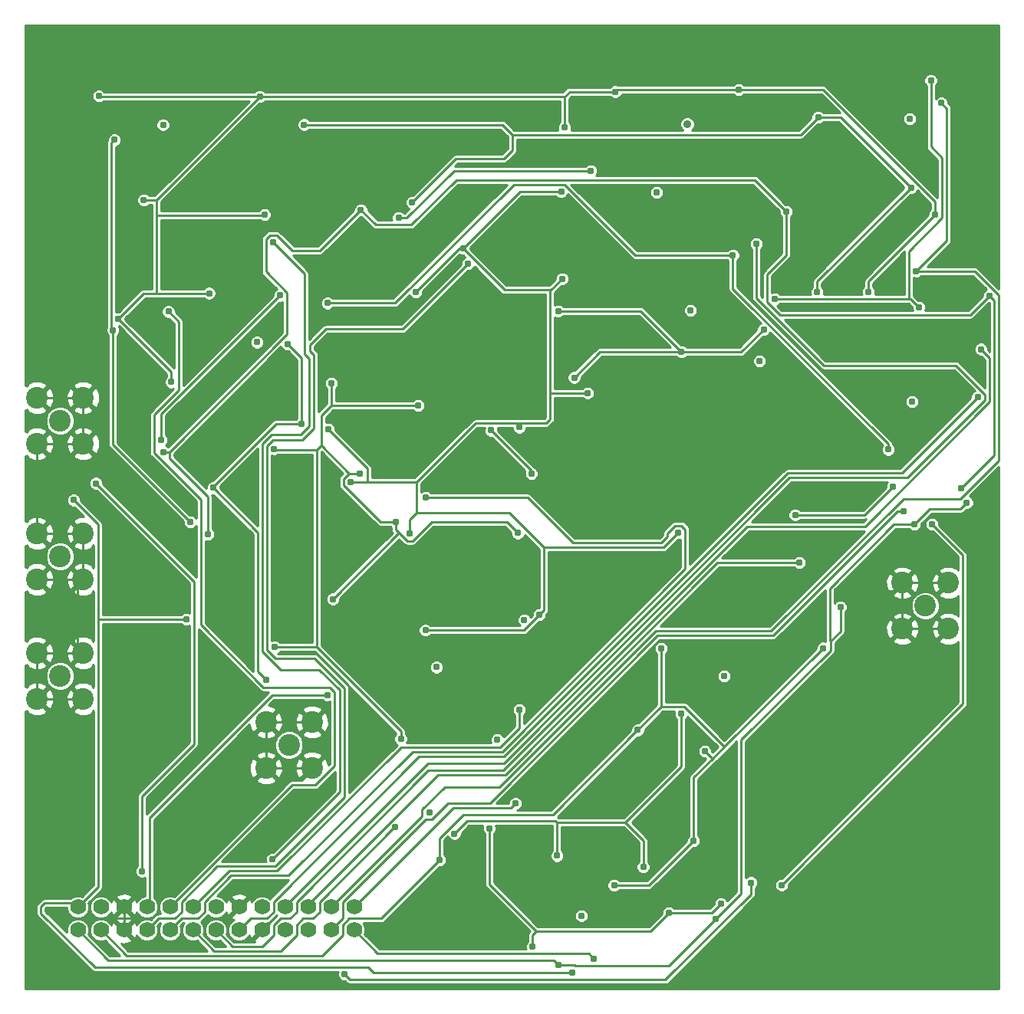
<source format=gbr>
G04 (created by PCBNEW (2013-may-18)-stable) date 2014年05月08日 星期四 12时33分24秒*
%MOIN*%
G04 Gerber Fmt 3.4, Leading zero omitted, Abs format*
%FSLAX34Y34*%
G01*
G70*
G90*
G04 APERTURE LIST*
%ADD10C,0.00590551*%
%ADD11C,0.0693*%
%ADD12C,0.0944882*%
%ADD13C,0.031*%
%ADD14C,0.035*%
%ADD15C,0.01*%
G04 APERTURE END LIST*
G54D10*
G54D11*
X49500Y-59125D03*
X49500Y-60125D03*
X46500Y-59125D03*
X46500Y-60125D03*
X45500Y-59125D03*
X45500Y-60125D03*
X37500Y-60125D03*
X37500Y-59125D03*
X38500Y-60125D03*
X38500Y-59125D03*
X39500Y-60125D03*
X39500Y-59125D03*
X40500Y-60125D03*
X40500Y-59125D03*
X41500Y-60125D03*
X41500Y-59125D03*
X42500Y-60125D03*
X42500Y-59125D03*
X43500Y-60125D03*
X43500Y-59125D03*
X44500Y-60125D03*
X44500Y-59125D03*
X47500Y-60125D03*
X47500Y-59125D03*
X48500Y-60125D03*
X48500Y-59125D03*
G54D12*
X36725Y-49075D03*
X35725Y-48075D03*
X37725Y-48075D03*
X37725Y-50075D03*
X35725Y-50075D03*
X36725Y-43875D03*
X35725Y-42875D03*
X37725Y-42875D03*
X37725Y-44875D03*
X35725Y-44875D03*
X36725Y-37975D03*
X35725Y-36975D03*
X37725Y-36975D03*
X37725Y-38975D03*
X35725Y-38975D03*
X46675Y-52075D03*
X47675Y-51075D03*
X47675Y-53075D03*
X45675Y-53075D03*
X45675Y-51075D03*
X74325Y-46025D03*
X73325Y-45025D03*
X75325Y-45025D03*
X75325Y-47025D03*
X73325Y-47025D03*
G54D13*
X59375Y-59500D03*
X55725Y-51850D03*
X73650Y-24850D03*
X75880Y-40909D03*
X70634Y-46075D03*
X65225Y-59633D03*
X58373Y-61635D03*
X49796Y-28799D03*
X68286Y-28879D03*
X77105Y-32535D03*
X43141Y-42907D03*
X41202Y-39329D03*
X76129Y-41532D03*
X73850Y-42475D03*
X64125Y-33175D03*
X62650Y-28050D03*
X60858Y-23662D03*
X66208Y-23575D03*
X60800Y-58182D03*
X64259Y-56235D03*
X39250Y-33538D03*
X41559Y-36290D03*
X43202Y-32430D03*
X49351Y-40640D03*
X47220Y-38115D03*
X59646Y-36766D03*
X40360Y-28375D03*
X46612Y-34644D03*
X53225Y-57075D03*
X74756Y-29003D03*
X43375Y-40887D03*
X45403Y-23882D03*
X57550Y-46408D03*
X69891Y-47859D03*
X64738Y-52337D03*
X61830Y-51425D03*
X71850Y-32367D03*
X63593Y-42840D03*
X51931Y-42887D03*
X58551Y-31797D03*
X54237Y-30480D03*
X58504Y-28003D03*
X52600Y-47086D03*
X38410Y-23852D03*
X62850Y-47874D03*
X45686Y-49250D03*
X48385Y-38342D03*
X56678Y-38256D03*
X58645Y-25222D03*
X45605Y-29006D03*
X52190Y-32377D03*
X37310Y-41425D03*
X63189Y-59375D03*
X57260Y-60840D03*
X67771Y-32683D03*
X74049Y-33049D03*
X68667Y-42065D03*
X72907Y-40845D03*
X65437Y-58975D03*
X42212Y-46603D03*
X74568Y-23168D03*
X55379Y-55692D03*
X65962Y-30775D03*
X72716Y-39225D03*
X74620Y-42475D03*
X68075Y-58166D03*
X58982Y-61980D03*
X48354Y-32857D03*
X58383Y-33200D03*
X62069Y-57375D03*
X48575Y-45730D03*
X73700Y-27834D03*
X49758Y-40262D03*
X69625Y-32374D03*
X63726Y-34975D03*
X63710Y-50725D03*
X51305Y-42375D03*
X69665Y-24775D03*
X47331Y-25093D03*
X42383Y-42375D03*
X56617Y-42857D03*
X56893Y-46643D03*
X59066Y-36093D03*
X39024Y-34030D03*
X52026Y-28475D03*
X48509Y-36350D03*
X51532Y-51800D03*
X67300Y-34003D03*
X58325Y-56889D03*
X52275Y-37308D03*
X46025Y-39193D03*
X45281Y-34554D03*
X39091Y-25758D03*
X53864Y-55927D03*
X52775Y-54992D03*
X46061Y-47825D03*
X52615Y-41312D03*
X57205Y-40277D03*
X55450Y-38391D03*
X67125Y-35375D03*
X41435Y-33224D03*
X41125Y-38799D03*
X46275Y-32525D03*
X41200Y-25099D03*
X48356Y-49901D03*
X56514Y-54618D03*
X51291Y-55642D03*
X56681Y-50538D03*
X59930Y-61370D03*
X53090Y-48688D03*
X65575Y-49075D03*
X54457Y-31142D03*
X59780Y-27097D03*
X51436Y-29150D03*
G54D14*
X63975Y-25075D03*
G54D13*
X68846Y-44142D03*
X45985Y-30213D03*
X45952Y-57051D03*
X66747Y-58061D03*
X49090Y-62050D03*
X73389Y-41919D03*
X66981Y-30275D03*
X38277Y-40693D03*
X40290Y-57565D03*
X73925Y-31471D03*
X75016Y-24153D03*
X73750Y-37150D03*
X76603Y-36944D03*
X76739Y-34860D03*
X74100Y-28425D03*
X41500Y-47250D03*
X41925Y-43075D03*
X65475Y-32825D03*
X65050Y-33225D03*
X70200Y-34400D03*
X72225Y-33025D03*
X74625Y-33000D03*
X74525Y-32350D03*
X69800Y-30525D03*
X72825Y-31700D03*
X64725Y-25075D03*
X67675Y-26825D03*
X70425Y-41275D03*
X73175Y-43325D03*
X59075Y-52425D03*
X62175Y-53275D03*
X66725Y-48475D03*
X66525Y-44675D03*
X66225Y-45575D03*
X54675Y-58825D03*
X56125Y-59825D03*
X52975Y-60175D03*
X52875Y-58875D03*
X56625Y-58875D03*
X57875Y-59125D03*
X49525Y-52875D03*
X49525Y-51675D03*
X48425Y-53925D03*
X46875Y-55075D03*
X44425Y-47375D03*
X44875Y-48375D03*
X44025Y-49725D03*
X43475Y-51275D03*
X46725Y-45775D03*
X46325Y-43875D03*
X46125Y-41075D03*
X47375Y-41725D03*
X45175Y-40475D03*
X45175Y-41375D03*
X43825Y-37475D03*
X45275Y-38275D03*
X48325Y-33325D03*
X49775Y-33375D03*
X42575Y-36825D03*
X43475Y-36775D03*
X39575Y-36725D03*
X40875Y-36475D03*
X55700Y-50525D03*
X55858Y-42682D03*
X67687Y-39966D03*
X69144Y-39930D03*
X56833Y-32735D03*
X58735Y-42533D03*
X66025Y-57731D03*
X63615Y-57460D03*
X47615Y-30266D03*
X57710Y-37762D03*
X58647Y-57625D03*
X55050Y-36489D03*
X61136Y-55763D03*
X43710Y-28743D03*
X74025Y-38800D03*
X62731Y-42975D03*
X56051Y-26105D03*
X52225Y-50544D03*
X48475Y-47302D03*
X51557Y-44405D03*
X67600Y-53643D03*
X70485Y-45385D03*
X47919Y-34788D03*
X75984Y-37118D03*
X59645Y-59091D03*
X56095Y-56886D03*
X61688Y-40237D03*
X54065Y-46773D03*
X53675Y-33035D03*
X67255Y-29728D03*
X64045Y-30019D03*
X60010Y-28014D03*
X66678Y-54443D03*
X42501Y-34485D03*
X61507Y-33553D03*
X36200Y-59252D03*
G54D15*
X75880Y-40909D02*
X77324Y-39465D01*
X77324Y-39465D02*
X77324Y-32754D01*
X77324Y-32754D02*
X77105Y-32535D01*
X41475Y-39329D02*
X41202Y-39329D01*
X43141Y-41268D02*
X43141Y-42907D01*
X41475Y-39601D02*
X43141Y-41268D01*
X41475Y-39329D02*
X41475Y-39601D01*
X50454Y-29458D02*
X49796Y-28799D01*
X51974Y-29458D02*
X50454Y-29458D01*
X53937Y-27495D02*
X51974Y-29458D01*
X66902Y-27495D02*
X53937Y-27495D01*
X68286Y-28879D02*
X66902Y-27495D01*
X46585Y-34218D02*
X41475Y-39329D01*
X46585Y-32402D02*
X46585Y-34218D01*
X45671Y-31488D02*
X46585Y-32402D01*
X45671Y-30069D02*
X45671Y-31488D01*
X45833Y-29907D02*
X45671Y-30069D01*
X46153Y-29907D02*
X45833Y-29907D01*
X46829Y-30583D02*
X46153Y-29907D01*
X48012Y-30583D02*
X46829Y-30583D01*
X49796Y-28799D02*
X48012Y-30583D01*
X68286Y-30773D02*
X68286Y-28879D01*
X77105Y-32535D02*
X76266Y-33373D01*
X76266Y-33373D02*
X68002Y-33373D01*
X68002Y-33373D02*
X67450Y-32822D01*
X67450Y-32822D02*
X67450Y-31609D01*
X67450Y-31609D02*
X68286Y-30773D01*
X75859Y-41802D02*
X76129Y-41532D01*
X74522Y-41802D02*
X75859Y-41802D01*
X73850Y-42475D02*
X74522Y-41802D01*
X70634Y-47128D02*
X70212Y-47551D01*
X70634Y-46075D02*
X70634Y-47128D01*
X66331Y-58527D02*
X65225Y-59633D01*
X66331Y-51854D02*
X66331Y-58527D01*
X70212Y-47973D02*
X66331Y-51854D01*
X70212Y-47551D02*
X70212Y-47973D01*
X70212Y-47551D02*
X70174Y-47551D01*
X72960Y-42475D02*
X73850Y-42475D01*
X70174Y-45261D02*
X72960Y-42475D01*
X70174Y-47551D02*
X70174Y-45261D01*
X59069Y-61635D02*
X58373Y-61635D01*
X59117Y-61683D02*
X59069Y-61635D01*
X63175Y-61683D02*
X59117Y-61683D01*
X65225Y-59633D02*
X63175Y-61683D01*
X38810Y-61435D02*
X37500Y-60125D01*
X58172Y-61435D02*
X38810Y-61435D01*
X58373Y-61635D02*
X58172Y-61435D01*
X41559Y-36290D02*
X41559Y-36290D01*
X41559Y-35847D02*
X41559Y-36290D01*
X39250Y-33538D02*
X41559Y-35847D01*
X65075Y-52674D02*
X64738Y-52337D01*
X64259Y-53491D02*
X65075Y-52674D01*
X64259Y-56235D02*
X64259Y-53491D01*
X69891Y-47859D02*
X65596Y-52153D01*
X65596Y-52153D02*
X65075Y-52674D01*
X56715Y-28003D02*
X58504Y-28003D01*
X54237Y-30480D02*
X56715Y-28003D01*
X38426Y-23868D02*
X38410Y-23852D01*
X38426Y-23868D02*
X38426Y-23868D01*
X45389Y-23868D02*
X38426Y-23868D01*
X45403Y-23882D02*
X45389Y-23868D01*
X57550Y-46418D02*
X57550Y-46408D01*
X56882Y-47086D02*
X57550Y-46418D01*
X52600Y-47086D02*
X56882Y-47086D01*
X62312Y-58182D02*
X60800Y-58182D01*
X64259Y-56235D02*
X62312Y-58182D01*
X58019Y-36766D02*
X59646Y-36766D01*
X50075Y-40033D02*
X48385Y-38342D01*
X50075Y-40640D02*
X50075Y-40033D01*
X52214Y-40640D02*
X50075Y-40640D01*
X50075Y-40640D02*
X49351Y-40640D01*
X57854Y-38081D02*
X56678Y-38081D01*
X58019Y-37916D02*
X57854Y-38081D01*
X58019Y-36766D02*
X58019Y-37916D01*
X54774Y-38081D02*
X52214Y-40640D01*
X56678Y-38081D02*
X54774Y-38081D01*
X56678Y-38081D02*
X56678Y-38256D01*
X51931Y-42260D02*
X52214Y-41977D01*
X51931Y-42887D02*
X51931Y-42260D01*
X52214Y-41977D02*
X52214Y-40640D01*
X40360Y-28375D02*
X40910Y-28375D01*
X40910Y-28375D02*
X45403Y-23882D01*
X40358Y-32430D02*
X40910Y-32430D01*
X39250Y-33538D02*
X40358Y-32430D01*
X40910Y-32430D02*
X43202Y-32430D01*
X58645Y-23882D02*
X45403Y-23882D01*
X58645Y-25222D02*
X58645Y-23882D01*
X58865Y-23662D02*
X60858Y-23662D01*
X58645Y-23882D02*
X58865Y-23662D01*
X40910Y-28375D02*
X40910Y-29049D01*
X40910Y-29049D02*
X40910Y-32430D01*
X45562Y-29049D02*
X45605Y-29006D01*
X40910Y-29049D02*
X45562Y-29049D01*
X53225Y-56132D02*
X53225Y-57075D01*
X54235Y-55121D02*
X53225Y-56132D01*
X58133Y-55121D02*
X54235Y-55121D01*
X61830Y-51425D02*
X58133Y-55121D01*
X47220Y-35251D02*
X47220Y-38115D01*
X46612Y-34644D02*
X47220Y-35251D01*
X39610Y-61235D02*
X38500Y-60125D01*
X48113Y-61235D02*
X39610Y-61235D01*
X49000Y-60348D02*
X48113Y-61235D01*
X49000Y-59915D02*
X49000Y-60348D01*
X49290Y-59625D02*
X49000Y-59915D01*
X50675Y-59625D02*
X49290Y-59625D01*
X53225Y-57075D02*
X50675Y-59625D01*
X58019Y-32285D02*
X58019Y-36766D01*
X58063Y-32285D02*
X58019Y-32285D01*
X58551Y-31797D02*
X58063Y-32285D01*
X43375Y-40845D02*
X43375Y-40887D01*
X46105Y-38115D02*
X43375Y-40845D01*
X47220Y-38115D02*
X46105Y-38115D01*
X45319Y-48883D02*
X45686Y-49250D01*
X45319Y-42832D02*
X45319Y-48883D01*
X43375Y-40887D02*
X45319Y-42832D01*
X54237Y-30488D02*
X54237Y-30480D01*
X56034Y-32285D02*
X54237Y-30488D01*
X58019Y-32285D02*
X56034Y-32285D01*
X54080Y-30488D02*
X52190Y-32377D01*
X54237Y-30488D02*
X54080Y-30488D01*
X71850Y-31909D02*
X71850Y-32367D01*
X74756Y-29003D02*
X71850Y-31909D01*
X62947Y-43486D02*
X63593Y-42840D01*
X57761Y-43486D02*
X62947Y-43486D01*
X56252Y-41977D02*
X57761Y-43486D01*
X52214Y-41977D02*
X56252Y-41977D01*
X57761Y-46196D02*
X57550Y-46408D01*
X57761Y-43486D02*
X57761Y-46196D01*
X60945Y-23575D02*
X66208Y-23575D01*
X60858Y-23662D02*
X60945Y-23575D01*
X74756Y-28445D02*
X74756Y-29003D01*
X69885Y-23575D02*
X74756Y-28445D01*
X66208Y-23575D02*
X69885Y-23575D01*
X62850Y-50419D02*
X62850Y-47874D01*
X63863Y-50419D02*
X62850Y-50419D01*
X65596Y-52153D02*
X63863Y-50419D01*
X62835Y-50419D02*
X61830Y-51425D01*
X62850Y-50419D02*
X62835Y-50419D01*
X38372Y-46603D02*
X42212Y-46603D01*
X38372Y-42487D02*
X38372Y-46603D01*
X37310Y-41425D02*
X38372Y-42487D01*
X71687Y-42065D02*
X72907Y-40845D01*
X68667Y-42065D02*
X71687Y-42065D01*
X38372Y-58252D02*
X37500Y-59125D01*
X38372Y-46603D02*
X38372Y-58252D01*
X67771Y-32683D02*
X73617Y-32683D01*
X75953Y-43808D02*
X74620Y-42475D01*
X75953Y-50288D02*
X75953Y-43808D01*
X68075Y-58166D02*
X75953Y-50288D01*
X65962Y-32234D02*
X65962Y-30775D01*
X72716Y-38988D02*
X65962Y-32234D01*
X72716Y-39225D02*
X72716Y-38988D01*
X55379Y-58138D02*
X55379Y-55692D01*
X57416Y-60175D02*
X55379Y-58138D01*
X57260Y-60330D02*
X57260Y-60840D01*
X57416Y-60175D02*
X57260Y-60330D01*
X65037Y-59375D02*
X65437Y-58975D01*
X63189Y-59375D02*
X65037Y-59375D01*
X62390Y-60175D02*
X57416Y-60175D01*
X63189Y-59375D02*
X62390Y-60175D01*
X37322Y-58947D02*
X37500Y-59125D01*
X36047Y-58947D02*
X37322Y-58947D01*
X35892Y-59102D02*
X36047Y-58947D01*
X35892Y-59394D02*
X35892Y-59102D01*
X38233Y-61735D02*
X35892Y-59394D01*
X50099Y-61735D02*
X38233Y-61735D01*
X50344Y-61980D02*
X50099Y-61735D01*
X58982Y-61980D02*
X50344Y-61980D01*
X51275Y-32857D02*
X48354Y-32857D01*
X56435Y-27696D02*
X51275Y-32857D01*
X58638Y-27696D02*
X56435Y-27696D01*
X61717Y-30775D02*
X58638Y-27696D01*
X65962Y-30775D02*
X61717Y-30775D01*
X73683Y-32683D02*
X74049Y-33049D01*
X73617Y-32683D02*
X73683Y-32683D01*
X73617Y-30594D02*
X73617Y-32683D01*
X75061Y-29150D02*
X73617Y-30594D01*
X75061Y-26550D02*
X75061Y-29150D01*
X74568Y-26057D02*
X75061Y-26550D01*
X74568Y-23168D02*
X74568Y-26057D01*
X70640Y-24775D02*
X69665Y-24775D01*
X73700Y-27834D02*
X70640Y-24775D01*
X60185Y-34975D02*
X59066Y-36093D01*
X63726Y-34975D02*
X60185Y-34975D01*
X51459Y-42846D02*
X48575Y-45730D01*
X51305Y-42693D02*
X51305Y-42375D01*
X51459Y-42846D02*
X51305Y-42693D01*
X49758Y-40262D02*
X49298Y-40262D01*
X50650Y-42375D02*
X51305Y-42375D01*
X49039Y-40763D02*
X50650Y-42375D01*
X49039Y-40522D02*
X49039Y-40763D01*
X49298Y-40262D02*
X49039Y-40522D01*
X61951Y-33200D02*
X63726Y-34975D01*
X58383Y-33200D02*
X61951Y-33200D01*
X69625Y-31909D02*
X69625Y-32374D01*
X73700Y-27834D02*
X69625Y-31909D01*
X66328Y-34975D02*
X63726Y-34975D01*
X67300Y-34003D02*
X66328Y-34975D01*
X63710Y-53025D02*
X61286Y-55450D01*
X63710Y-50725D02*
X63710Y-53025D01*
X62069Y-56233D02*
X61286Y-55450D01*
X62069Y-57375D02*
X62069Y-56233D01*
X48509Y-37308D02*
X52275Y-37308D01*
X48509Y-37308D02*
X48509Y-36350D01*
X49298Y-40262D02*
X48074Y-39037D01*
X48074Y-37743D02*
X48509Y-37308D01*
X48074Y-39037D02*
X48074Y-37743D01*
X48074Y-39037D02*
X47869Y-39243D01*
X39024Y-39016D02*
X42383Y-42375D01*
X39024Y-34030D02*
X39024Y-39016D01*
X38939Y-25910D02*
X39091Y-25758D01*
X38939Y-33945D02*
X38939Y-25910D01*
X39024Y-34030D02*
X38939Y-33945D01*
X46074Y-39243D02*
X46025Y-39193D01*
X47869Y-39243D02*
X46074Y-39243D01*
X58325Y-55450D02*
X58325Y-56889D01*
X61286Y-55450D02*
X58325Y-55450D01*
X54411Y-55379D02*
X53864Y-55927D01*
X58254Y-55379D02*
X54411Y-55379D01*
X58325Y-55450D02*
X58254Y-55379D01*
X47869Y-47825D02*
X46061Y-47825D01*
X51532Y-51488D02*
X47869Y-47825D01*
X51532Y-51800D02*
X51532Y-51488D01*
X47869Y-47825D02*
X47869Y-39243D01*
X56137Y-42377D02*
X56617Y-42857D01*
X52872Y-42377D02*
X56137Y-42377D01*
X52049Y-43201D02*
X52872Y-42377D01*
X51813Y-43201D02*
X52049Y-43201D01*
X51459Y-42846D02*
X51813Y-43201D01*
X68912Y-25527D02*
X69665Y-24775D01*
X56371Y-25527D02*
X68912Y-25527D01*
X56371Y-26224D02*
X56371Y-25527D01*
X56012Y-26583D02*
X56371Y-26224D01*
X53918Y-26583D02*
X56012Y-26583D01*
X52026Y-28475D02*
X53918Y-26583D01*
X55937Y-25093D02*
X47331Y-25093D01*
X56371Y-25527D02*
X55937Y-25093D01*
X42003Y-59621D02*
X41500Y-60125D01*
X42722Y-59621D02*
X42003Y-59621D01*
X43000Y-59343D02*
X42722Y-59621D01*
X43000Y-58908D02*
X43000Y-59343D01*
X44151Y-57756D02*
X43000Y-58908D01*
X46656Y-57756D02*
X44151Y-57756D01*
X52046Y-52366D02*
X46656Y-57756D01*
X55940Y-52366D02*
X52046Y-52366D01*
X63898Y-44408D02*
X55940Y-52366D01*
X63898Y-42702D02*
X63898Y-44408D01*
X63729Y-42533D02*
X63898Y-42702D01*
X63459Y-42533D02*
X63729Y-42533D01*
X63126Y-42866D02*
X63459Y-42533D01*
X63126Y-43024D02*
X63126Y-42866D01*
X62863Y-43286D02*
X63126Y-43024D01*
X59015Y-43286D02*
X62863Y-43286D01*
X57041Y-41312D02*
X59015Y-43286D01*
X52615Y-41312D02*
X57041Y-41312D01*
X57205Y-40147D02*
X57205Y-40277D01*
X55450Y-38391D02*
X57205Y-40147D01*
X46806Y-53818D02*
X41500Y-59125D01*
X47814Y-53818D02*
X46806Y-53818D01*
X48661Y-52971D02*
X47814Y-53818D01*
X48661Y-49773D02*
X48661Y-52971D01*
X48461Y-49573D02*
X48661Y-49773D01*
X45549Y-49573D02*
X48461Y-49573D01*
X42833Y-46858D02*
X45549Y-49573D01*
X42833Y-41405D02*
X42833Y-46858D01*
X40812Y-39383D02*
X42833Y-41405D01*
X40812Y-37704D02*
X40812Y-39383D01*
X41874Y-36642D02*
X40812Y-37704D01*
X41874Y-33663D02*
X41874Y-36642D01*
X41435Y-33224D02*
X41874Y-33663D01*
X41125Y-37675D02*
X41125Y-38799D01*
X46275Y-32525D02*
X41125Y-37675D01*
X45944Y-49901D02*
X48356Y-49901D01*
X40600Y-55245D02*
X45944Y-49901D01*
X40600Y-59024D02*
X40600Y-55245D01*
X40500Y-59125D02*
X40600Y-59024D01*
X53806Y-54818D02*
X49500Y-59125D01*
X56313Y-54818D02*
X53806Y-54818D01*
X56514Y-54618D02*
X56313Y-54818D01*
X43410Y-61035D02*
X42500Y-60125D01*
X46305Y-61035D02*
X43410Y-61035D01*
X47000Y-60340D02*
X46305Y-61035D01*
X47000Y-59895D02*
X47000Y-60340D01*
X47273Y-59621D02*
X47000Y-59895D01*
X47722Y-59621D02*
X47273Y-59621D01*
X48000Y-59343D02*
X47722Y-59621D01*
X48000Y-58896D02*
X48000Y-59343D01*
X51253Y-55642D02*
X48000Y-58896D01*
X51291Y-55642D02*
X51253Y-55642D01*
X56681Y-51331D02*
X56681Y-50538D01*
X55845Y-52166D02*
X56681Y-51331D01*
X51551Y-52166D02*
X55845Y-52166D01*
X46161Y-57556D02*
X51551Y-52166D01*
X44068Y-57556D02*
X46161Y-57556D01*
X42500Y-59125D02*
X44068Y-57556D01*
X50520Y-61145D02*
X49500Y-60125D01*
X59706Y-61145D02*
X50520Y-61145D01*
X59930Y-61370D02*
X59706Y-61145D01*
X51614Y-33985D02*
X54457Y-31142D01*
X48269Y-33985D02*
X51614Y-33985D01*
X47594Y-34659D02*
X48269Y-33985D01*
X47594Y-34943D02*
X47594Y-34659D01*
X47747Y-35096D02*
X47594Y-34943D01*
X47747Y-38303D02*
X47747Y-35096D01*
X47250Y-38800D02*
X47747Y-38303D01*
X45986Y-38800D02*
X47250Y-38800D01*
X45719Y-39066D02*
X45986Y-38800D01*
X45719Y-47934D02*
X45719Y-39066D01*
X46084Y-48299D02*
X45719Y-47934D01*
X47775Y-48299D02*
X46084Y-48299D01*
X49092Y-49616D02*
X47775Y-48299D01*
X49092Y-54342D02*
X49092Y-49616D01*
X46078Y-57356D02*
X49092Y-54342D01*
X43551Y-57356D02*
X46078Y-57356D01*
X42000Y-58908D02*
X43551Y-57356D01*
X42000Y-59341D02*
X42000Y-58908D01*
X41716Y-59625D02*
X42000Y-59341D01*
X41000Y-59625D02*
X41716Y-59625D01*
X40500Y-60125D02*
X41000Y-59625D01*
X51783Y-29150D02*
X51436Y-29150D01*
X53836Y-27097D02*
X51783Y-29150D01*
X59780Y-27097D02*
X53836Y-27097D01*
X47500Y-59001D02*
X47500Y-59125D01*
X53134Y-53367D02*
X47500Y-59001D01*
X56072Y-53367D02*
X53134Y-53367D01*
X65297Y-44142D02*
X56072Y-53367D01*
X68846Y-44142D02*
X65297Y-44142D01*
X48877Y-54125D02*
X45952Y-57051D01*
X48877Y-49685D02*
X48877Y-54125D01*
X47990Y-48797D02*
X48877Y-49685D01*
X46299Y-48797D02*
X47990Y-48797D01*
X45519Y-48017D02*
X46299Y-48797D01*
X45519Y-38984D02*
X45519Y-48017D01*
X45915Y-38588D02*
X45519Y-38984D01*
X47179Y-38588D02*
X45915Y-38588D01*
X47544Y-38223D02*
X47179Y-38588D01*
X47544Y-35276D02*
X47544Y-38223D01*
X47344Y-35076D02*
X47544Y-35276D01*
X47344Y-31572D02*
X47344Y-35076D01*
X45985Y-30213D02*
X47344Y-31572D01*
X49326Y-62285D02*
X49090Y-62050D01*
X63024Y-62285D02*
X49326Y-62285D01*
X66747Y-58561D02*
X63024Y-62285D01*
X66747Y-58061D02*
X66747Y-58561D01*
X49000Y-59624D02*
X48500Y-60125D01*
X49000Y-58922D02*
X49000Y-59624D01*
X52612Y-55310D02*
X49000Y-58922D01*
X52888Y-55310D02*
X52612Y-55310D01*
X53597Y-54601D02*
X52888Y-55310D01*
X55404Y-54601D02*
X53597Y-54601D01*
X62694Y-47311D02*
X55404Y-54601D01*
X67714Y-47311D02*
X62694Y-47311D01*
X73106Y-41919D02*
X67714Y-47311D01*
X73389Y-41919D02*
X73106Y-41919D01*
X46500Y-59083D02*
X46500Y-59125D01*
X52717Y-52866D02*
X46500Y-59083D01*
X56006Y-52866D02*
X52717Y-52866D01*
X68426Y-40446D02*
X56006Y-52866D01*
X73545Y-40446D02*
X68426Y-40446D01*
X76924Y-37068D02*
X73545Y-40446D01*
X76924Y-36829D02*
X76924Y-37068D01*
X75663Y-35568D02*
X76924Y-36829D01*
X69912Y-35568D02*
X75663Y-35568D01*
X66981Y-32637D02*
X69912Y-35568D01*
X66981Y-30275D02*
X66981Y-32637D01*
X42545Y-44961D02*
X38277Y-40693D01*
X42545Y-52037D02*
X42545Y-44961D01*
X40290Y-54292D02*
X42545Y-52037D01*
X40290Y-57565D02*
X40290Y-54292D01*
X75262Y-24399D02*
X75016Y-24153D01*
X75262Y-30134D02*
X75262Y-24399D01*
X73925Y-31471D02*
X75262Y-30134D01*
X52456Y-55168D02*
X48500Y-59125D01*
X52456Y-54878D02*
X52456Y-55168D01*
X53438Y-53896D02*
X52456Y-54878D01*
X55825Y-53896D02*
X53438Y-53896D01*
X62611Y-47110D02*
X55825Y-53896D01*
X67631Y-47110D02*
X62611Y-47110D01*
X73366Y-41376D02*
X67631Y-47110D01*
X75854Y-41376D02*
X73366Y-41376D01*
X77524Y-39706D02*
X75854Y-41376D01*
X77524Y-32517D02*
X77524Y-39706D01*
X76477Y-31471D02*
X77524Y-32517D01*
X73925Y-31471D02*
X76477Y-31471D01*
X45001Y-59623D02*
X44500Y-60125D01*
X45713Y-59623D02*
X45001Y-59623D01*
X46000Y-59336D02*
X45713Y-59623D01*
X46000Y-58896D02*
X46000Y-59336D01*
X52329Y-52566D02*
X46000Y-58896D01*
X56023Y-52566D02*
X52329Y-52566D01*
X68343Y-40246D02*
X56023Y-52566D01*
X73301Y-40246D02*
X68343Y-40246D01*
X76603Y-36944D02*
X73301Y-40246D01*
X44209Y-60834D02*
X43500Y-60125D01*
X45506Y-60834D02*
X44209Y-60834D01*
X46000Y-60340D02*
X45506Y-60834D01*
X46000Y-59921D02*
X46000Y-60340D01*
X46299Y-59621D02*
X46000Y-59921D01*
X46722Y-59621D02*
X46299Y-59621D01*
X47000Y-59343D02*
X46722Y-59621D01*
X47000Y-58896D02*
X47000Y-59343D01*
X52729Y-53167D02*
X47000Y-58896D01*
X55989Y-53167D02*
X52729Y-53167D01*
X66583Y-42573D02*
X55989Y-53167D01*
X71702Y-42573D02*
X66583Y-42573D01*
X77124Y-37151D02*
X71702Y-42573D01*
X77124Y-35245D02*
X77124Y-37151D01*
X76739Y-34860D02*
X77124Y-35245D01*
X54675Y-58825D02*
X55675Y-59825D01*
X55675Y-59825D02*
X56125Y-59825D01*
X52975Y-60175D02*
X52875Y-60075D01*
X52875Y-60075D02*
X52875Y-58875D01*
X49525Y-52875D02*
X49525Y-51675D01*
X48425Y-53925D02*
X47275Y-55075D01*
X47275Y-55075D02*
X46875Y-55075D01*
X44425Y-47375D02*
X44875Y-47825D01*
X44875Y-47825D02*
X44875Y-48375D01*
X44025Y-49725D02*
X43475Y-50275D01*
X43475Y-50275D02*
X43475Y-51275D01*
X46725Y-45775D02*
X46325Y-45375D01*
X46325Y-45375D02*
X46325Y-43875D01*
X46125Y-41075D02*
X46775Y-41725D01*
X46775Y-41725D02*
X47375Y-41725D01*
X45175Y-40475D02*
X45175Y-41375D01*
X43825Y-37475D02*
X44625Y-38275D01*
X44625Y-38275D02*
X45275Y-38275D01*
X48325Y-33325D02*
X48375Y-33375D01*
X48375Y-33375D02*
X49775Y-33375D01*
X42575Y-36825D02*
X42625Y-36775D01*
X42625Y-36775D02*
X43475Y-36775D01*
X39575Y-36725D02*
X39825Y-36475D01*
X39825Y-36475D02*
X40875Y-36475D01*
X60010Y-28014D02*
X60300Y-27725D01*
X64100Y-27725D02*
X64389Y-28014D01*
X60300Y-27725D02*
X64100Y-27725D01*
X64389Y-28014D02*
X66103Y-29728D01*
X55700Y-50525D02*
X54590Y-51634D01*
X54600Y-51625D02*
X54600Y-51634D01*
X54590Y-51634D02*
X54600Y-51625D01*
X54600Y-51634D02*
X53315Y-51634D01*
X53315Y-51634D02*
X52225Y-50544D01*
X67255Y-29728D02*
X66103Y-29728D01*
X75325Y-45025D02*
X73325Y-45025D01*
X73325Y-47025D02*
X75325Y-47025D01*
X45675Y-51075D02*
X47675Y-51075D01*
X47675Y-53075D02*
X45675Y-53075D01*
X37725Y-38975D02*
X37725Y-36975D01*
X37725Y-36975D02*
X35725Y-36975D01*
X35725Y-38975D02*
X37725Y-38975D01*
X35725Y-38975D02*
X35725Y-42875D01*
X37725Y-42875D02*
X35725Y-42875D01*
X37725Y-42875D02*
X37725Y-44875D01*
X35725Y-50075D02*
X35725Y-48075D01*
X62731Y-42533D02*
X62731Y-42975D01*
X63886Y-57731D02*
X66025Y-57731D01*
X63615Y-57460D02*
X63886Y-57731D01*
X59274Y-57625D02*
X61136Y-55763D01*
X58647Y-57625D02*
X59274Y-57625D01*
X37486Y-48075D02*
X37486Y-44875D01*
X35725Y-48075D02*
X37486Y-48075D01*
X37486Y-48075D02*
X37725Y-48075D01*
X35725Y-44875D02*
X37486Y-44875D01*
X37486Y-44875D02*
X37725Y-44875D01*
X69108Y-39966D02*
X69144Y-39930D01*
X67687Y-39966D02*
X69108Y-39966D01*
X73325Y-45385D02*
X70485Y-45385D01*
X73325Y-45025D02*
X73325Y-45385D01*
X49620Y-36489D02*
X47919Y-34788D01*
X55050Y-36489D02*
X49620Y-36489D01*
X73325Y-45385D02*
X73325Y-47025D01*
X59645Y-58494D02*
X59645Y-59091D01*
X59516Y-58494D02*
X58647Y-57625D01*
X59645Y-58494D02*
X59516Y-58494D01*
X61688Y-42533D02*
X61688Y-40237D01*
X62731Y-42533D02*
X61688Y-42533D01*
X61688Y-42533D02*
X58735Y-42533D01*
X52114Y-44822D02*
X54065Y-46773D01*
X51557Y-44822D02*
X52114Y-44822D01*
X52225Y-50544D02*
X49030Y-47350D01*
X48983Y-47302D02*
X48475Y-47302D01*
X49030Y-47350D02*
X48983Y-47302D01*
X51557Y-44822D02*
X51557Y-44405D01*
X54135Y-44405D02*
X55858Y-42682D01*
X51557Y-44405D02*
X54135Y-44405D01*
X56833Y-57625D02*
X56095Y-56886D01*
X58647Y-57625D02*
X56833Y-57625D01*
X62581Y-58494D02*
X59645Y-58494D01*
X63615Y-57460D02*
X62581Y-58494D01*
X57710Y-37762D02*
X56269Y-36321D01*
X56101Y-36489D02*
X56269Y-36321D01*
X55050Y-36489D02*
X56101Y-36489D01*
X56269Y-36321D02*
X56269Y-33035D01*
X56533Y-33035D02*
X56269Y-33035D01*
X56833Y-32735D02*
X56533Y-33035D01*
X56269Y-33035D02*
X53675Y-33035D01*
X37725Y-50075D02*
X35725Y-50075D01*
X64336Y-29728D02*
X64045Y-30019D01*
X66103Y-29728D02*
X64336Y-29728D01*
X45675Y-51075D02*
X45675Y-53075D01*
X40720Y-59621D02*
X39500Y-59621D01*
X41000Y-59341D02*
X40720Y-59621D01*
X41000Y-57750D02*
X41000Y-59341D01*
X45675Y-53075D02*
X41000Y-57750D01*
X39500Y-59125D02*
X39500Y-59621D01*
X67600Y-52750D02*
X67600Y-53643D01*
X73325Y-47025D02*
X67600Y-52750D01*
X67478Y-53643D02*
X66678Y-54443D01*
X67600Y-53643D02*
X67478Y-53643D01*
X39500Y-60125D02*
X39500Y-59621D01*
X36569Y-59621D02*
X36200Y-59252D01*
X39500Y-59621D02*
X36569Y-59621D01*
X49030Y-47350D02*
X51557Y-44822D01*
X65298Y-39966D02*
X62731Y-42533D01*
X67687Y-39966D02*
X65298Y-39966D01*
X43787Y-28666D02*
X43710Y-28743D01*
X46002Y-28666D02*
X43787Y-28666D01*
X47635Y-30300D02*
X46002Y-28666D01*
X47650Y-30300D02*
X47635Y-30300D01*
X47650Y-30314D02*
X47650Y-30300D01*
X47664Y-30314D02*
X47650Y-30314D01*
X47664Y-30329D02*
X47664Y-30314D01*
X47678Y-30329D02*
X47664Y-30329D01*
X47678Y-30343D02*
X47678Y-30329D01*
X47687Y-30343D02*
X47678Y-30343D01*
X47796Y-30233D02*
X47687Y-30343D01*
X47841Y-30233D02*
X47796Y-30233D01*
X51969Y-26105D02*
X47841Y-30233D01*
X56051Y-26105D02*
X51969Y-26105D01*
X56051Y-26105D02*
X56051Y-26105D01*
X47650Y-30300D02*
X47615Y-30266D01*
X44000Y-59625D02*
X44500Y-59125D01*
X44000Y-60334D02*
X44000Y-59625D01*
X44300Y-60634D02*
X44000Y-60334D01*
X44990Y-60634D02*
X44300Y-60634D01*
X45500Y-60125D02*
X44990Y-60634D01*
X74302Y-38800D02*
X74025Y-38800D01*
X75984Y-37118D02*
X74302Y-38800D01*
X72894Y-39930D02*
X69144Y-39930D01*
X74025Y-38800D02*
X72894Y-39930D01*
G54D10*
G36*
X42633Y-42194D02*
X42556Y-42116D01*
X42443Y-42070D01*
X42360Y-42069D01*
X39224Y-38933D01*
X39224Y-34261D01*
X39282Y-34203D01*
X39329Y-34091D01*
X39329Y-33970D01*
X39282Y-33857D01*
X39268Y-33843D01*
X39272Y-33843D01*
X41359Y-35930D01*
X41359Y-36059D01*
X41301Y-36117D01*
X41254Y-36229D01*
X41254Y-36351D01*
X41300Y-36463D01*
X41386Y-36549D01*
X41498Y-36595D01*
X41619Y-36595D01*
X41651Y-36582D01*
X40670Y-37563D01*
X40627Y-37628D01*
X40612Y-37704D01*
X40612Y-39383D01*
X40627Y-39459D01*
X40670Y-39524D01*
X42633Y-41487D01*
X42633Y-42194D01*
X42633Y-42194D01*
G37*
G54D15*
X42633Y-42194D02*
X42556Y-42116D01*
X42443Y-42070D01*
X42360Y-42069D01*
X39224Y-38933D01*
X39224Y-34261D01*
X39282Y-34203D01*
X39329Y-34091D01*
X39329Y-33970D01*
X39282Y-33857D01*
X39268Y-33843D01*
X39272Y-33843D01*
X41359Y-35930D01*
X41359Y-36059D01*
X41301Y-36117D01*
X41254Y-36229D01*
X41254Y-36351D01*
X41300Y-36463D01*
X41386Y-36549D01*
X41498Y-36595D01*
X41619Y-36595D01*
X41651Y-36582D01*
X40670Y-37563D01*
X40627Y-37628D01*
X40612Y-37704D01*
X40612Y-39383D01*
X40627Y-39459D01*
X40670Y-39524D01*
X42633Y-41487D01*
X42633Y-42194D01*
G54D10*
G36*
X45119Y-48861D02*
X43033Y-46775D01*
X43033Y-43193D01*
X43080Y-43212D01*
X43202Y-43212D01*
X43314Y-43166D01*
X43400Y-43080D01*
X43446Y-42968D01*
X43446Y-42847D01*
X43400Y-42735D01*
X43341Y-42676D01*
X43341Y-41268D01*
X43341Y-41268D01*
X43326Y-41192D01*
X43397Y-41192D01*
X45119Y-42914D01*
X45119Y-48861D01*
X45119Y-48861D01*
G37*
G54D15*
X45119Y-48861D02*
X43033Y-46775D01*
X43033Y-43193D01*
X43080Y-43212D01*
X43202Y-43212D01*
X43314Y-43166D01*
X43400Y-43080D01*
X43446Y-42968D01*
X43446Y-42847D01*
X43400Y-42735D01*
X43341Y-42676D01*
X43341Y-41268D01*
X43341Y-41268D01*
X43326Y-41192D01*
X43397Y-41192D01*
X45119Y-42914D01*
X45119Y-48861D01*
G54D10*
G36*
X45319Y-42549D02*
X43679Y-40909D01*
X43680Y-40827D01*
X43679Y-40824D01*
X45319Y-39183D01*
X45319Y-42549D01*
X45319Y-42549D01*
G37*
G54D15*
X45319Y-42549D02*
X43679Y-40909D01*
X43680Y-40827D01*
X43679Y-40824D01*
X45319Y-39183D01*
X45319Y-42549D01*
G54D10*
G36*
X45789Y-49773D02*
X40490Y-55072D01*
X40490Y-54375D01*
X42686Y-52178D01*
X42729Y-52113D01*
X42729Y-52113D01*
X42745Y-52037D01*
X42745Y-47052D01*
X45408Y-49715D01*
X45408Y-49715D01*
X45451Y-49744D01*
X45473Y-49758D01*
X45473Y-49758D01*
X45549Y-49773D01*
X45549Y-49773D01*
X45789Y-49773D01*
X45789Y-49773D01*
G37*
G54D15*
X45789Y-49773D02*
X40490Y-55072D01*
X40490Y-54375D01*
X42686Y-52178D01*
X42729Y-52113D01*
X42729Y-52113D01*
X42745Y-52037D01*
X42745Y-47052D01*
X45408Y-49715D01*
X45408Y-49715D01*
X45451Y-49744D01*
X45473Y-49758D01*
X45473Y-49758D01*
X45549Y-49773D01*
X45549Y-49773D01*
X45789Y-49773D01*
G54D10*
G36*
X46385Y-34135D02*
X45586Y-34934D01*
X45586Y-34494D01*
X45540Y-34382D01*
X45454Y-34296D01*
X45342Y-34250D01*
X45220Y-34249D01*
X45108Y-34296D01*
X45022Y-34381D01*
X44976Y-34494D01*
X44976Y-34615D01*
X45022Y-34727D01*
X45108Y-34813D01*
X45220Y-34859D01*
X45341Y-34860D01*
X45453Y-34813D01*
X45539Y-34727D01*
X45586Y-34615D01*
X45586Y-34494D01*
X45586Y-34934D01*
X41413Y-39108D01*
X41375Y-39070D01*
X41311Y-39044D01*
X41383Y-38972D01*
X41429Y-38860D01*
X41430Y-38739D01*
X41383Y-38627D01*
X41325Y-38568D01*
X41325Y-37757D01*
X46252Y-32829D01*
X46335Y-32830D01*
X46385Y-32809D01*
X46385Y-34135D01*
X46385Y-34135D01*
G37*
G54D15*
X46385Y-34135D02*
X45586Y-34934D01*
X45586Y-34494D01*
X45540Y-34382D01*
X45454Y-34296D01*
X45342Y-34250D01*
X45220Y-34249D01*
X45108Y-34296D01*
X45022Y-34381D01*
X44976Y-34494D01*
X44976Y-34615D01*
X45022Y-34727D01*
X45108Y-34813D01*
X45220Y-34859D01*
X45341Y-34860D01*
X45453Y-34813D01*
X45539Y-34727D01*
X45586Y-34615D01*
X45586Y-34494D01*
X45586Y-34934D01*
X41413Y-39108D01*
X41375Y-39070D01*
X41311Y-39044D01*
X41383Y-38972D01*
X41429Y-38860D01*
X41430Y-38739D01*
X41383Y-38627D01*
X41325Y-38568D01*
X41325Y-37757D01*
X46252Y-32829D01*
X46335Y-32830D01*
X46385Y-32809D01*
X46385Y-34135D01*
G54D10*
G36*
X46657Y-57956D02*
X45858Y-58754D01*
X45847Y-58770D01*
X45781Y-58704D01*
X45599Y-58628D01*
X45401Y-58628D01*
X45219Y-58703D01*
X45079Y-58843D01*
X45056Y-58898D01*
X45019Y-58809D01*
X44919Y-58776D01*
X44848Y-58846D01*
X44848Y-58705D01*
X44815Y-58605D01*
X44592Y-58523D01*
X44355Y-58534D01*
X44184Y-58605D01*
X44151Y-58705D01*
X44500Y-59054D01*
X44848Y-58705D01*
X44848Y-58846D01*
X44570Y-59125D01*
X44576Y-59130D01*
X44505Y-59201D01*
X44500Y-59195D01*
X44151Y-59544D01*
X44184Y-59644D01*
X44278Y-59679D01*
X44219Y-59703D01*
X44079Y-59843D01*
X44003Y-60025D01*
X44003Y-60223D01*
X44078Y-60405D01*
X44218Y-60545D01*
X44400Y-60621D01*
X44598Y-60621D01*
X44780Y-60546D01*
X44920Y-60406D01*
X44943Y-60351D01*
X44980Y-60440D01*
X45080Y-60473D01*
X45429Y-60125D01*
X45423Y-60119D01*
X45494Y-60048D01*
X45500Y-60054D01*
X45735Y-59818D01*
X45790Y-59808D01*
X45854Y-59764D01*
X46141Y-59478D01*
X46145Y-59472D01*
X46155Y-59482D01*
X45858Y-59779D01*
X45815Y-59844D01*
X45806Y-59889D01*
X45570Y-60125D01*
X45576Y-60130D01*
X45505Y-60201D01*
X45500Y-60195D01*
X45151Y-60544D01*
X45180Y-60634D01*
X44292Y-60634D01*
X43962Y-60305D01*
X43996Y-60224D01*
X43996Y-60026D01*
X43921Y-59844D01*
X43781Y-59704D01*
X43599Y-59628D01*
X43401Y-59628D01*
X43219Y-59703D01*
X43079Y-59843D01*
X43003Y-60025D01*
X43003Y-60223D01*
X43078Y-60405D01*
X43218Y-60545D01*
X43400Y-60621D01*
X43598Y-60621D01*
X43679Y-60587D01*
X43927Y-60835D01*
X43492Y-60835D01*
X42962Y-60305D01*
X42996Y-60224D01*
X42996Y-60026D01*
X42921Y-59844D01*
X42849Y-59772D01*
X42863Y-59763D01*
X43141Y-59485D01*
X43148Y-59475D01*
X43218Y-59545D01*
X43400Y-59621D01*
X43598Y-59621D01*
X43780Y-59546D01*
X43920Y-59406D01*
X43943Y-59351D01*
X43980Y-59440D01*
X44080Y-59473D01*
X44429Y-59125D01*
X44080Y-58776D01*
X43980Y-58809D01*
X43945Y-58903D01*
X43921Y-58844D01*
X43781Y-58704D01*
X43599Y-58628D01*
X43562Y-58628D01*
X44234Y-57956D01*
X46656Y-57956D01*
X46657Y-57956D01*
X46657Y-57956D01*
G37*
G54D15*
X46657Y-57956D02*
X45858Y-58754D01*
X45847Y-58770D01*
X45781Y-58704D01*
X45599Y-58628D01*
X45401Y-58628D01*
X45219Y-58703D01*
X45079Y-58843D01*
X45056Y-58898D01*
X45019Y-58809D01*
X44919Y-58776D01*
X44848Y-58846D01*
X44848Y-58705D01*
X44815Y-58605D01*
X44592Y-58523D01*
X44355Y-58534D01*
X44184Y-58605D01*
X44151Y-58705D01*
X44500Y-59054D01*
X44848Y-58705D01*
X44848Y-58846D01*
X44570Y-59125D01*
X44576Y-59130D01*
X44505Y-59201D01*
X44500Y-59195D01*
X44151Y-59544D01*
X44184Y-59644D01*
X44278Y-59679D01*
X44219Y-59703D01*
X44079Y-59843D01*
X44003Y-60025D01*
X44003Y-60223D01*
X44078Y-60405D01*
X44218Y-60545D01*
X44400Y-60621D01*
X44598Y-60621D01*
X44780Y-60546D01*
X44920Y-60406D01*
X44943Y-60351D01*
X44980Y-60440D01*
X45080Y-60473D01*
X45429Y-60125D01*
X45423Y-60119D01*
X45494Y-60048D01*
X45500Y-60054D01*
X45735Y-59818D01*
X45790Y-59808D01*
X45854Y-59764D01*
X46141Y-59478D01*
X46145Y-59472D01*
X46155Y-59482D01*
X45858Y-59779D01*
X45815Y-59844D01*
X45806Y-59889D01*
X45570Y-60125D01*
X45576Y-60130D01*
X45505Y-60201D01*
X45500Y-60195D01*
X45151Y-60544D01*
X45180Y-60634D01*
X44292Y-60634D01*
X43962Y-60305D01*
X43996Y-60224D01*
X43996Y-60026D01*
X43921Y-59844D01*
X43781Y-59704D01*
X43599Y-59628D01*
X43401Y-59628D01*
X43219Y-59703D01*
X43079Y-59843D01*
X43003Y-60025D01*
X43003Y-60223D01*
X43078Y-60405D01*
X43218Y-60545D01*
X43400Y-60621D01*
X43598Y-60621D01*
X43679Y-60587D01*
X43927Y-60835D01*
X43492Y-60835D01*
X42962Y-60305D01*
X42996Y-60224D01*
X42996Y-60026D01*
X42921Y-59844D01*
X42849Y-59772D01*
X42863Y-59763D01*
X43141Y-59485D01*
X43148Y-59475D01*
X43218Y-59545D01*
X43400Y-59621D01*
X43598Y-59621D01*
X43780Y-59546D01*
X43920Y-59406D01*
X43943Y-59351D01*
X43980Y-59440D01*
X44080Y-59473D01*
X44429Y-59125D01*
X44080Y-58776D01*
X43980Y-58809D01*
X43945Y-58903D01*
X43921Y-58844D01*
X43781Y-58704D01*
X43599Y-58628D01*
X43562Y-58628D01*
X44234Y-57956D01*
X46656Y-57956D01*
X46657Y-57956D01*
G54D10*
G36*
X47020Y-37884D02*
X46988Y-37915D01*
X46105Y-37915D01*
X46028Y-37930D01*
X45963Y-37974D01*
X43355Y-40582D01*
X43314Y-40582D01*
X43202Y-40628D01*
X43116Y-40714D01*
X43070Y-40826D01*
X43069Y-40913D01*
X41675Y-39518D01*
X41675Y-39411D01*
X46329Y-34757D01*
X46353Y-34816D01*
X46439Y-34902D01*
X46551Y-34949D01*
X46634Y-34949D01*
X47020Y-35334D01*
X47020Y-37884D01*
X47020Y-37884D01*
G37*
G54D15*
X47020Y-37884D02*
X46988Y-37915D01*
X46105Y-37915D01*
X46028Y-37930D01*
X45963Y-37974D01*
X43355Y-40582D01*
X43314Y-40582D01*
X43202Y-40628D01*
X43116Y-40714D01*
X43070Y-40826D01*
X43069Y-40913D01*
X41675Y-39518D01*
X41675Y-39411D01*
X46329Y-34757D01*
X46353Y-34816D01*
X46439Y-34902D01*
X46551Y-34949D01*
X46634Y-34949D01*
X47020Y-35334D01*
X47020Y-37884D01*
G54D10*
G36*
X47669Y-47625D02*
X46293Y-47625D01*
X46234Y-47566D01*
X46122Y-47520D01*
X46001Y-47519D01*
X45919Y-47553D01*
X45919Y-39479D01*
X45964Y-39498D01*
X46085Y-39498D01*
X46197Y-39452D01*
X46206Y-39443D01*
X47669Y-39443D01*
X47669Y-47625D01*
X47669Y-47625D01*
G37*
G54D15*
X47669Y-47625D02*
X46293Y-47625D01*
X46234Y-47566D01*
X46122Y-47520D01*
X46001Y-47519D01*
X45919Y-47553D01*
X45919Y-39479D01*
X45964Y-39498D01*
X46085Y-39498D01*
X46197Y-39452D01*
X46206Y-39443D01*
X47669Y-39443D01*
X47669Y-47625D01*
G54D10*
G36*
X48461Y-52889D02*
X48401Y-52949D01*
X48401Y-51197D01*
X48393Y-50910D01*
X48298Y-50683D01*
X48185Y-50635D01*
X48114Y-50705D01*
X48114Y-50564D01*
X48066Y-50451D01*
X47797Y-50348D01*
X47510Y-50356D01*
X47283Y-50451D01*
X47235Y-50564D01*
X47675Y-51004D01*
X48114Y-50564D01*
X48114Y-50705D01*
X47745Y-51075D01*
X48185Y-51514D01*
X48298Y-51466D01*
X48401Y-51197D01*
X48401Y-52949D01*
X48394Y-52956D01*
X48393Y-52910D01*
X48298Y-52683D01*
X48185Y-52635D01*
X48114Y-52705D01*
X48114Y-52564D01*
X48114Y-51585D01*
X47675Y-51145D01*
X47604Y-51216D01*
X47604Y-51075D01*
X47164Y-50635D01*
X47051Y-50683D01*
X46948Y-50952D01*
X46956Y-51239D01*
X47051Y-51466D01*
X47164Y-51514D01*
X47604Y-51075D01*
X47604Y-51216D01*
X47235Y-51585D01*
X47283Y-51698D01*
X47552Y-51801D01*
X47839Y-51793D01*
X48066Y-51698D01*
X48114Y-51585D01*
X48114Y-52564D01*
X48066Y-52451D01*
X47797Y-52348D01*
X47510Y-52356D01*
X47297Y-52445D01*
X47297Y-51951D01*
X47202Y-51722D01*
X47028Y-51547D01*
X46799Y-51452D01*
X46551Y-51452D01*
X46401Y-51514D01*
X46401Y-51197D01*
X46393Y-50910D01*
X46298Y-50683D01*
X46185Y-50635D01*
X45745Y-51075D01*
X46185Y-51514D01*
X46298Y-51466D01*
X46401Y-51197D01*
X46401Y-51514D01*
X46322Y-51547D01*
X46147Y-51721D01*
X46114Y-51800D01*
X46114Y-51585D01*
X45675Y-51145D01*
X45235Y-51585D01*
X45283Y-51698D01*
X45552Y-51801D01*
X45839Y-51793D01*
X46066Y-51698D01*
X46114Y-51585D01*
X46114Y-51800D01*
X46052Y-51950D01*
X46052Y-52198D01*
X46147Y-52427D01*
X46321Y-52602D01*
X46550Y-52697D01*
X46798Y-52697D01*
X47027Y-52602D01*
X47202Y-52428D01*
X47297Y-52199D01*
X47297Y-51951D01*
X47297Y-52445D01*
X47283Y-52451D01*
X47235Y-52564D01*
X47675Y-53004D01*
X48114Y-52564D01*
X48114Y-52705D01*
X47745Y-53075D01*
X47751Y-53080D01*
X47680Y-53151D01*
X47675Y-53145D01*
X47604Y-53216D01*
X47604Y-53075D01*
X47164Y-52635D01*
X47051Y-52683D01*
X46948Y-52952D01*
X46956Y-53239D01*
X47051Y-53466D01*
X47164Y-53514D01*
X47604Y-53075D01*
X47604Y-53216D01*
X47235Y-53585D01*
X47249Y-53618D01*
X46806Y-53618D01*
X46729Y-53634D01*
X46708Y-53648D01*
X46664Y-53677D01*
X46401Y-53940D01*
X46401Y-53197D01*
X46393Y-52910D01*
X46298Y-52683D01*
X46185Y-52635D01*
X46114Y-52705D01*
X46114Y-52564D01*
X46066Y-52451D01*
X45797Y-52348D01*
X45510Y-52356D01*
X45283Y-52451D01*
X45235Y-52564D01*
X45675Y-53004D01*
X46114Y-52564D01*
X46114Y-52705D01*
X45745Y-53075D01*
X46185Y-53514D01*
X46298Y-53466D01*
X46401Y-53197D01*
X46401Y-53940D01*
X46114Y-54227D01*
X46114Y-53585D01*
X45675Y-53145D01*
X45604Y-53216D01*
X45604Y-53075D01*
X45164Y-52635D01*
X45051Y-52683D01*
X44948Y-52952D01*
X44956Y-53239D01*
X45051Y-53466D01*
X45164Y-53514D01*
X45604Y-53075D01*
X45604Y-53216D01*
X45235Y-53585D01*
X45283Y-53698D01*
X45552Y-53801D01*
X45839Y-53793D01*
X46066Y-53698D01*
X46114Y-53585D01*
X46114Y-54227D01*
X41680Y-58662D01*
X41599Y-58628D01*
X41401Y-58628D01*
X41219Y-58703D01*
X41079Y-58843D01*
X41003Y-59025D01*
X41003Y-59223D01*
X41078Y-59405D01*
X41097Y-59425D01*
X41000Y-59425D01*
X40936Y-59437D01*
X40923Y-59440D01*
X40858Y-59483D01*
X40680Y-59662D01*
X40599Y-59628D01*
X40401Y-59628D01*
X40219Y-59703D01*
X40079Y-59843D01*
X40056Y-59898D01*
X40019Y-59809D01*
X39919Y-59776D01*
X39848Y-59846D01*
X39848Y-59705D01*
X39822Y-59625D01*
X39848Y-59544D01*
X39500Y-59195D01*
X39429Y-59266D01*
X39429Y-59125D01*
X39080Y-58776D01*
X38980Y-58809D01*
X38945Y-58903D01*
X38921Y-58844D01*
X38781Y-58704D01*
X38599Y-58628D01*
X38401Y-58628D01*
X38219Y-58703D01*
X38079Y-58843D01*
X38003Y-59025D01*
X38003Y-59223D01*
X38078Y-59405D01*
X38218Y-59545D01*
X38400Y-59621D01*
X38598Y-59621D01*
X38780Y-59546D01*
X38920Y-59406D01*
X38943Y-59351D01*
X38980Y-59440D01*
X39080Y-59473D01*
X39429Y-59125D01*
X39429Y-59266D01*
X39151Y-59544D01*
X39177Y-59625D01*
X39151Y-59705D01*
X39500Y-60054D01*
X39848Y-59705D01*
X39848Y-59846D01*
X39570Y-60125D01*
X39919Y-60473D01*
X40019Y-60440D01*
X40054Y-60346D01*
X40078Y-60405D01*
X40218Y-60545D01*
X40400Y-60621D01*
X40598Y-60621D01*
X40780Y-60546D01*
X40920Y-60406D01*
X40996Y-60224D01*
X40996Y-60026D01*
X40962Y-59945D01*
X41082Y-59825D01*
X41097Y-59825D01*
X41079Y-59843D01*
X41003Y-60025D01*
X41003Y-60223D01*
X41078Y-60405D01*
X41218Y-60545D01*
X41400Y-60621D01*
X41598Y-60621D01*
X41780Y-60546D01*
X41920Y-60406D01*
X41996Y-60224D01*
X41996Y-60026D01*
X41962Y-59945D01*
X42086Y-59821D01*
X42101Y-59821D01*
X42079Y-59843D01*
X42003Y-60025D01*
X42003Y-60223D01*
X42078Y-60405D01*
X42218Y-60545D01*
X42400Y-60621D01*
X42598Y-60621D01*
X42679Y-60587D01*
X43127Y-61035D01*
X39693Y-61035D01*
X39370Y-60712D01*
X39407Y-60726D01*
X39644Y-60715D01*
X39815Y-60644D01*
X39848Y-60544D01*
X39500Y-60195D01*
X39494Y-60201D01*
X39423Y-60130D01*
X39429Y-60125D01*
X39080Y-59776D01*
X38980Y-59809D01*
X38945Y-59903D01*
X38921Y-59844D01*
X38781Y-59704D01*
X38599Y-59628D01*
X38401Y-59628D01*
X38219Y-59703D01*
X38079Y-59843D01*
X38003Y-60025D01*
X38003Y-60223D01*
X38078Y-60405D01*
X38218Y-60545D01*
X38400Y-60621D01*
X38598Y-60621D01*
X38679Y-60587D01*
X39327Y-61235D01*
X38893Y-61235D01*
X37962Y-60305D01*
X37996Y-60224D01*
X37996Y-60026D01*
X37921Y-59844D01*
X37781Y-59704D01*
X37599Y-59628D01*
X37401Y-59628D01*
X37219Y-59703D01*
X37079Y-59843D01*
X37003Y-60025D01*
X37003Y-60222D01*
X36092Y-59311D01*
X36092Y-59185D01*
X36130Y-59147D01*
X37003Y-59147D01*
X37003Y-59223D01*
X37078Y-59405D01*
X37218Y-59545D01*
X37400Y-59621D01*
X37598Y-59621D01*
X37780Y-59546D01*
X37920Y-59406D01*
X37996Y-59224D01*
X37996Y-59026D01*
X37962Y-58945D01*
X38513Y-58394D01*
X38513Y-58394D01*
X38542Y-58350D01*
X38556Y-58329D01*
X38556Y-58329D01*
X38572Y-58252D01*
X38572Y-58252D01*
X38572Y-46803D01*
X41981Y-46803D01*
X42039Y-46862D01*
X42151Y-46908D01*
X42272Y-46908D01*
X42345Y-46878D01*
X42345Y-51954D01*
X40148Y-54150D01*
X40105Y-54215D01*
X40090Y-54292D01*
X40090Y-57333D01*
X40031Y-57392D01*
X39985Y-57504D01*
X39985Y-57625D01*
X40031Y-57737D01*
X40117Y-57823D01*
X40229Y-57870D01*
X40350Y-57870D01*
X40400Y-57849D01*
X40400Y-58629D01*
X40219Y-58703D01*
X40079Y-58843D01*
X40056Y-58898D01*
X40019Y-58809D01*
X39919Y-58776D01*
X39848Y-58846D01*
X39848Y-58705D01*
X39815Y-58605D01*
X39592Y-58523D01*
X39355Y-58534D01*
X39184Y-58605D01*
X39151Y-58705D01*
X39500Y-59054D01*
X39848Y-58705D01*
X39848Y-58846D01*
X39570Y-59125D01*
X39919Y-59473D01*
X40019Y-59440D01*
X40054Y-59346D01*
X40078Y-59405D01*
X40218Y-59545D01*
X40400Y-59621D01*
X40598Y-59621D01*
X40780Y-59546D01*
X40920Y-59406D01*
X40996Y-59224D01*
X40996Y-59026D01*
X40921Y-58844D01*
X40800Y-58722D01*
X40800Y-55328D01*
X44955Y-51173D01*
X44956Y-51239D01*
X45051Y-51466D01*
X45164Y-51514D01*
X45604Y-51075D01*
X45598Y-51069D01*
X45669Y-50998D01*
X45675Y-51004D01*
X46114Y-50564D01*
X46066Y-50451D01*
X45797Y-50348D01*
X45779Y-50349D01*
X46027Y-50101D01*
X48125Y-50101D01*
X48183Y-50159D01*
X48295Y-50206D01*
X48417Y-50206D01*
X48461Y-50187D01*
X48461Y-52889D01*
X48461Y-52889D01*
G37*
G54D15*
X48461Y-52889D02*
X48401Y-52949D01*
X48401Y-51197D01*
X48393Y-50910D01*
X48298Y-50683D01*
X48185Y-50635D01*
X48114Y-50705D01*
X48114Y-50564D01*
X48066Y-50451D01*
X47797Y-50348D01*
X47510Y-50356D01*
X47283Y-50451D01*
X47235Y-50564D01*
X47675Y-51004D01*
X48114Y-50564D01*
X48114Y-50705D01*
X47745Y-51075D01*
X48185Y-51514D01*
X48298Y-51466D01*
X48401Y-51197D01*
X48401Y-52949D01*
X48394Y-52956D01*
X48393Y-52910D01*
X48298Y-52683D01*
X48185Y-52635D01*
X48114Y-52705D01*
X48114Y-52564D01*
X48114Y-51585D01*
X47675Y-51145D01*
X47604Y-51216D01*
X47604Y-51075D01*
X47164Y-50635D01*
X47051Y-50683D01*
X46948Y-50952D01*
X46956Y-51239D01*
X47051Y-51466D01*
X47164Y-51514D01*
X47604Y-51075D01*
X47604Y-51216D01*
X47235Y-51585D01*
X47283Y-51698D01*
X47552Y-51801D01*
X47839Y-51793D01*
X48066Y-51698D01*
X48114Y-51585D01*
X48114Y-52564D01*
X48066Y-52451D01*
X47797Y-52348D01*
X47510Y-52356D01*
X47297Y-52445D01*
X47297Y-51951D01*
X47202Y-51722D01*
X47028Y-51547D01*
X46799Y-51452D01*
X46551Y-51452D01*
X46401Y-51514D01*
X46401Y-51197D01*
X46393Y-50910D01*
X46298Y-50683D01*
X46185Y-50635D01*
X45745Y-51075D01*
X46185Y-51514D01*
X46298Y-51466D01*
X46401Y-51197D01*
X46401Y-51514D01*
X46322Y-51547D01*
X46147Y-51721D01*
X46114Y-51800D01*
X46114Y-51585D01*
X45675Y-51145D01*
X45235Y-51585D01*
X45283Y-51698D01*
X45552Y-51801D01*
X45839Y-51793D01*
X46066Y-51698D01*
X46114Y-51585D01*
X46114Y-51800D01*
X46052Y-51950D01*
X46052Y-52198D01*
X46147Y-52427D01*
X46321Y-52602D01*
X46550Y-52697D01*
X46798Y-52697D01*
X47027Y-52602D01*
X47202Y-52428D01*
X47297Y-52199D01*
X47297Y-51951D01*
X47297Y-52445D01*
X47283Y-52451D01*
X47235Y-52564D01*
X47675Y-53004D01*
X48114Y-52564D01*
X48114Y-52705D01*
X47745Y-53075D01*
X47751Y-53080D01*
X47680Y-53151D01*
X47675Y-53145D01*
X47604Y-53216D01*
X47604Y-53075D01*
X47164Y-52635D01*
X47051Y-52683D01*
X46948Y-52952D01*
X46956Y-53239D01*
X47051Y-53466D01*
X47164Y-53514D01*
X47604Y-53075D01*
X47604Y-53216D01*
X47235Y-53585D01*
X47249Y-53618D01*
X46806Y-53618D01*
X46729Y-53634D01*
X46708Y-53648D01*
X46664Y-53677D01*
X46401Y-53940D01*
X46401Y-53197D01*
X46393Y-52910D01*
X46298Y-52683D01*
X46185Y-52635D01*
X46114Y-52705D01*
X46114Y-52564D01*
X46066Y-52451D01*
X45797Y-52348D01*
X45510Y-52356D01*
X45283Y-52451D01*
X45235Y-52564D01*
X45675Y-53004D01*
X46114Y-52564D01*
X46114Y-52705D01*
X45745Y-53075D01*
X46185Y-53514D01*
X46298Y-53466D01*
X46401Y-53197D01*
X46401Y-53940D01*
X46114Y-54227D01*
X46114Y-53585D01*
X45675Y-53145D01*
X45604Y-53216D01*
X45604Y-53075D01*
X45164Y-52635D01*
X45051Y-52683D01*
X44948Y-52952D01*
X44956Y-53239D01*
X45051Y-53466D01*
X45164Y-53514D01*
X45604Y-53075D01*
X45604Y-53216D01*
X45235Y-53585D01*
X45283Y-53698D01*
X45552Y-53801D01*
X45839Y-53793D01*
X46066Y-53698D01*
X46114Y-53585D01*
X46114Y-54227D01*
X41680Y-58662D01*
X41599Y-58628D01*
X41401Y-58628D01*
X41219Y-58703D01*
X41079Y-58843D01*
X41003Y-59025D01*
X41003Y-59223D01*
X41078Y-59405D01*
X41097Y-59425D01*
X41000Y-59425D01*
X40936Y-59437D01*
X40923Y-59440D01*
X40858Y-59483D01*
X40680Y-59662D01*
X40599Y-59628D01*
X40401Y-59628D01*
X40219Y-59703D01*
X40079Y-59843D01*
X40056Y-59898D01*
X40019Y-59809D01*
X39919Y-59776D01*
X39848Y-59846D01*
X39848Y-59705D01*
X39822Y-59625D01*
X39848Y-59544D01*
X39500Y-59195D01*
X39429Y-59266D01*
X39429Y-59125D01*
X39080Y-58776D01*
X38980Y-58809D01*
X38945Y-58903D01*
X38921Y-58844D01*
X38781Y-58704D01*
X38599Y-58628D01*
X38401Y-58628D01*
X38219Y-58703D01*
X38079Y-58843D01*
X38003Y-59025D01*
X38003Y-59223D01*
X38078Y-59405D01*
X38218Y-59545D01*
X38400Y-59621D01*
X38598Y-59621D01*
X38780Y-59546D01*
X38920Y-59406D01*
X38943Y-59351D01*
X38980Y-59440D01*
X39080Y-59473D01*
X39429Y-59125D01*
X39429Y-59266D01*
X39151Y-59544D01*
X39177Y-59625D01*
X39151Y-59705D01*
X39500Y-60054D01*
X39848Y-59705D01*
X39848Y-59846D01*
X39570Y-60125D01*
X39919Y-60473D01*
X40019Y-60440D01*
X40054Y-60346D01*
X40078Y-60405D01*
X40218Y-60545D01*
X40400Y-60621D01*
X40598Y-60621D01*
X40780Y-60546D01*
X40920Y-60406D01*
X40996Y-60224D01*
X40996Y-60026D01*
X40962Y-59945D01*
X41082Y-59825D01*
X41097Y-59825D01*
X41079Y-59843D01*
X41003Y-60025D01*
X41003Y-60223D01*
X41078Y-60405D01*
X41218Y-60545D01*
X41400Y-60621D01*
X41598Y-60621D01*
X41780Y-60546D01*
X41920Y-60406D01*
X41996Y-60224D01*
X41996Y-60026D01*
X41962Y-59945D01*
X42086Y-59821D01*
X42101Y-59821D01*
X42079Y-59843D01*
X42003Y-60025D01*
X42003Y-60223D01*
X42078Y-60405D01*
X42218Y-60545D01*
X42400Y-60621D01*
X42598Y-60621D01*
X42679Y-60587D01*
X43127Y-61035D01*
X39693Y-61035D01*
X39370Y-60712D01*
X39407Y-60726D01*
X39644Y-60715D01*
X39815Y-60644D01*
X39848Y-60544D01*
X39500Y-60195D01*
X39494Y-60201D01*
X39423Y-60130D01*
X39429Y-60125D01*
X39080Y-59776D01*
X38980Y-59809D01*
X38945Y-59903D01*
X38921Y-59844D01*
X38781Y-59704D01*
X38599Y-59628D01*
X38401Y-59628D01*
X38219Y-59703D01*
X38079Y-59843D01*
X38003Y-60025D01*
X38003Y-60223D01*
X38078Y-60405D01*
X38218Y-60545D01*
X38400Y-60621D01*
X38598Y-60621D01*
X38679Y-60587D01*
X39327Y-61235D01*
X38893Y-61235D01*
X37962Y-60305D01*
X37996Y-60224D01*
X37996Y-60026D01*
X37921Y-59844D01*
X37781Y-59704D01*
X37599Y-59628D01*
X37401Y-59628D01*
X37219Y-59703D01*
X37079Y-59843D01*
X37003Y-60025D01*
X37003Y-60222D01*
X36092Y-59311D01*
X36092Y-59185D01*
X36130Y-59147D01*
X37003Y-59147D01*
X37003Y-59223D01*
X37078Y-59405D01*
X37218Y-59545D01*
X37400Y-59621D01*
X37598Y-59621D01*
X37780Y-59546D01*
X37920Y-59406D01*
X37996Y-59224D01*
X37996Y-59026D01*
X37962Y-58945D01*
X38513Y-58394D01*
X38513Y-58394D01*
X38542Y-58350D01*
X38556Y-58329D01*
X38556Y-58329D01*
X38572Y-58252D01*
X38572Y-58252D01*
X38572Y-46803D01*
X41981Y-46803D01*
X42039Y-46862D01*
X42151Y-46908D01*
X42272Y-46908D01*
X42345Y-46878D01*
X42345Y-51954D01*
X40148Y-54150D01*
X40105Y-54215D01*
X40090Y-54292D01*
X40090Y-57333D01*
X40031Y-57392D01*
X39985Y-57504D01*
X39985Y-57625D01*
X40031Y-57737D01*
X40117Y-57823D01*
X40229Y-57870D01*
X40350Y-57870D01*
X40400Y-57849D01*
X40400Y-58629D01*
X40219Y-58703D01*
X40079Y-58843D01*
X40056Y-58898D01*
X40019Y-58809D01*
X39919Y-58776D01*
X39848Y-58846D01*
X39848Y-58705D01*
X39815Y-58605D01*
X39592Y-58523D01*
X39355Y-58534D01*
X39184Y-58605D01*
X39151Y-58705D01*
X39500Y-59054D01*
X39848Y-58705D01*
X39848Y-58846D01*
X39570Y-59125D01*
X39919Y-59473D01*
X40019Y-59440D01*
X40054Y-59346D01*
X40078Y-59405D01*
X40218Y-59545D01*
X40400Y-59621D01*
X40598Y-59621D01*
X40780Y-59546D01*
X40920Y-59406D01*
X40996Y-59224D01*
X40996Y-59026D01*
X40921Y-58844D01*
X40800Y-58722D01*
X40800Y-55328D01*
X44955Y-51173D01*
X44956Y-51239D01*
X45051Y-51466D01*
X45164Y-51514D01*
X45604Y-51075D01*
X45598Y-51069D01*
X45669Y-50998D01*
X45675Y-51004D01*
X46114Y-50564D01*
X46066Y-50451D01*
X45797Y-50348D01*
X45779Y-50349D01*
X46027Y-50101D01*
X48125Y-50101D01*
X48183Y-50159D01*
X48295Y-50206D01*
X48417Y-50206D01*
X48461Y-50187D01*
X48461Y-52889D01*
G54D10*
G36*
X48677Y-54042D02*
X45974Y-56746D01*
X45892Y-56746D01*
X45779Y-56792D01*
X45694Y-56878D01*
X45647Y-56990D01*
X45647Y-57111D01*
X45665Y-57156D01*
X43751Y-57156D01*
X46889Y-54018D01*
X47814Y-54018D01*
X47891Y-54003D01*
X47956Y-53960D01*
X48677Y-53238D01*
X48677Y-54042D01*
X48677Y-54042D01*
G37*
G54D15*
X48677Y-54042D02*
X45974Y-56746D01*
X45892Y-56746D01*
X45779Y-56792D01*
X45694Y-56878D01*
X45647Y-56990D01*
X45647Y-57111D01*
X45665Y-57156D01*
X43751Y-57156D01*
X46889Y-54018D01*
X47814Y-54018D01*
X47891Y-54003D01*
X47956Y-53960D01*
X48677Y-53238D01*
X48677Y-54042D01*
G54D10*
G36*
X51371Y-52064D02*
X49292Y-54142D01*
X49292Y-49616D01*
X49277Y-49539D01*
X49277Y-49539D01*
X49234Y-49474D01*
X47917Y-48157D01*
X47852Y-48114D01*
X47775Y-48099D01*
X46197Y-48099D01*
X46234Y-48083D01*
X46293Y-48025D01*
X47786Y-48025D01*
X51331Y-51570D01*
X51273Y-51627D01*
X51227Y-51739D01*
X51227Y-51861D01*
X51273Y-51973D01*
X51359Y-52059D01*
X51371Y-52064D01*
X51371Y-52064D01*
G37*
G54D15*
X51371Y-52064D02*
X49292Y-54142D01*
X49292Y-49616D01*
X49277Y-49539D01*
X49277Y-49539D01*
X49234Y-49474D01*
X47917Y-48157D01*
X47852Y-48114D01*
X47775Y-48099D01*
X46197Y-48099D01*
X46234Y-48083D01*
X46293Y-48025D01*
X47786Y-48025D01*
X51331Y-51570D01*
X51273Y-51627D01*
X51227Y-51739D01*
X51227Y-51861D01*
X51273Y-51973D01*
X51359Y-52059D01*
X51371Y-52064D01*
G54D10*
G36*
X56154Y-27695D02*
X51192Y-32657D01*
X48585Y-32657D01*
X48527Y-32598D01*
X48415Y-32552D01*
X48293Y-32552D01*
X48181Y-32598D01*
X48095Y-32684D01*
X48049Y-32796D01*
X48049Y-32917D01*
X48095Y-33029D01*
X48181Y-33115D01*
X48293Y-33162D01*
X48414Y-33162D01*
X48526Y-33115D01*
X48585Y-33057D01*
X51275Y-33057D01*
X51351Y-33042D01*
X51416Y-32998D01*
X51912Y-32502D01*
X51931Y-32550D01*
X52017Y-32636D01*
X52129Y-32682D01*
X52251Y-32682D01*
X52363Y-32636D01*
X52449Y-32550D01*
X52495Y-32438D01*
X52495Y-32355D01*
X54097Y-30753D01*
X54176Y-30785D01*
X54252Y-30785D01*
X54331Y-30864D01*
X54284Y-30883D01*
X54198Y-30969D01*
X54152Y-31081D01*
X54152Y-31164D01*
X51532Y-33785D01*
X48269Y-33785D01*
X48205Y-33797D01*
X48192Y-33800D01*
X48127Y-33843D01*
X47544Y-34427D01*
X47544Y-31572D01*
X47544Y-31572D01*
X47529Y-31495D01*
X47529Y-31495D01*
X47514Y-31474D01*
X47485Y-31430D01*
X47485Y-31430D01*
X46838Y-30783D01*
X48012Y-30783D01*
X48089Y-30768D01*
X48154Y-30724D01*
X49774Y-29104D01*
X49818Y-29104D01*
X50313Y-29599D01*
X50313Y-29599D01*
X50356Y-29628D01*
X50378Y-29643D01*
X50378Y-29643D01*
X50454Y-29658D01*
X50454Y-29658D01*
X51974Y-29658D01*
X52051Y-29643D01*
X52116Y-29599D01*
X54020Y-27695D01*
X56154Y-27695D01*
X56154Y-27695D01*
G37*
G54D15*
X56154Y-27695D02*
X51192Y-32657D01*
X48585Y-32657D01*
X48527Y-32598D01*
X48415Y-32552D01*
X48293Y-32552D01*
X48181Y-32598D01*
X48095Y-32684D01*
X48049Y-32796D01*
X48049Y-32917D01*
X48095Y-33029D01*
X48181Y-33115D01*
X48293Y-33162D01*
X48414Y-33162D01*
X48526Y-33115D01*
X48585Y-33057D01*
X51275Y-33057D01*
X51351Y-33042D01*
X51416Y-32998D01*
X51912Y-32502D01*
X51931Y-32550D01*
X52017Y-32636D01*
X52129Y-32682D01*
X52251Y-32682D01*
X52363Y-32636D01*
X52449Y-32550D01*
X52495Y-32438D01*
X52495Y-32355D01*
X54097Y-30753D01*
X54176Y-30785D01*
X54252Y-30785D01*
X54331Y-30864D01*
X54284Y-30883D01*
X54198Y-30969D01*
X54152Y-31081D01*
X54152Y-31164D01*
X51532Y-33785D01*
X48269Y-33785D01*
X48205Y-33797D01*
X48192Y-33800D01*
X48127Y-33843D01*
X47544Y-34427D01*
X47544Y-31572D01*
X47544Y-31572D01*
X47529Y-31495D01*
X47529Y-31495D01*
X47514Y-31474D01*
X47485Y-31430D01*
X47485Y-31430D01*
X46838Y-30783D01*
X48012Y-30783D01*
X48089Y-30768D01*
X48154Y-30724D01*
X49774Y-29104D01*
X49818Y-29104D01*
X50313Y-29599D01*
X50313Y-29599D01*
X50356Y-29628D01*
X50378Y-29643D01*
X50378Y-29643D01*
X50454Y-29658D01*
X50454Y-29658D01*
X51974Y-29658D01*
X52051Y-29643D01*
X52116Y-29599D01*
X54020Y-27695D01*
X56154Y-27695D01*
G54D10*
G36*
X57133Y-60175D02*
X57119Y-60188D01*
X57076Y-60253D01*
X57060Y-60330D01*
X57060Y-60609D01*
X57002Y-60667D01*
X56955Y-60779D01*
X56955Y-60901D01*
X56974Y-60945D01*
X50603Y-60945D01*
X49962Y-60305D01*
X49996Y-60224D01*
X49996Y-60026D01*
X49921Y-59844D01*
X49902Y-59825D01*
X50675Y-59825D01*
X50751Y-59809D01*
X50816Y-59766D01*
X53202Y-57379D01*
X53285Y-57380D01*
X53397Y-57333D01*
X53483Y-57247D01*
X53529Y-57135D01*
X53530Y-57014D01*
X53483Y-56902D01*
X53425Y-56843D01*
X53425Y-56215D01*
X53586Y-56053D01*
X53605Y-56099D01*
X53691Y-56185D01*
X53803Y-56232D01*
X53924Y-56232D01*
X54036Y-56186D01*
X54122Y-56100D01*
X54168Y-55988D01*
X54169Y-55905D01*
X54494Y-55579D01*
X55096Y-55579D01*
X55074Y-55631D01*
X55074Y-55753D01*
X55120Y-55865D01*
X55179Y-55924D01*
X55179Y-58138D01*
X55194Y-58215D01*
X55238Y-58280D01*
X57133Y-60175D01*
X57133Y-60175D01*
G37*
G54D15*
X57133Y-60175D02*
X57119Y-60188D01*
X57076Y-60253D01*
X57060Y-60330D01*
X57060Y-60609D01*
X57002Y-60667D01*
X56955Y-60779D01*
X56955Y-60901D01*
X56974Y-60945D01*
X50603Y-60945D01*
X49962Y-60305D01*
X49996Y-60224D01*
X49996Y-60026D01*
X49921Y-59844D01*
X49902Y-59825D01*
X50675Y-59825D01*
X50751Y-59809D01*
X50816Y-59766D01*
X53202Y-57379D01*
X53285Y-57380D01*
X53397Y-57333D01*
X53483Y-57247D01*
X53529Y-57135D01*
X53530Y-57014D01*
X53483Y-56902D01*
X53425Y-56843D01*
X53425Y-56215D01*
X53586Y-56053D01*
X53605Y-56099D01*
X53691Y-56185D01*
X53803Y-56232D01*
X53924Y-56232D01*
X54036Y-56186D01*
X54122Y-56100D01*
X54168Y-55988D01*
X54169Y-55905D01*
X54494Y-55579D01*
X55096Y-55579D01*
X55074Y-55631D01*
X55074Y-55753D01*
X55120Y-55865D01*
X55179Y-55924D01*
X55179Y-58138D01*
X55194Y-58215D01*
X55238Y-58280D01*
X57133Y-60175D01*
G54D10*
G36*
X57819Y-37834D02*
X57772Y-37881D01*
X56678Y-37881D01*
X54774Y-37881D01*
X54710Y-37893D01*
X54697Y-37896D01*
X54632Y-37939D01*
X52131Y-40440D01*
X50275Y-40440D01*
X50275Y-40033D01*
X50260Y-39957D01*
X50260Y-39957D01*
X50217Y-39892D01*
X48690Y-38365D01*
X48690Y-38282D01*
X48643Y-38170D01*
X48558Y-38084D01*
X48446Y-38037D01*
X48324Y-38037D01*
X48274Y-38058D01*
X48274Y-37826D01*
X48592Y-37508D01*
X52043Y-37508D01*
X52102Y-37566D01*
X52214Y-37613D01*
X52335Y-37613D01*
X52447Y-37567D01*
X52533Y-37481D01*
X52579Y-37369D01*
X52580Y-37248D01*
X52533Y-37136D01*
X52447Y-37050D01*
X52335Y-37003D01*
X52214Y-37003D01*
X52102Y-37049D01*
X52043Y-37108D01*
X48709Y-37108D01*
X48709Y-36581D01*
X48768Y-36522D01*
X48814Y-36410D01*
X48814Y-36289D01*
X48768Y-36177D01*
X48682Y-36091D01*
X48570Y-36045D01*
X48449Y-36044D01*
X48337Y-36091D01*
X48251Y-36177D01*
X48204Y-36289D01*
X48204Y-36410D01*
X48250Y-36522D01*
X48309Y-36581D01*
X48309Y-37225D01*
X47947Y-37587D01*
X47947Y-35096D01*
X47934Y-35032D01*
X47932Y-35019D01*
X47932Y-35019D01*
X47888Y-34954D01*
X47888Y-34954D01*
X47794Y-34860D01*
X47794Y-34742D01*
X48351Y-34185D01*
X51614Y-34185D01*
X51691Y-34169D01*
X51756Y-34126D01*
X54435Y-31447D01*
X54517Y-31447D01*
X54629Y-31401D01*
X54715Y-31315D01*
X54735Y-31268D01*
X55893Y-32426D01*
X55958Y-32470D01*
X55958Y-32470D01*
X55970Y-32472D01*
X56034Y-32485D01*
X57819Y-32485D01*
X57819Y-36766D01*
X57819Y-37834D01*
X57819Y-37834D01*
G37*
G54D15*
X57819Y-37834D02*
X57772Y-37881D01*
X56678Y-37881D01*
X54774Y-37881D01*
X54710Y-37893D01*
X54697Y-37896D01*
X54632Y-37939D01*
X52131Y-40440D01*
X50275Y-40440D01*
X50275Y-40033D01*
X50260Y-39957D01*
X50260Y-39957D01*
X50217Y-39892D01*
X48690Y-38365D01*
X48690Y-38282D01*
X48643Y-38170D01*
X48558Y-38084D01*
X48446Y-38037D01*
X48324Y-38037D01*
X48274Y-38058D01*
X48274Y-37826D01*
X48592Y-37508D01*
X52043Y-37508D01*
X52102Y-37566D01*
X52214Y-37613D01*
X52335Y-37613D01*
X52447Y-37567D01*
X52533Y-37481D01*
X52579Y-37369D01*
X52580Y-37248D01*
X52533Y-37136D01*
X52447Y-37050D01*
X52335Y-37003D01*
X52214Y-37003D01*
X52102Y-37049D01*
X52043Y-37108D01*
X48709Y-37108D01*
X48709Y-36581D01*
X48768Y-36522D01*
X48814Y-36410D01*
X48814Y-36289D01*
X48768Y-36177D01*
X48682Y-36091D01*
X48570Y-36045D01*
X48449Y-36044D01*
X48337Y-36091D01*
X48251Y-36177D01*
X48204Y-36289D01*
X48204Y-36410D01*
X48250Y-36522D01*
X48309Y-36581D01*
X48309Y-37225D01*
X47947Y-37587D01*
X47947Y-35096D01*
X47934Y-35032D01*
X47932Y-35019D01*
X47932Y-35019D01*
X47888Y-34954D01*
X47888Y-34954D01*
X47794Y-34860D01*
X47794Y-34742D01*
X48351Y-34185D01*
X51614Y-34185D01*
X51691Y-34169D01*
X51756Y-34126D01*
X54435Y-31447D01*
X54517Y-31447D01*
X54629Y-31401D01*
X54715Y-31315D01*
X54735Y-31268D01*
X55893Y-32426D01*
X55958Y-32470D01*
X55958Y-32470D01*
X55970Y-32472D01*
X56034Y-32485D01*
X57819Y-32485D01*
X57819Y-36766D01*
X57819Y-37834D01*
G54D10*
G36*
X58445Y-24991D02*
X58387Y-25049D01*
X58340Y-25161D01*
X58340Y-25283D01*
X58359Y-25327D01*
X56454Y-25327D01*
X56078Y-24952D01*
X56013Y-24909D01*
X55937Y-24893D01*
X47562Y-24893D01*
X47504Y-24835D01*
X47392Y-24788D01*
X47271Y-24788D01*
X47159Y-24835D01*
X47073Y-24920D01*
X47026Y-25032D01*
X47026Y-25154D01*
X47072Y-25266D01*
X47158Y-25352D01*
X47270Y-25398D01*
X47392Y-25398D01*
X47504Y-25352D01*
X47562Y-25293D01*
X55854Y-25293D01*
X56171Y-25610D01*
X56171Y-26141D01*
X55929Y-26383D01*
X53918Y-26383D01*
X53854Y-26396D01*
X53842Y-26398D01*
X53777Y-26441D01*
X52048Y-28170D01*
X51966Y-28170D01*
X51853Y-28216D01*
X51768Y-28302D01*
X51721Y-28414D01*
X51721Y-28535D01*
X51767Y-28648D01*
X51853Y-28733D01*
X51898Y-28752D01*
X51700Y-28950D01*
X51668Y-28950D01*
X51609Y-28891D01*
X51497Y-28845D01*
X51376Y-28845D01*
X51264Y-28891D01*
X51178Y-28977D01*
X51131Y-29089D01*
X51131Y-29210D01*
X51151Y-29258D01*
X50537Y-29258D01*
X50101Y-28821D01*
X50101Y-28739D01*
X50055Y-28627D01*
X49969Y-28541D01*
X49857Y-28494D01*
X49736Y-28494D01*
X49623Y-28541D01*
X49538Y-28626D01*
X49491Y-28738D01*
X49491Y-28821D01*
X47929Y-30383D01*
X46912Y-30383D01*
X46294Y-29765D01*
X46229Y-29722D01*
X46153Y-29707D01*
X45833Y-29707D01*
X45757Y-29722D01*
X45735Y-29736D01*
X45692Y-29765D01*
X45529Y-29928D01*
X45486Y-29993D01*
X45471Y-30069D01*
X45471Y-31488D01*
X45486Y-31565D01*
X45529Y-31629D01*
X46147Y-32247D01*
X46102Y-32266D01*
X46016Y-32352D01*
X45970Y-32464D01*
X45969Y-32547D01*
X42074Y-36442D01*
X42074Y-33663D01*
X42074Y-33663D01*
X42059Y-33587D01*
X42059Y-33587D01*
X42044Y-33565D01*
X42016Y-33522D01*
X42016Y-33522D01*
X41740Y-33246D01*
X41740Y-33164D01*
X41694Y-33052D01*
X41608Y-32966D01*
X41496Y-32919D01*
X41375Y-32919D01*
X41263Y-32966D01*
X41177Y-33051D01*
X41130Y-33163D01*
X41130Y-33285D01*
X41177Y-33397D01*
X41262Y-33483D01*
X41374Y-33529D01*
X41457Y-33529D01*
X41674Y-33746D01*
X41674Y-35679D01*
X39555Y-33560D01*
X39555Y-33516D01*
X40441Y-32630D01*
X40910Y-32630D01*
X42970Y-32630D01*
X43029Y-32688D01*
X43141Y-32735D01*
X43262Y-32735D01*
X43374Y-32689D01*
X43460Y-32603D01*
X43507Y-32491D01*
X43507Y-32370D01*
X43460Y-32257D01*
X43375Y-32172D01*
X43263Y-32125D01*
X43141Y-32125D01*
X43029Y-32171D01*
X42970Y-32230D01*
X41110Y-32230D01*
X41110Y-29249D01*
X45416Y-29249D01*
X45432Y-29264D01*
X45544Y-29311D01*
X45665Y-29311D01*
X45777Y-29264D01*
X45863Y-29179D01*
X45910Y-29066D01*
X45910Y-28945D01*
X45863Y-28833D01*
X45778Y-28747D01*
X45666Y-28701D01*
X45544Y-28701D01*
X45432Y-28747D01*
X45346Y-28833D01*
X45340Y-28849D01*
X41110Y-28849D01*
X41110Y-28457D01*
X45381Y-24187D01*
X45463Y-24187D01*
X45575Y-24141D01*
X45634Y-24082D01*
X58445Y-24082D01*
X58445Y-24991D01*
X58445Y-24991D01*
G37*
G54D15*
X58445Y-24991D02*
X58387Y-25049D01*
X58340Y-25161D01*
X58340Y-25283D01*
X58359Y-25327D01*
X56454Y-25327D01*
X56078Y-24952D01*
X56013Y-24909D01*
X55937Y-24893D01*
X47562Y-24893D01*
X47504Y-24835D01*
X47392Y-24788D01*
X47271Y-24788D01*
X47159Y-24835D01*
X47073Y-24920D01*
X47026Y-25032D01*
X47026Y-25154D01*
X47072Y-25266D01*
X47158Y-25352D01*
X47270Y-25398D01*
X47392Y-25398D01*
X47504Y-25352D01*
X47562Y-25293D01*
X55854Y-25293D01*
X56171Y-25610D01*
X56171Y-26141D01*
X55929Y-26383D01*
X53918Y-26383D01*
X53854Y-26396D01*
X53842Y-26398D01*
X53777Y-26441D01*
X52048Y-28170D01*
X51966Y-28170D01*
X51853Y-28216D01*
X51768Y-28302D01*
X51721Y-28414D01*
X51721Y-28535D01*
X51767Y-28648D01*
X51853Y-28733D01*
X51898Y-28752D01*
X51700Y-28950D01*
X51668Y-28950D01*
X51609Y-28891D01*
X51497Y-28845D01*
X51376Y-28845D01*
X51264Y-28891D01*
X51178Y-28977D01*
X51131Y-29089D01*
X51131Y-29210D01*
X51151Y-29258D01*
X50537Y-29258D01*
X50101Y-28821D01*
X50101Y-28739D01*
X50055Y-28627D01*
X49969Y-28541D01*
X49857Y-28494D01*
X49736Y-28494D01*
X49623Y-28541D01*
X49538Y-28626D01*
X49491Y-28738D01*
X49491Y-28821D01*
X47929Y-30383D01*
X46912Y-30383D01*
X46294Y-29765D01*
X46229Y-29722D01*
X46153Y-29707D01*
X45833Y-29707D01*
X45757Y-29722D01*
X45735Y-29736D01*
X45692Y-29765D01*
X45529Y-29928D01*
X45486Y-29993D01*
X45471Y-30069D01*
X45471Y-31488D01*
X45486Y-31565D01*
X45529Y-31629D01*
X46147Y-32247D01*
X46102Y-32266D01*
X46016Y-32352D01*
X45970Y-32464D01*
X45969Y-32547D01*
X42074Y-36442D01*
X42074Y-33663D01*
X42074Y-33663D01*
X42059Y-33587D01*
X42059Y-33587D01*
X42044Y-33565D01*
X42016Y-33522D01*
X42016Y-33522D01*
X41740Y-33246D01*
X41740Y-33164D01*
X41694Y-33052D01*
X41608Y-32966D01*
X41496Y-32919D01*
X41375Y-32919D01*
X41263Y-32966D01*
X41177Y-33051D01*
X41130Y-33163D01*
X41130Y-33285D01*
X41177Y-33397D01*
X41262Y-33483D01*
X41374Y-33529D01*
X41457Y-33529D01*
X41674Y-33746D01*
X41674Y-35679D01*
X39555Y-33560D01*
X39555Y-33516D01*
X40441Y-32630D01*
X40910Y-32630D01*
X42970Y-32630D01*
X43029Y-32688D01*
X43141Y-32735D01*
X43262Y-32735D01*
X43374Y-32689D01*
X43460Y-32603D01*
X43507Y-32491D01*
X43507Y-32370D01*
X43460Y-32257D01*
X43375Y-32172D01*
X43263Y-32125D01*
X43141Y-32125D01*
X43029Y-32171D01*
X42970Y-32230D01*
X41110Y-32230D01*
X41110Y-29249D01*
X45416Y-29249D01*
X45432Y-29264D01*
X45544Y-29311D01*
X45665Y-29311D01*
X45777Y-29264D01*
X45863Y-29179D01*
X45910Y-29066D01*
X45910Y-28945D01*
X45863Y-28833D01*
X45778Y-28747D01*
X45666Y-28701D01*
X45544Y-28701D01*
X45432Y-28747D01*
X45346Y-28833D01*
X45340Y-28849D01*
X41110Y-28849D01*
X41110Y-28457D01*
X45381Y-24187D01*
X45463Y-24187D01*
X45575Y-24141D01*
X45634Y-24082D01*
X58445Y-24082D01*
X58445Y-24991D01*
G54D10*
G36*
X63510Y-52943D02*
X61203Y-55250D01*
X58407Y-55250D01*
X58395Y-55238D01*
X58338Y-55200D01*
X61808Y-51729D01*
X61890Y-51730D01*
X62003Y-51683D01*
X62088Y-51597D01*
X62135Y-51485D01*
X62135Y-51402D01*
X62918Y-50619D01*
X63424Y-50619D01*
X63405Y-50664D01*
X63405Y-50785D01*
X63451Y-50897D01*
X63510Y-50956D01*
X63510Y-52943D01*
X63510Y-52943D01*
G37*
G54D15*
X63510Y-52943D02*
X61203Y-55250D01*
X58407Y-55250D01*
X58395Y-55238D01*
X58338Y-55200D01*
X61808Y-51729D01*
X61890Y-51730D01*
X62003Y-51683D01*
X62088Y-51597D01*
X62135Y-51485D01*
X62135Y-51402D01*
X62918Y-50619D01*
X63424Y-50619D01*
X63405Y-50664D01*
X63405Y-50785D01*
X63451Y-50897D01*
X63510Y-50956D01*
X63510Y-52943D01*
G54D10*
G36*
X63698Y-44326D02*
X56881Y-51143D01*
X56881Y-50769D01*
X56939Y-50711D01*
X56986Y-50599D01*
X56986Y-50478D01*
X56939Y-50365D01*
X56854Y-50280D01*
X56742Y-50233D01*
X56620Y-50233D01*
X56508Y-50279D01*
X56422Y-50365D01*
X56376Y-50477D01*
X56376Y-50598D01*
X56422Y-50710D01*
X56481Y-50769D01*
X56481Y-51248D01*
X56003Y-51725D01*
X55983Y-51677D01*
X55897Y-51591D01*
X55785Y-51545D01*
X55664Y-51544D01*
X55552Y-51591D01*
X55466Y-51677D01*
X55420Y-51789D01*
X55419Y-51910D01*
X55443Y-51966D01*
X53395Y-51966D01*
X53395Y-48628D01*
X53348Y-48516D01*
X53263Y-48430D01*
X53151Y-48383D01*
X53029Y-48383D01*
X52917Y-48430D01*
X52831Y-48515D01*
X52785Y-48627D01*
X52785Y-48749D01*
X52831Y-48861D01*
X52917Y-48947D01*
X53029Y-48993D01*
X53150Y-48993D01*
X53262Y-48947D01*
X53348Y-48861D01*
X53395Y-48749D01*
X53395Y-48628D01*
X53395Y-51966D01*
X51793Y-51966D01*
X51837Y-51861D01*
X51837Y-51740D01*
X51791Y-51628D01*
X51732Y-51569D01*
X51732Y-51488D01*
X51719Y-51424D01*
X51717Y-51411D01*
X51717Y-51411D01*
X51673Y-51346D01*
X48069Y-47742D01*
X48069Y-39325D01*
X48074Y-39320D01*
X49016Y-40262D01*
X48897Y-40380D01*
X48854Y-40445D01*
X48839Y-40522D01*
X48839Y-40763D01*
X48854Y-40840D01*
X48897Y-40905D01*
X50508Y-42516D01*
X50508Y-42516D01*
X50552Y-42545D01*
X50573Y-42559D01*
X50573Y-42559D01*
X50650Y-42575D01*
X51074Y-42575D01*
X51105Y-42606D01*
X51105Y-42693D01*
X51120Y-42769D01*
X51164Y-42834D01*
X51176Y-42846D01*
X48597Y-45425D01*
X48514Y-45425D01*
X48402Y-45472D01*
X48316Y-45557D01*
X48270Y-45669D01*
X48269Y-45791D01*
X48316Y-45903D01*
X48402Y-45989D01*
X48514Y-46035D01*
X48635Y-46035D01*
X48747Y-45989D01*
X48833Y-45903D01*
X48879Y-45791D01*
X48880Y-45708D01*
X51459Y-43129D01*
X51671Y-43342D01*
X51671Y-43342D01*
X51736Y-43385D01*
X51813Y-43401D01*
X52049Y-43401D01*
X52125Y-43385D01*
X52190Y-43342D01*
X52955Y-42577D01*
X56055Y-42577D01*
X56312Y-42835D01*
X56312Y-42917D01*
X56359Y-43030D01*
X56444Y-43115D01*
X56556Y-43162D01*
X56678Y-43162D01*
X56790Y-43116D01*
X56876Y-43030D01*
X56919Y-42927D01*
X57561Y-43569D01*
X57561Y-46103D01*
X57489Y-46102D01*
X57377Y-46149D01*
X57291Y-46235D01*
X57245Y-46347D01*
X57244Y-46440D01*
X57170Y-46515D01*
X57152Y-46470D01*
X57066Y-46384D01*
X56954Y-46338D01*
X56833Y-46338D01*
X56720Y-46384D01*
X56635Y-46470D01*
X56588Y-46582D01*
X56588Y-46703D01*
X56634Y-46815D01*
X56704Y-46886D01*
X52831Y-46886D01*
X52772Y-46827D01*
X52660Y-46781D01*
X52539Y-46781D01*
X52427Y-46827D01*
X52341Y-46913D01*
X52295Y-47025D01*
X52294Y-47146D01*
X52341Y-47258D01*
X52427Y-47344D01*
X52539Y-47391D01*
X52660Y-47391D01*
X52772Y-47344D01*
X52831Y-47286D01*
X56882Y-47286D01*
X56958Y-47270D01*
X57023Y-47227D01*
X57538Y-46713D01*
X57610Y-46713D01*
X57722Y-46666D01*
X57808Y-46581D01*
X57854Y-46468D01*
X57855Y-46385D01*
X57902Y-46337D01*
X57902Y-46337D01*
X57931Y-46294D01*
X57946Y-46273D01*
X57946Y-46273D01*
X57961Y-46196D01*
X57961Y-46196D01*
X57961Y-43686D01*
X62947Y-43686D01*
X63023Y-43671D01*
X63088Y-43628D01*
X63571Y-43145D01*
X63653Y-43145D01*
X63698Y-43127D01*
X63698Y-44326D01*
X63698Y-44326D01*
G37*
G54D15*
X63698Y-44326D02*
X56881Y-51143D01*
X56881Y-50769D01*
X56939Y-50711D01*
X56986Y-50599D01*
X56986Y-50478D01*
X56939Y-50365D01*
X56854Y-50280D01*
X56742Y-50233D01*
X56620Y-50233D01*
X56508Y-50279D01*
X56422Y-50365D01*
X56376Y-50477D01*
X56376Y-50598D01*
X56422Y-50710D01*
X56481Y-50769D01*
X56481Y-51248D01*
X56003Y-51725D01*
X55983Y-51677D01*
X55897Y-51591D01*
X55785Y-51545D01*
X55664Y-51544D01*
X55552Y-51591D01*
X55466Y-51677D01*
X55420Y-51789D01*
X55419Y-51910D01*
X55443Y-51966D01*
X53395Y-51966D01*
X53395Y-48628D01*
X53348Y-48516D01*
X53263Y-48430D01*
X53151Y-48383D01*
X53029Y-48383D01*
X52917Y-48430D01*
X52831Y-48515D01*
X52785Y-48627D01*
X52785Y-48749D01*
X52831Y-48861D01*
X52917Y-48947D01*
X53029Y-48993D01*
X53150Y-48993D01*
X53262Y-48947D01*
X53348Y-48861D01*
X53395Y-48749D01*
X53395Y-48628D01*
X53395Y-51966D01*
X51793Y-51966D01*
X51837Y-51861D01*
X51837Y-51740D01*
X51791Y-51628D01*
X51732Y-51569D01*
X51732Y-51488D01*
X51719Y-51424D01*
X51717Y-51411D01*
X51717Y-51411D01*
X51673Y-51346D01*
X48069Y-47742D01*
X48069Y-39325D01*
X48074Y-39320D01*
X49016Y-40262D01*
X48897Y-40380D01*
X48854Y-40445D01*
X48839Y-40522D01*
X48839Y-40763D01*
X48854Y-40840D01*
X48897Y-40905D01*
X50508Y-42516D01*
X50508Y-42516D01*
X50552Y-42545D01*
X50573Y-42559D01*
X50573Y-42559D01*
X50650Y-42575D01*
X51074Y-42575D01*
X51105Y-42606D01*
X51105Y-42693D01*
X51120Y-42769D01*
X51164Y-42834D01*
X51176Y-42846D01*
X48597Y-45425D01*
X48514Y-45425D01*
X48402Y-45472D01*
X48316Y-45557D01*
X48270Y-45669D01*
X48269Y-45791D01*
X48316Y-45903D01*
X48402Y-45989D01*
X48514Y-46035D01*
X48635Y-46035D01*
X48747Y-45989D01*
X48833Y-45903D01*
X48879Y-45791D01*
X48880Y-45708D01*
X51459Y-43129D01*
X51671Y-43342D01*
X51671Y-43342D01*
X51736Y-43385D01*
X51813Y-43401D01*
X52049Y-43401D01*
X52125Y-43385D01*
X52190Y-43342D01*
X52955Y-42577D01*
X56055Y-42577D01*
X56312Y-42835D01*
X56312Y-42917D01*
X56359Y-43030D01*
X56444Y-43115D01*
X56556Y-43162D01*
X56678Y-43162D01*
X56790Y-43116D01*
X56876Y-43030D01*
X56919Y-42927D01*
X57561Y-43569D01*
X57561Y-46103D01*
X57489Y-46102D01*
X57377Y-46149D01*
X57291Y-46235D01*
X57245Y-46347D01*
X57244Y-46440D01*
X57170Y-46515D01*
X57152Y-46470D01*
X57066Y-46384D01*
X56954Y-46338D01*
X56833Y-46338D01*
X56720Y-46384D01*
X56635Y-46470D01*
X56588Y-46582D01*
X56588Y-46703D01*
X56634Y-46815D01*
X56704Y-46886D01*
X52831Y-46886D01*
X52772Y-46827D01*
X52660Y-46781D01*
X52539Y-46781D01*
X52427Y-46827D01*
X52341Y-46913D01*
X52295Y-47025D01*
X52294Y-47146D01*
X52341Y-47258D01*
X52427Y-47344D01*
X52539Y-47391D01*
X52660Y-47391D01*
X52772Y-47344D01*
X52831Y-47286D01*
X56882Y-47286D01*
X56958Y-47270D01*
X57023Y-47227D01*
X57538Y-46713D01*
X57610Y-46713D01*
X57722Y-46666D01*
X57808Y-46581D01*
X57854Y-46468D01*
X57855Y-46385D01*
X57902Y-46337D01*
X57902Y-46337D01*
X57931Y-46294D01*
X57946Y-46273D01*
X57946Y-46273D01*
X57961Y-46196D01*
X57961Y-46196D01*
X57961Y-43686D01*
X62947Y-43686D01*
X63023Y-43671D01*
X63088Y-43628D01*
X63571Y-43145D01*
X63653Y-43145D01*
X63698Y-43127D01*
X63698Y-44326D01*
G54D10*
G36*
X66131Y-58444D02*
X65719Y-58856D01*
X65696Y-58802D01*
X65610Y-58716D01*
X65498Y-58670D01*
X65377Y-58670D01*
X65265Y-58716D01*
X65179Y-58802D01*
X65132Y-58914D01*
X65132Y-58997D01*
X64954Y-59175D01*
X63421Y-59175D01*
X63362Y-59117D01*
X63250Y-59070D01*
X63129Y-59070D01*
X63017Y-59116D01*
X62931Y-59202D01*
X62884Y-59314D01*
X62884Y-59397D01*
X62307Y-59975D01*
X59680Y-59975D01*
X59680Y-59439D01*
X59633Y-59327D01*
X59547Y-59241D01*
X59435Y-59195D01*
X59314Y-59194D01*
X59202Y-59241D01*
X59116Y-59327D01*
X59070Y-59439D01*
X59069Y-59560D01*
X59116Y-59672D01*
X59202Y-59758D01*
X59314Y-59804D01*
X59435Y-59805D01*
X59547Y-59758D01*
X59633Y-59672D01*
X59679Y-59560D01*
X59680Y-59439D01*
X59680Y-59975D01*
X57498Y-59975D01*
X55579Y-58055D01*
X55579Y-55924D01*
X55637Y-55865D01*
X55684Y-55753D01*
X55684Y-55632D01*
X55662Y-55579D01*
X58125Y-55579D01*
X58125Y-56657D01*
X58066Y-56716D01*
X58020Y-56828D01*
X58019Y-56949D01*
X58066Y-57061D01*
X58152Y-57147D01*
X58264Y-57194D01*
X58385Y-57194D01*
X58497Y-57148D01*
X58583Y-57062D01*
X58629Y-56950D01*
X58630Y-56828D01*
X58583Y-56716D01*
X58525Y-56657D01*
X58525Y-55650D01*
X61203Y-55650D01*
X61869Y-56316D01*
X61869Y-57143D01*
X61810Y-57202D01*
X61764Y-57314D01*
X61764Y-57435D01*
X61810Y-57547D01*
X61896Y-57633D01*
X62008Y-57679D01*
X62129Y-57680D01*
X62241Y-57633D01*
X62327Y-57547D01*
X62374Y-57435D01*
X62374Y-57314D01*
X62328Y-57202D01*
X62269Y-57143D01*
X62269Y-56233D01*
X62254Y-56157D01*
X62254Y-56157D01*
X62239Y-56135D01*
X62210Y-56092D01*
X62210Y-56092D01*
X61569Y-55450D01*
X63852Y-53167D01*
X63852Y-53167D01*
X63881Y-53124D01*
X63895Y-53102D01*
X63895Y-53102D01*
X63910Y-53025D01*
X63910Y-53025D01*
X63910Y-50956D01*
X63969Y-50897D01*
X63995Y-50834D01*
X65314Y-52153D01*
X65075Y-52391D01*
X65043Y-52359D01*
X65043Y-52277D01*
X64997Y-52164D01*
X64911Y-52079D01*
X64799Y-52032D01*
X64678Y-52032D01*
X64566Y-52078D01*
X64480Y-52164D01*
X64433Y-52276D01*
X64433Y-52397D01*
X64479Y-52510D01*
X64565Y-52595D01*
X64677Y-52642D01*
X64760Y-52642D01*
X64793Y-52674D01*
X64117Y-53350D01*
X64074Y-53415D01*
X64059Y-53491D01*
X64059Y-56004D01*
X64000Y-56062D01*
X63954Y-56174D01*
X63954Y-56257D01*
X62229Y-57982D01*
X61031Y-57982D01*
X60973Y-57923D01*
X60861Y-57877D01*
X60740Y-57877D01*
X60627Y-57923D01*
X60542Y-58009D01*
X60495Y-58121D01*
X60495Y-58242D01*
X60541Y-58354D01*
X60627Y-58440D01*
X60739Y-58487D01*
X60860Y-58487D01*
X60972Y-58441D01*
X61031Y-58382D01*
X62312Y-58382D01*
X62388Y-58367D01*
X62453Y-58323D01*
X64236Y-56540D01*
X64319Y-56540D01*
X64431Y-56494D01*
X64517Y-56408D01*
X64564Y-56296D01*
X64564Y-56175D01*
X64517Y-56062D01*
X64459Y-56004D01*
X64459Y-53574D01*
X65217Y-52816D01*
X65217Y-52816D01*
X65217Y-52816D01*
X65738Y-52295D01*
X65738Y-52295D01*
X66131Y-51902D01*
X66131Y-58444D01*
X66131Y-58444D01*
G37*
G54D15*
X66131Y-58444D02*
X65719Y-58856D01*
X65696Y-58802D01*
X65610Y-58716D01*
X65498Y-58670D01*
X65377Y-58670D01*
X65265Y-58716D01*
X65179Y-58802D01*
X65132Y-58914D01*
X65132Y-58997D01*
X64954Y-59175D01*
X63421Y-59175D01*
X63362Y-59117D01*
X63250Y-59070D01*
X63129Y-59070D01*
X63017Y-59116D01*
X62931Y-59202D01*
X62884Y-59314D01*
X62884Y-59397D01*
X62307Y-59975D01*
X59680Y-59975D01*
X59680Y-59439D01*
X59633Y-59327D01*
X59547Y-59241D01*
X59435Y-59195D01*
X59314Y-59194D01*
X59202Y-59241D01*
X59116Y-59327D01*
X59070Y-59439D01*
X59069Y-59560D01*
X59116Y-59672D01*
X59202Y-59758D01*
X59314Y-59804D01*
X59435Y-59805D01*
X59547Y-59758D01*
X59633Y-59672D01*
X59679Y-59560D01*
X59680Y-59439D01*
X59680Y-59975D01*
X57498Y-59975D01*
X55579Y-58055D01*
X55579Y-55924D01*
X55637Y-55865D01*
X55684Y-55753D01*
X55684Y-55632D01*
X55662Y-55579D01*
X58125Y-55579D01*
X58125Y-56657D01*
X58066Y-56716D01*
X58020Y-56828D01*
X58019Y-56949D01*
X58066Y-57061D01*
X58152Y-57147D01*
X58264Y-57194D01*
X58385Y-57194D01*
X58497Y-57148D01*
X58583Y-57062D01*
X58629Y-56950D01*
X58630Y-56828D01*
X58583Y-56716D01*
X58525Y-56657D01*
X58525Y-55650D01*
X61203Y-55650D01*
X61869Y-56316D01*
X61869Y-57143D01*
X61810Y-57202D01*
X61764Y-57314D01*
X61764Y-57435D01*
X61810Y-57547D01*
X61896Y-57633D01*
X62008Y-57679D01*
X62129Y-57680D01*
X62241Y-57633D01*
X62327Y-57547D01*
X62374Y-57435D01*
X62374Y-57314D01*
X62328Y-57202D01*
X62269Y-57143D01*
X62269Y-56233D01*
X62254Y-56157D01*
X62254Y-56157D01*
X62239Y-56135D01*
X62210Y-56092D01*
X62210Y-56092D01*
X61569Y-55450D01*
X63852Y-53167D01*
X63852Y-53167D01*
X63881Y-53124D01*
X63895Y-53102D01*
X63895Y-53102D01*
X63910Y-53025D01*
X63910Y-53025D01*
X63910Y-50956D01*
X63969Y-50897D01*
X63995Y-50834D01*
X65314Y-52153D01*
X65075Y-52391D01*
X65043Y-52359D01*
X65043Y-52277D01*
X64997Y-52164D01*
X64911Y-52079D01*
X64799Y-52032D01*
X64678Y-52032D01*
X64566Y-52078D01*
X64480Y-52164D01*
X64433Y-52276D01*
X64433Y-52397D01*
X64479Y-52510D01*
X64565Y-52595D01*
X64677Y-52642D01*
X64760Y-52642D01*
X64793Y-52674D01*
X64117Y-53350D01*
X64074Y-53415D01*
X64059Y-53491D01*
X64059Y-56004D01*
X64000Y-56062D01*
X63954Y-56174D01*
X63954Y-56257D01*
X62229Y-57982D01*
X61031Y-57982D01*
X60973Y-57923D01*
X60861Y-57877D01*
X60740Y-57877D01*
X60627Y-57923D01*
X60542Y-58009D01*
X60495Y-58121D01*
X60495Y-58242D01*
X60541Y-58354D01*
X60627Y-58440D01*
X60739Y-58487D01*
X60860Y-58487D01*
X60972Y-58441D01*
X61031Y-58382D01*
X62312Y-58382D01*
X62388Y-58367D01*
X62453Y-58323D01*
X64236Y-56540D01*
X64319Y-56540D01*
X64431Y-56494D01*
X64517Y-56408D01*
X64564Y-56296D01*
X64564Y-56175D01*
X64517Y-56062D01*
X64459Y-56004D01*
X64459Y-53574D01*
X65217Y-52816D01*
X65217Y-52816D01*
X65217Y-52816D01*
X65738Y-52295D01*
X65738Y-52295D01*
X66131Y-51902D01*
X66131Y-58444D01*
G54D10*
G36*
X67171Y-33726D02*
X67127Y-33744D01*
X67041Y-33830D01*
X66995Y-33942D01*
X66995Y-34025D01*
X66245Y-34775D01*
X64430Y-34775D01*
X64430Y-33114D01*
X64383Y-33002D01*
X64297Y-32916D01*
X64185Y-32870D01*
X64064Y-32869D01*
X63952Y-32916D01*
X63866Y-33002D01*
X63820Y-33114D01*
X63819Y-33235D01*
X63866Y-33347D01*
X63952Y-33433D01*
X64064Y-33479D01*
X64185Y-33480D01*
X64297Y-33433D01*
X64383Y-33347D01*
X64429Y-33235D01*
X64430Y-33114D01*
X64430Y-34775D01*
X63958Y-34775D01*
X63899Y-34716D01*
X63787Y-34670D01*
X63704Y-34669D01*
X62093Y-33058D01*
X62028Y-33015D01*
X61951Y-33000D01*
X58614Y-33000D01*
X58556Y-32941D01*
X58444Y-32895D01*
X58322Y-32894D01*
X58219Y-32937D01*
X58219Y-32412D01*
X58529Y-32102D01*
X58611Y-32102D01*
X58723Y-32056D01*
X58809Y-31970D01*
X58856Y-31858D01*
X58856Y-31737D01*
X58809Y-31625D01*
X58724Y-31539D01*
X58612Y-31492D01*
X58490Y-31492D01*
X58378Y-31539D01*
X58292Y-31624D01*
X58246Y-31736D01*
X58246Y-31819D01*
X57980Y-32085D01*
X56117Y-32085D01*
X54542Y-30510D01*
X54542Y-30458D01*
X56798Y-28203D01*
X58272Y-28203D01*
X58331Y-28261D01*
X58443Y-28308D01*
X58564Y-28308D01*
X58676Y-28261D01*
X58762Y-28176D01*
X58784Y-28124D01*
X61575Y-30916D01*
X61575Y-30916D01*
X61619Y-30945D01*
X61640Y-30959D01*
X61640Y-30959D01*
X61717Y-30975D01*
X65731Y-30975D01*
X65762Y-31006D01*
X65762Y-32234D01*
X65777Y-32310D01*
X65821Y-32375D01*
X67171Y-33726D01*
X67171Y-33726D01*
G37*
G54D15*
X67171Y-33726D02*
X67127Y-33744D01*
X67041Y-33830D01*
X66995Y-33942D01*
X66995Y-34025D01*
X66245Y-34775D01*
X64430Y-34775D01*
X64430Y-33114D01*
X64383Y-33002D01*
X64297Y-32916D01*
X64185Y-32870D01*
X64064Y-32869D01*
X63952Y-32916D01*
X63866Y-33002D01*
X63820Y-33114D01*
X63819Y-33235D01*
X63866Y-33347D01*
X63952Y-33433D01*
X64064Y-33479D01*
X64185Y-33480D01*
X64297Y-33433D01*
X64383Y-33347D01*
X64429Y-33235D01*
X64430Y-33114D01*
X64430Y-34775D01*
X63958Y-34775D01*
X63899Y-34716D01*
X63787Y-34670D01*
X63704Y-34669D01*
X62093Y-33058D01*
X62028Y-33015D01*
X61951Y-33000D01*
X58614Y-33000D01*
X58556Y-32941D01*
X58444Y-32895D01*
X58322Y-32894D01*
X58219Y-32937D01*
X58219Y-32412D01*
X58529Y-32102D01*
X58611Y-32102D01*
X58723Y-32056D01*
X58809Y-31970D01*
X58856Y-31858D01*
X58856Y-31737D01*
X58809Y-31625D01*
X58724Y-31539D01*
X58612Y-31492D01*
X58490Y-31492D01*
X58378Y-31539D01*
X58292Y-31624D01*
X58246Y-31736D01*
X58246Y-31819D01*
X57980Y-32085D01*
X56117Y-32085D01*
X54542Y-30510D01*
X54542Y-30458D01*
X56798Y-28203D01*
X58272Y-28203D01*
X58331Y-28261D01*
X58443Y-28308D01*
X58564Y-28308D01*
X58676Y-28261D01*
X58762Y-28176D01*
X58784Y-28124D01*
X61575Y-30916D01*
X61575Y-30916D01*
X61619Y-30945D01*
X61640Y-30959D01*
X61640Y-30959D01*
X61717Y-30975D01*
X65731Y-30975D01*
X65762Y-31006D01*
X65762Y-32234D01*
X65777Y-32310D01*
X65821Y-32375D01*
X67171Y-33726D01*
G54D10*
G36*
X69977Y-47564D02*
X69952Y-47554D01*
X69830Y-47554D01*
X69718Y-47600D01*
X69632Y-47686D01*
X69586Y-47798D01*
X69586Y-47881D01*
X65880Y-51587D01*
X65880Y-49014D01*
X65833Y-48902D01*
X65747Y-48816D01*
X65635Y-48770D01*
X65514Y-48769D01*
X65402Y-48816D01*
X65316Y-48902D01*
X65270Y-49014D01*
X65269Y-49135D01*
X65316Y-49247D01*
X65402Y-49333D01*
X65514Y-49379D01*
X65635Y-49380D01*
X65747Y-49333D01*
X65833Y-49247D01*
X65879Y-49135D01*
X65880Y-49014D01*
X65880Y-51587D01*
X65596Y-51870D01*
X64004Y-50278D01*
X63939Y-50235D01*
X63863Y-50219D01*
X63050Y-50219D01*
X63050Y-48105D01*
X63108Y-48047D01*
X63155Y-47935D01*
X63155Y-47813D01*
X63108Y-47701D01*
X63023Y-47615D01*
X62911Y-47569D01*
X62789Y-47569D01*
X62677Y-47615D01*
X62591Y-47701D01*
X62545Y-47813D01*
X62545Y-47934D01*
X62591Y-48046D01*
X62650Y-48105D01*
X62650Y-50322D01*
X61852Y-51120D01*
X61770Y-51119D01*
X61658Y-51166D01*
X61572Y-51252D01*
X61525Y-51364D01*
X61525Y-51447D01*
X58050Y-54921D01*
X56578Y-54921D01*
X56686Y-54876D01*
X56772Y-54791D01*
X56818Y-54679D01*
X56819Y-54557D01*
X56772Y-54445D01*
X56687Y-54359D01*
X56574Y-54313D01*
X56453Y-54313D01*
X56341Y-54359D01*
X56255Y-54445D01*
X56209Y-54557D01*
X56209Y-54618D01*
X55669Y-54618D01*
X62777Y-47511D01*
X67714Y-47511D01*
X67791Y-47495D01*
X67855Y-47452D01*
X69974Y-45334D01*
X69974Y-47551D01*
X69977Y-47564D01*
X69977Y-47564D01*
G37*
G54D15*
X69977Y-47564D02*
X69952Y-47554D01*
X69830Y-47554D01*
X69718Y-47600D01*
X69632Y-47686D01*
X69586Y-47798D01*
X69586Y-47881D01*
X65880Y-51587D01*
X65880Y-49014D01*
X65833Y-48902D01*
X65747Y-48816D01*
X65635Y-48770D01*
X65514Y-48769D01*
X65402Y-48816D01*
X65316Y-48902D01*
X65270Y-49014D01*
X65269Y-49135D01*
X65316Y-49247D01*
X65402Y-49333D01*
X65514Y-49379D01*
X65635Y-49380D01*
X65747Y-49333D01*
X65833Y-49247D01*
X65879Y-49135D01*
X65880Y-49014D01*
X65880Y-51587D01*
X65596Y-51870D01*
X64004Y-50278D01*
X63939Y-50235D01*
X63863Y-50219D01*
X63050Y-50219D01*
X63050Y-48105D01*
X63108Y-48047D01*
X63155Y-47935D01*
X63155Y-47813D01*
X63108Y-47701D01*
X63023Y-47615D01*
X62911Y-47569D01*
X62789Y-47569D01*
X62677Y-47615D01*
X62591Y-47701D01*
X62545Y-47813D01*
X62545Y-47934D01*
X62591Y-48046D01*
X62650Y-48105D01*
X62650Y-50322D01*
X61852Y-51120D01*
X61770Y-51119D01*
X61658Y-51166D01*
X61572Y-51252D01*
X61525Y-51364D01*
X61525Y-51447D01*
X58050Y-54921D01*
X56578Y-54921D01*
X56686Y-54876D01*
X56772Y-54791D01*
X56818Y-54679D01*
X56819Y-54557D01*
X56772Y-54445D01*
X56687Y-54359D01*
X56574Y-54313D01*
X56453Y-54313D01*
X56341Y-54359D01*
X56255Y-54445D01*
X56209Y-54557D01*
X56209Y-54618D01*
X55669Y-54618D01*
X62777Y-47511D01*
X67714Y-47511D01*
X67791Y-47495D01*
X67855Y-47452D01*
X69974Y-45334D01*
X69974Y-47551D01*
X69977Y-47564D01*
G54D10*
G36*
X70602Y-24575D02*
X69896Y-24575D01*
X69838Y-24516D01*
X69726Y-24470D01*
X69605Y-24469D01*
X69493Y-24516D01*
X69407Y-24602D01*
X69360Y-24714D01*
X69360Y-24797D01*
X68829Y-25327D01*
X64181Y-25327D01*
X64250Y-25259D01*
X64299Y-25139D01*
X64300Y-25010D01*
X64250Y-24891D01*
X64159Y-24799D01*
X64039Y-24750D01*
X63910Y-24749D01*
X63791Y-24799D01*
X63699Y-24890D01*
X63650Y-25010D01*
X63649Y-25139D01*
X63699Y-25258D01*
X63768Y-25327D01*
X58932Y-25327D01*
X58950Y-25283D01*
X58950Y-25162D01*
X58904Y-25050D01*
X58845Y-24991D01*
X58845Y-23965D01*
X58948Y-23862D01*
X60626Y-23862D01*
X60685Y-23921D01*
X60797Y-23967D01*
X60918Y-23967D01*
X61030Y-23921D01*
X61116Y-23835D01*
X61141Y-23775D01*
X65977Y-23775D01*
X66035Y-23833D01*
X66148Y-23880D01*
X66269Y-23880D01*
X66381Y-23833D01*
X66440Y-23775D01*
X69802Y-23775D01*
X70602Y-24575D01*
X70602Y-24575D01*
G37*
G54D15*
X70602Y-24575D02*
X69896Y-24575D01*
X69838Y-24516D01*
X69726Y-24470D01*
X69605Y-24469D01*
X69493Y-24516D01*
X69407Y-24602D01*
X69360Y-24714D01*
X69360Y-24797D01*
X68829Y-25327D01*
X64181Y-25327D01*
X64250Y-25259D01*
X64299Y-25139D01*
X64300Y-25010D01*
X64250Y-24891D01*
X64159Y-24799D01*
X64039Y-24750D01*
X63910Y-24749D01*
X63791Y-24799D01*
X63699Y-24890D01*
X63650Y-25010D01*
X63649Y-25139D01*
X63699Y-25258D01*
X63768Y-25327D01*
X58932Y-25327D01*
X58950Y-25283D01*
X58950Y-25162D01*
X58904Y-25050D01*
X58845Y-24991D01*
X58845Y-23965D01*
X58948Y-23862D01*
X60626Y-23862D01*
X60685Y-23921D01*
X60797Y-23967D01*
X60918Y-23967D01*
X61030Y-23921D01*
X61116Y-23835D01*
X61141Y-23775D01*
X65977Y-23775D01*
X66035Y-23833D01*
X66148Y-23880D01*
X66269Y-23880D01*
X66381Y-23833D01*
X66440Y-23775D01*
X69802Y-23775D01*
X70602Y-24575D01*
G54D10*
G36*
X71686Y-42773D02*
X67548Y-46910D01*
X62811Y-46910D01*
X65379Y-44342D01*
X68615Y-44342D01*
X68673Y-44400D01*
X68785Y-44447D01*
X68906Y-44447D01*
X69018Y-44401D01*
X69104Y-44315D01*
X69151Y-44203D01*
X69151Y-44082D01*
X69105Y-43969D01*
X69019Y-43884D01*
X68907Y-43837D01*
X68786Y-43837D01*
X68673Y-43883D01*
X68615Y-43942D01*
X65496Y-43942D01*
X66666Y-42773D01*
X71686Y-42773D01*
X71686Y-42773D01*
G37*
G54D15*
X71686Y-42773D02*
X67548Y-46910D01*
X62811Y-46910D01*
X65379Y-44342D01*
X68615Y-44342D01*
X68673Y-44400D01*
X68785Y-44447D01*
X68906Y-44447D01*
X69018Y-44401D01*
X69104Y-44315D01*
X69151Y-44203D01*
X69151Y-44082D01*
X69105Y-43969D01*
X69019Y-43884D01*
X68907Y-43837D01*
X68786Y-43837D01*
X68673Y-43883D01*
X68615Y-43942D01*
X65496Y-43942D01*
X66666Y-42773D01*
X71686Y-42773D01*
G54D10*
G36*
X72674Y-40646D02*
X72649Y-40672D01*
X72602Y-40784D01*
X72602Y-40867D01*
X71604Y-41865D01*
X68899Y-41865D01*
X68840Y-41807D01*
X68728Y-41761D01*
X68607Y-41760D01*
X68495Y-41807D01*
X68409Y-41892D01*
X68362Y-42005D01*
X68362Y-42126D01*
X68409Y-42238D01*
X68494Y-42324D01*
X68606Y-42370D01*
X68728Y-42371D01*
X68840Y-42324D01*
X68899Y-42265D01*
X71687Y-42265D01*
X71736Y-42256D01*
X71619Y-42373D01*
X66783Y-42373D01*
X68509Y-40646D01*
X72674Y-40646D01*
X72674Y-40646D01*
G37*
G54D15*
X72674Y-40646D02*
X72649Y-40672D01*
X72602Y-40784D01*
X72602Y-40867D01*
X71604Y-41865D01*
X68899Y-41865D01*
X68840Y-41807D01*
X68728Y-41761D01*
X68607Y-41760D01*
X68495Y-41807D01*
X68409Y-41892D01*
X68362Y-42005D01*
X68362Y-42126D01*
X68409Y-42238D01*
X68494Y-42324D01*
X68606Y-42370D01*
X68728Y-42371D01*
X68840Y-42324D01*
X68899Y-42265D01*
X71687Y-42265D01*
X71736Y-42256D01*
X71619Y-42373D01*
X66783Y-42373D01*
X68509Y-40646D01*
X72674Y-40646D01*
G54D10*
G36*
X73395Y-27811D02*
X73395Y-27856D01*
X69483Y-31767D01*
X69440Y-31832D01*
X69425Y-31909D01*
X69425Y-32143D01*
X69366Y-32201D01*
X69320Y-32313D01*
X69319Y-32434D01*
X69339Y-32483D01*
X68002Y-32483D01*
X67944Y-32424D01*
X67832Y-32378D01*
X67710Y-32378D01*
X67650Y-32402D01*
X67650Y-31691D01*
X68428Y-30914D01*
X68428Y-30914D01*
X68457Y-30871D01*
X68471Y-30849D01*
X68471Y-30849D01*
X68486Y-30773D01*
X68486Y-30773D01*
X68486Y-29110D01*
X68545Y-29052D01*
X68591Y-28939D01*
X68591Y-28818D01*
X68545Y-28706D01*
X68459Y-28620D01*
X68347Y-28574D01*
X68264Y-28573D01*
X67044Y-27353D01*
X66979Y-27310D01*
X66902Y-27295D01*
X60014Y-27295D01*
X60039Y-27270D01*
X60085Y-27158D01*
X60085Y-27036D01*
X60039Y-26924D01*
X59953Y-26838D01*
X59841Y-26792D01*
X59720Y-26792D01*
X59608Y-26838D01*
X59549Y-26897D01*
X53887Y-26897D01*
X54001Y-26783D01*
X56012Y-26783D01*
X56089Y-26768D01*
X56153Y-26724D01*
X56512Y-26365D01*
X56512Y-26365D01*
X56541Y-26322D01*
X56556Y-26300D01*
X56556Y-26300D01*
X56571Y-26224D01*
X56571Y-26224D01*
X56571Y-25727D01*
X68912Y-25727D01*
X68989Y-25712D01*
X69054Y-25669D01*
X69643Y-25079D01*
X69726Y-25080D01*
X69838Y-25033D01*
X69897Y-24975D01*
X70558Y-24975D01*
X73395Y-27811D01*
X73395Y-27811D01*
G37*
G54D15*
X73395Y-27811D02*
X73395Y-27856D01*
X69483Y-31767D01*
X69440Y-31832D01*
X69425Y-31909D01*
X69425Y-32143D01*
X69366Y-32201D01*
X69320Y-32313D01*
X69319Y-32434D01*
X69339Y-32483D01*
X68002Y-32483D01*
X67944Y-32424D01*
X67832Y-32378D01*
X67710Y-32378D01*
X67650Y-32402D01*
X67650Y-31691D01*
X68428Y-30914D01*
X68428Y-30914D01*
X68457Y-30871D01*
X68471Y-30849D01*
X68471Y-30849D01*
X68486Y-30773D01*
X68486Y-30773D01*
X68486Y-29110D01*
X68545Y-29052D01*
X68591Y-28939D01*
X68591Y-28818D01*
X68545Y-28706D01*
X68459Y-28620D01*
X68347Y-28574D01*
X68264Y-28573D01*
X67044Y-27353D01*
X66979Y-27310D01*
X66902Y-27295D01*
X60014Y-27295D01*
X60039Y-27270D01*
X60085Y-27158D01*
X60085Y-27036D01*
X60039Y-26924D01*
X59953Y-26838D01*
X59841Y-26792D01*
X59720Y-26792D01*
X59608Y-26838D01*
X59549Y-26897D01*
X53887Y-26897D01*
X54001Y-26783D01*
X56012Y-26783D01*
X56089Y-26768D01*
X56153Y-26724D01*
X56512Y-26365D01*
X56512Y-26365D01*
X56541Y-26322D01*
X56556Y-26300D01*
X56556Y-26300D01*
X56571Y-26224D01*
X56571Y-26224D01*
X56571Y-25727D01*
X68912Y-25727D01*
X68989Y-25712D01*
X69054Y-25669D01*
X69643Y-25079D01*
X69726Y-25080D01*
X69838Y-25033D01*
X69897Y-24975D01*
X70558Y-24975D01*
X73395Y-27811D01*
G54D10*
G36*
X73417Y-32483D02*
X72132Y-32483D01*
X72154Y-32428D01*
X72155Y-32306D01*
X72108Y-32194D01*
X72050Y-32135D01*
X72050Y-31992D01*
X73417Y-30624D01*
X73417Y-32483D01*
X73417Y-32483D01*
G37*
G54D15*
X73417Y-32483D02*
X72132Y-32483D01*
X72154Y-32428D01*
X72155Y-32306D01*
X72108Y-32194D01*
X72050Y-32135D01*
X72050Y-31992D01*
X73417Y-30624D01*
X73417Y-32483D01*
G54D10*
G36*
X73770Y-33173D02*
X68084Y-33173D01*
X67879Y-32968D01*
X67943Y-32941D01*
X68002Y-32883D01*
X73600Y-32883D01*
X73744Y-33027D01*
X73744Y-33110D01*
X73770Y-33173D01*
X73770Y-33173D01*
G37*
G54D15*
X73770Y-33173D02*
X68084Y-33173D01*
X67879Y-32968D01*
X67943Y-32941D01*
X68002Y-32883D01*
X73600Y-32883D01*
X73744Y-33027D01*
X73744Y-33110D01*
X73770Y-33173D01*
G54D10*
G36*
X74556Y-28772D02*
X74497Y-28830D01*
X74451Y-28942D01*
X74451Y-29025D01*
X71708Y-31768D01*
X71665Y-31833D01*
X71650Y-31909D01*
X71650Y-32135D01*
X71591Y-32194D01*
X71545Y-32306D01*
X71544Y-32427D01*
X71567Y-32483D01*
X69910Y-32483D01*
X69929Y-32435D01*
X69930Y-32313D01*
X69883Y-32201D01*
X69825Y-32143D01*
X69825Y-31992D01*
X73677Y-28139D01*
X73760Y-28139D01*
X73872Y-28092D01*
X73958Y-28007D01*
X73980Y-27953D01*
X74556Y-28528D01*
X74556Y-28772D01*
X74556Y-28772D01*
G37*
G54D15*
X74556Y-28772D02*
X74497Y-28830D01*
X74451Y-28942D01*
X74451Y-29025D01*
X71708Y-31768D01*
X71665Y-31833D01*
X71650Y-31909D01*
X71650Y-32135D01*
X71591Y-32194D01*
X71545Y-32306D01*
X71544Y-32427D01*
X71567Y-32483D01*
X69910Y-32483D01*
X69929Y-32435D01*
X69930Y-32313D01*
X69883Y-32201D01*
X69825Y-32143D01*
X69825Y-31992D01*
X73677Y-28139D01*
X73760Y-28139D01*
X73872Y-28092D01*
X73958Y-28007D01*
X73980Y-27953D01*
X74556Y-28528D01*
X74556Y-28772D01*
G54D10*
G36*
X76478Y-36666D02*
X76430Y-36685D01*
X76344Y-36771D01*
X76298Y-36883D01*
X76298Y-36966D01*
X74055Y-39209D01*
X74055Y-37089D01*
X74008Y-36977D01*
X73922Y-36891D01*
X73810Y-36845D01*
X73689Y-36844D01*
X73577Y-36891D01*
X73491Y-36977D01*
X73445Y-37089D01*
X73444Y-37210D01*
X73491Y-37322D01*
X73577Y-37408D01*
X73689Y-37454D01*
X73810Y-37455D01*
X73922Y-37408D01*
X74008Y-37322D01*
X74054Y-37210D01*
X74055Y-37089D01*
X74055Y-39209D01*
X73218Y-40046D01*
X68343Y-40046D01*
X68279Y-40059D01*
X68267Y-40061D01*
X68202Y-40105D01*
X67430Y-40877D01*
X67430Y-35314D01*
X67383Y-35202D01*
X67297Y-35116D01*
X67185Y-35070D01*
X67064Y-35069D01*
X66952Y-35116D01*
X66866Y-35202D01*
X66820Y-35314D01*
X66819Y-35435D01*
X66866Y-35547D01*
X66952Y-35633D01*
X67064Y-35679D01*
X67185Y-35680D01*
X67297Y-35633D01*
X67383Y-35547D01*
X67429Y-35435D01*
X67430Y-35314D01*
X67430Y-40877D01*
X64098Y-44209D01*
X64098Y-42702D01*
X64098Y-42702D01*
X64083Y-42625D01*
X64083Y-42625D01*
X64068Y-42604D01*
X64039Y-42561D01*
X64039Y-42561D01*
X63870Y-42391D01*
X63805Y-42348D01*
X63729Y-42333D01*
X63459Y-42333D01*
X63383Y-42348D01*
X63361Y-42362D01*
X63318Y-42391D01*
X62984Y-42725D01*
X62941Y-42790D01*
X62926Y-42866D01*
X62926Y-42941D01*
X62780Y-43086D01*
X59098Y-43086D01*
X57182Y-41171D01*
X57117Y-41127D01*
X57041Y-41112D01*
X52847Y-41112D01*
X52788Y-41054D01*
X52676Y-41007D01*
X52555Y-41007D01*
X52443Y-41053D01*
X52414Y-41082D01*
X52414Y-40723D01*
X54856Y-38281D01*
X55165Y-38281D01*
X55145Y-38330D01*
X55144Y-38452D01*
X55191Y-38564D01*
X55277Y-38650D01*
X55389Y-38696D01*
X55472Y-38696D01*
X56927Y-40152D01*
X56900Y-40217D01*
X56900Y-40338D01*
X56946Y-40450D01*
X57032Y-40536D01*
X57144Y-40582D01*
X57266Y-40583D01*
X57378Y-40536D01*
X57464Y-40450D01*
X57510Y-40338D01*
X57510Y-40217D01*
X57464Y-40105D01*
X57378Y-40019D01*
X57347Y-40006D01*
X57347Y-40006D01*
X57347Y-40006D01*
X55754Y-38413D01*
X55755Y-38331D01*
X55734Y-38281D01*
X56373Y-38281D01*
X56373Y-38316D01*
X56420Y-38428D01*
X56505Y-38514D01*
X56618Y-38561D01*
X56739Y-38561D01*
X56851Y-38515D01*
X56937Y-38429D01*
X56983Y-38317D01*
X56983Y-38281D01*
X57854Y-38281D01*
X57931Y-38266D01*
X57996Y-38222D01*
X58160Y-38058D01*
X58204Y-37993D01*
X58204Y-37993D01*
X58219Y-37916D01*
X58219Y-36966D01*
X59414Y-36966D01*
X59473Y-37024D01*
X59585Y-37071D01*
X59706Y-37071D01*
X59818Y-37024D01*
X59904Y-36939D01*
X59951Y-36827D01*
X59951Y-36705D01*
X59904Y-36593D01*
X59819Y-36507D01*
X59706Y-36461D01*
X59585Y-36461D01*
X59473Y-36507D01*
X59414Y-36566D01*
X58219Y-36566D01*
X58219Y-33462D01*
X58322Y-33504D01*
X58443Y-33505D01*
X58555Y-33458D01*
X58614Y-33400D01*
X61868Y-33400D01*
X63243Y-34775D01*
X60185Y-34775D01*
X60108Y-34790D01*
X60087Y-34804D01*
X60043Y-34833D01*
X59088Y-35788D01*
X59006Y-35788D01*
X58893Y-35834D01*
X58808Y-35920D01*
X58761Y-36032D01*
X58761Y-36154D01*
X58807Y-36266D01*
X58893Y-36352D01*
X59005Y-36398D01*
X59126Y-36398D01*
X59238Y-36352D01*
X59324Y-36266D01*
X59371Y-36154D01*
X59371Y-36071D01*
X60267Y-35175D01*
X63495Y-35175D01*
X63553Y-35233D01*
X63665Y-35279D01*
X63787Y-35280D01*
X63899Y-35233D01*
X63958Y-35175D01*
X66328Y-35175D01*
X66404Y-35159D01*
X66469Y-35116D01*
X67277Y-34308D01*
X67360Y-34308D01*
X67472Y-34261D01*
X67558Y-34176D01*
X67576Y-34131D01*
X72477Y-39032D01*
X72458Y-39052D01*
X72411Y-39164D01*
X72411Y-39285D01*
X72457Y-39397D01*
X72543Y-39483D01*
X72655Y-39529D01*
X72776Y-39530D01*
X72889Y-39483D01*
X72974Y-39397D01*
X73021Y-39285D01*
X73021Y-39164D01*
X72975Y-39052D01*
X72916Y-38993D01*
X72916Y-38988D01*
X72901Y-38911D01*
X72901Y-38911D01*
X72857Y-38846D01*
X66162Y-32151D01*
X66162Y-31006D01*
X66221Y-30947D01*
X66267Y-30835D01*
X66267Y-30714D01*
X66221Y-30602D01*
X66135Y-30516D01*
X66023Y-30470D01*
X65902Y-30469D01*
X65790Y-30516D01*
X65731Y-30575D01*
X62955Y-30575D01*
X62955Y-27989D01*
X62908Y-27877D01*
X62822Y-27791D01*
X62710Y-27745D01*
X62589Y-27744D01*
X62477Y-27791D01*
X62391Y-27877D01*
X62345Y-27989D01*
X62344Y-28110D01*
X62391Y-28222D01*
X62477Y-28308D01*
X62589Y-28354D01*
X62710Y-28355D01*
X62822Y-28308D01*
X62908Y-28222D01*
X62954Y-28110D01*
X62955Y-27989D01*
X62955Y-30575D01*
X61799Y-30575D01*
X58920Y-27695D01*
X66820Y-27695D01*
X67981Y-28856D01*
X67981Y-28939D01*
X68028Y-29051D01*
X68086Y-29110D01*
X68086Y-30690D01*
X67309Y-31467D01*
X67266Y-31532D01*
X67250Y-31609D01*
X67250Y-32623D01*
X67181Y-32554D01*
X67181Y-30506D01*
X67239Y-30447D01*
X67286Y-30335D01*
X67286Y-30214D01*
X67240Y-30102D01*
X67154Y-30016D01*
X67042Y-29970D01*
X66921Y-29969D01*
X66808Y-30016D01*
X66723Y-30102D01*
X66676Y-30214D01*
X66676Y-30335D01*
X66722Y-30447D01*
X66781Y-30506D01*
X66781Y-32637D01*
X66796Y-32713D01*
X66839Y-32778D01*
X69771Y-35709D01*
X69835Y-35753D01*
X69835Y-35753D01*
X69912Y-35768D01*
X75580Y-35768D01*
X76478Y-36666D01*
X76478Y-36666D01*
G37*
G54D15*
X76478Y-36666D02*
X76430Y-36685D01*
X76344Y-36771D01*
X76298Y-36883D01*
X76298Y-36966D01*
X74055Y-39209D01*
X74055Y-37089D01*
X74008Y-36977D01*
X73922Y-36891D01*
X73810Y-36845D01*
X73689Y-36844D01*
X73577Y-36891D01*
X73491Y-36977D01*
X73445Y-37089D01*
X73444Y-37210D01*
X73491Y-37322D01*
X73577Y-37408D01*
X73689Y-37454D01*
X73810Y-37455D01*
X73922Y-37408D01*
X74008Y-37322D01*
X74054Y-37210D01*
X74055Y-37089D01*
X74055Y-39209D01*
X73218Y-40046D01*
X68343Y-40046D01*
X68279Y-40059D01*
X68267Y-40061D01*
X68202Y-40105D01*
X67430Y-40877D01*
X67430Y-35314D01*
X67383Y-35202D01*
X67297Y-35116D01*
X67185Y-35070D01*
X67064Y-35069D01*
X66952Y-35116D01*
X66866Y-35202D01*
X66820Y-35314D01*
X66819Y-35435D01*
X66866Y-35547D01*
X66952Y-35633D01*
X67064Y-35679D01*
X67185Y-35680D01*
X67297Y-35633D01*
X67383Y-35547D01*
X67429Y-35435D01*
X67430Y-35314D01*
X67430Y-40877D01*
X64098Y-44209D01*
X64098Y-42702D01*
X64098Y-42702D01*
X64083Y-42625D01*
X64083Y-42625D01*
X64068Y-42604D01*
X64039Y-42561D01*
X64039Y-42561D01*
X63870Y-42391D01*
X63805Y-42348D01*
X63729Y-42333D01*
X63459Y-42333D01*
X63383Y-42348D01*
X63361Y-42362D01*
X63318Y-42391D01*
X62984Y-42725D01*
X62941Y-42790D01*
X62926Y-42866D01*
X62926Y-42941D01*
X62780Y-43086D01*
X59098Y-43086D01*
X57182Y-41171D01*
X57117Y-41127D01*
X57041Y-41112D01*
X52847Y-41112D01*
X52788Y-41054D01*
X52676Y-41007D01*
X52555Y-41007D01*
X52443Y-41053D01*
X52414Y-41082D01*
X52414Y-40723D01*
X54856Y-38281D01*
X55165Y-38281D01*
X55145Y-38330D01*
X55144Y-38452D01*
X55191Y-38564D01*
X55277Y-38650D01*
X55389Y-38696D01*
X55472Y-38696D01*
X56927Y-40152D01*
X56900Y-40217D01*
X56900Y-40338D01*
X56946Y-40450D01*
X57032Y-40536D01*
X57144Y-40582D01*
X57266Y-40583D01*
X57378Y-40536D01*
X57464Y-40450D01*
X57510Y-40338D01*
X57510Y-40217D01*
X57464Y-40105D01*
X57378Y-40019D01*
X57347Y-40006D01*
X57347Y-40006D01*
X57347Y-40006D01*
X55754Y-38413D01*
X55755Y-38331D01*
X55734Y-38281D01*
X56373Y-38281D01*
X56373Y-38316D01*
X56420Y-38428D01*
X56505Y-38514D01*
X56618Y-38561D01*
X56739Y-38561D01*
X56851Y-38515D01*
X56937Y-38429D01*
X56983Y-38317D01*
X56983Y-38281D01*
X57854Y-38281D01*
X57931Y-38266D01*
X57996Y-38222D01*
X58160Y-38058D01*
X58204Y-37993D01*
X58204Y-37993D01*
X58219Y-37916D01*
X58219Y-36966D01*
X59414Y-36966D01*
X59473Y-37024D01*
X59585Y-37071D01*
X59706Y-37071D01*
X59818Y-37024D01*
X59904Y-36939D01*
X59951Y-36827D01*
X59951Y-36705D01*
X59904Y-36593D01*
X59819Y-36507D01*
X59706Y-36461D01*
X59585Y-36461D01*
X59473Y-36507D01*
X59414Y-36566D01*
X58219Y-36566D01*
X58219Y-33462D01*
X58322Y-33504D01*
X58443Y-33505D01*
X58555Y-33458D01*
X58614Y-33400D01*
X61868Y-33400D01*
X63243Y-34775D01*
X60185Y-34775D01*
X60108Y-34790D01*
X60087Y-34804D01*
X60043Y-34833D01*
X59088Y-35788D01*
X59006Y-35788D01*
X58893Y-35834D01*
X58808Y-35920D01*
X58761Y-36032D01*
X58761Y-36154D01*
X58807Y-36266D01*
X58893Y-36352D01*
X59005Y-36398D01*
X59126Y-36398D01*
X59238Y-36352D01*
X59324Y-36266D01*
X59371Y-36154D01*
X59371Y-36071D01*
X60267Y-35175D01*
X63495Y-35175D01*
X63553Y-35233D01*
X63665Y-35279D01*
X63787Y-35280D01*
X63899Y-35233D01*
X63958Y-35175D01*
X66328Y-35175D01*
X66404Y-35159D01*
X66469Y-35116D01*
X67277Y-34308D01*
X67360Y-34308D01*
X67472Y-34261D01*
X67558Y-34176D01*
X67576Y-34131D01*
X72477Y-39032D01*
X72458Y-39052D01*
X72411Y-39164D01*
X72411Y-39285D01*
X72457Y-39397D01*
X72543Y-39483D01*
X72655Y-39529D01*
X72776Y-39530D01*
X72889Y-39483D01*
X72974Y-39397D01*
X73021Y-39285D01*
X73021Y-39164D01*
X72975Y-39052D01*
X72916Y-38993D01*
X72916Y-38988D01*
X72901Y-38911D01*
X72901Y-38911D01*
X72857Y-38846D01*
X66162Y-32151D01*
X66162Y-31006D01*
X66221Y-30947D01*
X66267Y-30835D01*
X66267Y-30714D01*
X66221Y-30602D01*
X66135Y-30516D01*
X66023Y-30470D01*
X65902Y-30469D01*
X65790Y-30516D01*
X65731Y-30575D01*
X62955Y-30575D01*
X62955Y-27989D01*
X62908Y-27877D01*
X62822Y-27791D01*
X62710Y-27745D01*
X62589Y-27744D01*
X62477Y-27791D01*
X62391Y-27877D01*
X62345Y-27989D01*
X62344Y-28110D01*
X62391Y-28222D01*
X62477Y-28308D01*
X62589Y-28354D01*
X62710Y-28355D01*
X62822Y-28308D01*
X62908Y-28222D01*
X62954Y-28110D01*
X62955Y-27989D01*
X62955Y-30575D01*
X61799Y-30575D01*
X58920Y-27695D01*
X66820Y-27695D01*
X67981Y-28856D01*
X67981Y-28939D01*
X68028Y-29051D01*
X68086Y-29110D01*
X68086Y-30690D01*
X67309Y-31467D01*
X67266Y-31532D01*
X67250Y-31609D01*
X67250Y-32623D01*
X67181Y-32554D01*
X67181Y-30506D01*
X67239Y-30447D01*
X67286Y-30335D01*
X67286Y-30214D01*
X67240Y-30102D01*
X67154Y-30016D01*
X67042Y-29970D01*
X66921Y-29969D01*
X66808Y-30016D01*
X66723Y-30102D01*
X66676Y-30214D01*
X66676Y-30335D01*
X66722Y-30447D01*
X66781Y-30506D01*
X66781Y-32637D01*
X66796Y-32713D01*
X66839Y-32778D01*
X69771Y-35709D01*
X69835Y-35753D01*
X69835Y-35753D01*
X69912Y-35768D01*
X75580Y-35768D01*
X76478Y-36666D01*
G54D10*
G36*
X76980Y-32256D02*
X76932Y-32276D01*
X76846Y-32362D01*
X76800Y-32474D01*
X76800Y-32557D01*
X76184Y-33173D01*
X74328Y-33173D01*
X74354Y-33110D01*
X74354Y-32989D01*
X74308Y-32877D01*
X74222Y-32791D01*
X74110Y-32744D01*
X74027Y-32744D01*
X73824Y-32541D01*
X73817Y-32537D01*
X73817Y-31756D01*
X73864Y-31776D01*
X73985Y-31776D01*
X74097Y-31729D01*
X74156Y-31671D01*
X76394Y-31671D01*
X76980Y-32256D01*
X76980Y-32256D01*
G37*
G54D15*
X76980Y-32256D02*
X76932Y-32276D01*
X76846Y-32362D01*
X76800Y-32474D01*
X76800Y-32557D01*
X76184Y-33173D01*
X74328Y-33173D01*
X74354Y-33110D01*
X74354Y-32989D01*
X74308Y-32877D01*
X74222Y-32791D01*
X74110Y-32744D01*
X74027Y-32744D01*
X73824Y-32541D01*
X73817Y-32537D01*
X73817Y-31756D01*
X73864Y-31776D01*
X73985Y-31776D01*
X74097Y-31729D01*
X74156Y-31671D01*
X76394Y-31671D01*
X76980Y-32256D01*
G54D10*
G36*
X77124Y-34962D02*
X77044Y-34882D01*
X77044Y-34800D01*
X76998Y-34688D01*
X76912Y-34602D01*
X76800Y-34555D01*
X76679Y-34555D01*
X76567Y-34602D01*
X76481Y-34687D01*
X76434Y-34799D01*
X76434Y-34921D01*
X76480Y-35033D01*
X76566Y-35119D01*
X76678Y-35165D01*
X76761Y-35165D01*
X76924Y-35328D01*
X76924Y-36546D01*
X75804Y-35426D01*
X75739Y-35383D01*
X75663Y-35368D01*
X69995Y-35368D01*
X68200Y-33573D01*
X76266Y-33573D01*
X76343Y-33558D01*
X76408Y-33514D01*
X77082Y-32840D01*
X77124Y-32840D01*
X77124Y-34962D01*
X77124Y-34962D01*
G37*
G54D15*
X77124Y-34962D02*
X77044Y-34882D01*
X77044Y-34800D01*
X76998Y-34688D01*
X76912Y-34602D01*
X76800Y-34555D01*
X76679Y-34555D01*
X76567Y-34602D01*
X76481Y-34687D01*
X76434Y-34799D01*
X76434Y-34921D01*
X76480Y-35033D01*
X76566Y-35119D01*
X76678Y-35165D01*
X76761Y-35165D01*
X76924Y-35328D01*
X76924Y-36546D01*
X75804Y-35426D01*
X75739Y-35383D01*
X75663Y-35368D01*
X69995Y-35368D01*
X68200Y-33573D01*
X76266Y-33573D01*
X76343Y-33558D01*
X76408Y-33514D01*
X77082Y-32840D01*
X77124Y-32840D01*
X77124Y-34962D01*
G54D10*
G36*
X77525Y-62675D02*
X76153Y-62675D01*
X76153Y-50288D01*
X76153Y-43808D01*
X76138Y-43732D01*
X76138Y-43732D01*
X76095Y-43667D01*
X74925Y-42497D01*
X74925Y-42414D01*
X74878Y-42302D01*
X74793Y-42216D01*
X74681Y-42170D01*
X74559Y-42169D01*
X74447Y-42216D01*
X74361Y-42302D01*
X74315Y-42414D01*
X74315Y-42535D01*
X74361Y-42647D01*
X74447Y-42733D01*
X74559Y-42779D01*
X74642Y-42780D01*
X75753Y-43891D01*
X75753Y-44487D01*
X75716Y-44401D01*
X75447Y-44298D01*
X75160Y-44306D01*
X74933Y-44401D01*
X74885Y-44514D01*
X75325Y-44954D01*
X75330Y-44948D01*
X75401Y-45019D01*
X75395Y-45025D01*
X75401Y-45030D01*
X75330Y-45101D01*
X75325Y-45095D01*
X75254Y-45166D01*
X75254Y-45025D01*
X74814Y-44585D01*
X74701Y-44633D01*
X74598Y-44902D01*
X74606Y-45189D01*
X74701Y-45416D01*
X74814Y-45464D01*
X75254Y-45025D01*
X75254Y-45166D01*
X74885Y-45535D01*
X74933Y-45648D01*
X75202Y-45751D01*
X75489Y-45743D01*
X75716Y-45648D01*
X75753Y-45562D01*
X75753Y-46487D01*
X75716Y-46401D01*
X75447Y-46298D01*
X75160Y-46306D01*
X74947Y-46395D01*
X74947Y-45901D01*
X74852Y-45672D01*
X74678Y-45497D01*
X74449Y-45402D01*
X74201Y-45402D01*
X74051Y-45464D01*
X74051Y-45147D01*
X74043Y-44860D01*
X73948Y-44633D01*
X73835Y-44585D01*
X73764Y-44655D01*
X73764Y-44514D01*
X73716Y-44401D01*
X73447Y-44298D01*
X73160Y-44306D01*
X72933Y-44401D01*
X72885Y-44514D01*
X73325Y-44954D01*
X73764Y-44514D01*
X73764Y-44655D01*
X73395Y-45025D01*
X73835Y-45464D01*
X73948Y-45416D01*
X74051Y-45147D01*
X74051Y-45464D01*
X73972Y-45497D01*
X73797Y-45671D01*
X73764Y-45750D01*
X73764Y-45535D01*
X73325Y-45095D01*
X73254Y-45166D01*
X73254Y-45025D01*
X72814Y-44585D01*
X72701Y-44633D01*
X72598Y-44902D01*
X72606Y-45189D01*
X72701Y-45416D01*
X72814Y-45464D01*
X73254Y-45025D01*
X73254Y-45166D01*
X72885Y-45535D01*
X72933Y-45648D01*
X73202Y-45751D01*
X73489Y-45743D01*
X73716Y-45648D01*
X73764Y-45535D01*
X73764Y-45750D01*
X73702Y-45900D01*
X73702Y-46148D01*
X73797Y-46377D01*
X73971Y-46552D01*
X74200Y-46647D01*
X74448Y-46647D01*
X74677Y-46552D01*
X74852Y-46378D01*
X74947Y-46149D01*
X74947Y-45901D01*
X74947Y-46395D01*
X74933Y-46401D01*
X74885Y-46514D01*
X75325Y-46954D01*
X75330Y-46948D01*
X75401Y-47019D01*
X75395Y-47025D01*
X75401Y-47030D01*
X75330Y-47101D01*
X75325Y-47095D01*
X75254Y-47166D01*
X75254Y-47025D01*
X74814Y-46585D01*
X74701Y-46633D01*
X74598Y-46902D01*
X74606Y-47189D01*
X74701Y-47416D01*
X74814Y-47464D01*
X75254Y-47025D01*
X75254Y-47166D01*
X74885Y-47535D01*
X74933Y-47648D01*
X75202Y-47751D01*
X75489Y-47743D01*
X75716Y-47648D01*
X75753Y-47562D01*
X75753Y-50205D01*
X74051Y-51907D01*
X74051Y-47147D01*
X74043Y-46860D01*
X73948Y-46633D01*
X73835Y-46585D01*
X73764Y-46655D01*
X73764Y-46514D01*
X73716Y-46401D01*
X73447Y-46298D01*
X73160Y-46306D01*
X72933Y-46401D01*
X72885Y-46514D01*
X73325Y-46954D01*
X73764Y-46514D01*
X73764Y-46655D01*
X73395Y-47025D01*
X73835Y-47464D01*
X73948Y-47416D01*
X74051Y-47147D01*
X74051Y-51907D01*
X73764Y-52193D01*
X73764Y-47535D01*
X73325Y-47095D01*
X73254Y-47166D01*
X73254Y-47025D01*
X72814Y-46585D01*
X72701Y-46633D01*
X72598Y-46902D01*
X72606Y-47189D01*
X72701Y-47416D01*
X72814Y-47464D01*
X73254Y-47025D01*
X73254Y-47166D01*
X72885Y-47535D01*
X72933Y-47648D01*
X73202Y-47751D01*
X73489Y-47743D01*
X73716Y-47648D01*
X73764Y-47535D01*
X73764Y-52193D01*
X68097Y-57861D01*
X68014Y-57861D01*
X67902Y-57908D01*
X67816Y-57993D01*
X67770Y-58105D01*
X67769Y-58227D01*
X67816Y-58339D01*
X67902Y-58425D01*
X68014Y-58471D01*
X68135Y-58471D01*
X68247Y-58425D01*
X68333Y-58339D01*
X68379Y-58227D01*
X68380Y-58144D01*
X76095Y-50429D01*
X76095Y-50429D01*
X76124Y-50386D01*
X76138Y-50364D01*
X76138Y-50364D01*
X76153Y-50288D01*
X76153Y-50288D01*
X76153Y-62675D01*
X35225Y-62675D01*
X35225Y-50615D01*
X35240Y-50630D01*
X35285Y-50585D01*
X35333Y-50698D01*
X35602Y-50801D01*
X35889Y-50793D01*
X36116Y-50698D01*
X36164Y-50585D01*
X35725Y-50145D01*
X35719Y-50151D01*
X35648Y-50080D01*
X35654Y-50075D01*
X35648Y-50069D01*
X35719Y-49998D01*
X35725Y-50004D01*
X36164Y-49564D01*
X36116Y-49451D01*
X35847Y-49348D01*
X35560Y-49356D01*
X35333Y-49451D01*
X35285Y-49564D01*
X35240Y-49519D01*
X35225Y-49534D01*
X35225Y-48615D01*
X35240Y-48630D01*
X35285Y-48585D01*
X35333Y-48698D01*
X35602Y-48801D01*
X35889Y-48793D01*
X36116Y-48698D01*
X36164Y-48585D01*
X35725Y-48145D01*
X35719Y-48151D01*
X35648Y-48080D01*
X35654Y-48075D01*
X35648Y-48069D01*
X35719Y-47998D01*
X35725Y-48004D01*
X36164Y-47564D01*
X36116Y-47451D01*
X35847Y-47348D01*
X35560Y-47356D01*
X35333Y-47451D01*
X35285Y-47564D01*
X35240Y-47519D01*
X35225Y-47534D01*
X35225Y-45415D01*
X35240Y-45430D01*
X35285Y-45385D01*
X35333Y-45498D01*
X35602Y-45601D01*
X35889Y-45593D01*
X36116Y-45498D01*
X36164Y-45385D01*
X35725Y-44945D01*
X35719Y-44951D01*
X35648Y-44880D01*
X35654Y-44875D01*
X35648Y-44869D01*
X35719Y-44798D01*
X35725Y-44804D01*
X36164Y-44364D01*
X36116Y-44251D01*
X35847Y-44148D01*
X35560Y-44156D01*
X35333Y-44251D01*
X35285Y-44364D01*
X35240Y-44319D01*
X35225Y-44334D01*
X35225Y-43415D01*
X35240Y-43430D01*
X35285Y-43385D01*
X35333Y-43498D01*
X35602Y-43601D01*
X35889Y-43593D01*
X36116Y-43498D01*
X36164Y-43385D01*
X35725Y-42945D01*
X35719Y-42951D01*
X35648Y-42880D01*
X35654Y-42875D01*
X35648Y-42869D01*
X35719Y-42798D01*
X35725Y-42804D01*
X36164Y-42364D01*
X36116Y-42251D01*
X35847Y-42148D01*
X35560Y-42156D01*
X35333Y-42251D01*
X35285Y-42364D01*
X35240Y-42319D01*
X35225Y-42334D01*
X35225Y-39515D01*
X35240Y-39530D01*
X35285Y-39485D01*
X35333Y-39598D01*
X35602Y-39701D01*
X35889Y-39693D01*
X36116Y-39598D01*
X36164Y-39485D01*
X35725Y-39045D01*
X35719Y-39051D01*
X35648Y-38980D01*
X35654Y-38975D01*
X35648Y-38969D01*
X35719Y-38898D01*
X35725Y-38904D01*
X36164Y-38464D01*
X36116Y-38351D01*
X35847Y-38248D01*
X35560Y-38256D01*
X35333Y-38351D01*
X35285Y-38464D01*
X35240Y-38419D01*
X35225Y-38434D01*
X35225Y-37515D01*
X35240Y-37530D01*
X35285Y-37485D01*
X35333Y-37598D01*
X35602Y-37701D01*
X35889Y-37693D01*
X36116Y-37598D01*
X36164Y-37485D01*
X35725Y-37045D01*
X35719Y-37051D01*
X35648Y-36980D01*
X35654Y-36975D01*
X35648Y-36969D01*
X35719Y-36898D01*
X35725Y-36904D01*
X36164Y-36464D01*
X36116Y-36351D01*
X35847Y-36248D01*
X35560Y-36256D01*
X35333Y-36351D01*
X35285Y-36464D01*
X35240Y-36419D01*
X35225Y-36434D01*
X35225Y-20775D01*
X77525Y-20775D01*
X77525Y-32235D01*
X76619Y-31329D01*
X76554Y-31286D01*
X76477Y-31271D01*
X74407Y-31271D01*
X75403Y-30275D01*
X75403Y-30275D01*
X75432Y-30232D01*
X75446Y-30210D01*
X75446Y-30210D01*
X75462Y-30134D01*
X75462Y-30134D01*
X75462Y-24399D01*
X75446Y-24322D01*
X75446Y-24322D01*
X75432Y-24300D01*
X75403Y-24257D01*
X75403Y-24257D01*
X75321Y-24175D01*
X75321Y-24092D01*
X75275Y-23980D01*
X75189Y-23894D01*
X75077Y-23848D01*
X74956Y-23848D01*
X74843Y-23894D01*
X74768Y-23970D01*
X74768Y-23399D01*
X74826Y-23341D01*
X74873Y-23229D01*
X74873Y-23107D01*
X74826Y-22995D01*
X74741Y-22909D01*
X74629Y-22863D01*
X74507Y-22863D01*
X74395Y-22909D01*
X74309Y-22995D01*
X74263Y-23107D01*
X74263Y-23228D01*
X74309Y-23340D01*
X74368Y-23399D01*
X74368Y-26057D01*
X74383Y-26134D01*
X74426Y-26199D01*
X74861Y-26633D01*
X74861Y-28268D01*
X73955Y-27362D01*
X73955Y-24789D01*
X73908Y-24677D01*
X73822Y-24591D01*
X73710Y-24545D01*
X73589Y-24544D01*
X73477Y-24591D01*
X73391Y-24677D01*
X73345Y-24789D01*
X73344Y-24910D01*
X73391Y-25022D01*
X73477Y-25108D01*
X73589Y-25154D01*
X73710Y-25155D01*
X73822Y-25108D01*
X73908Y-25022D01*
X73954Y-24910D01*
X73955Y-24789D01*
X73955Y-27362D01*
X70026Y-23433D01*
X69961Y-23390D01*
X69885Y-23375D01*
X66440Y-23375D01*
X66381Y-23316D01*
X66269Y-23270D01*
X66148Y-23270D01*
X66036Y-23316D01*
X65977Y-23375D01*
X60960Y-23375D01*
X60919Y-23357D01*
X60797Y-23357D01*
X60685Y-23404D01*
X60626Y-23462D01*
X58865Y-23462D01*
X58789Y-23477D01*
X58724Y-23521D01*
X58563Y-23682D01*
X45634Y-23682D01*
X45576Y-23624D01*
X45464Y-23577D01*
X45342Y-23577D01*
X45230Y-23623D01*
X45186Y-23668D01*
X38657Y-23668D01*
X38583Y-23594D01*
X38471Y-23547D01*
X38350Y-23547D01*
X38238Y-23593D01*
X38152Y-23679D01*
X38105Y-23791D01*
X38105Y-23912D01*
X38151Y-24024D01*
X38237Y-24110D01*
X38349Y-24157D01*
X38470Y-24157D01*
X38583Y-24111D01*
X38626Y-24068D01*
X44934Y-24068D01*
X41505Y-27497D01*
X41505Y-25039D01*
X41458Y-24927D01*
X41372Y-24841D01*
X41260Y-24794D01*
X41139Y-24794D01*
X41027Y-24841D01*
X40941Y-24926D01*
X40895Y-25038D01*
X40894Y-25160D01*
X40941Y-25272D01*
X41027Y-25358D01*
X41139Y-25404D01*
X41260Y-25404D01*
X41372Y-25358D01*
X41458Y-25272D01*
X41504Y-25160D01*
X41505Y-25039D01*
X41505Y-27497D01*
X40827Y-28175D01*
X40591Y-28175D01*
X40532Y-28116D01*
X40420Y-28070D01*
X40299Y-28070D01*
X40187Y-28116D01*
X40101Y-28202D01*
X40055Y-28314D01*
X40054Y-28435D01*
X40101Y-28547D01*
X40187Y-28633D01*
X40299Y-28680D01*
X40420Y-28680D01*
X40532Y-28633D01*
X40591Y-28575D01*
X40710Y-28575D01*
X40710Y-29049D01*
X40710Y-32230D01*
X40358Y-32230D01*
X40281Y-32245D01*
X40260Y-32260D01*
X40216Y-32289D01*
X39272Y-33233D01*
X39190Y-33233D01*
X39139Y-33254D01*
X39139Y-26063D01*
X39151Y-26063D01*
X39263Y-26017D01*
X39349Y-25931D01*
X39396Y-25819D01*
X39396Y-25698D01*
X39349Y-25586D01*
X39264Y-25500D01*
X39152Y-25453D01*
X39030Y-25453D01*
X38918Y-25500D01*
X38832Y-25585D01*
X38786Y-25697D01*
X38786Y-25786D01*
X38754Y-25834D01*
X38739Y-25910D01*
X38739Y-33920D01*
X38719Y-33969D01*
X38719Y-34090D01*
X38765Y-34203D01*
X38824Y-34261D01*
X38824Y-39016D01*
X38839Y-39092D01*
X38882Y-39157D01*
X42078Y-42352D01*
X42077Y-42435D01*
X42124Y-42547D01*
X42210Y-42633D01*
X42322Y-42679D01*
X42443Y-42680D01*
X42555Y-42633D01*
X42633Y-42555D01*
X42633Y-44766D01*
X38582Y-40715D01*
X38582Y-40633D01*
X38536Y-40521D01*
X38451Y-40435D01*
X38451Y-39097D01*
X38451Y-37097D01*
X38443Y-36810D01*
X38348Y-36583D01*
X38235Y-36535D01*
X38164Y-36605D01*
X38164Y-36464D01*
X38116Y-36351D01*
X37847Y-36248D01*
X37560Y-36256D01*
X37333Y-36351D01*
X37285Y-36464D01*
X37725Y-36904D01*
X38164Y-36464D01*
X38164Y-36605D01*
X37795Y-36975D01*
X38235Y-37414D01*
X38348Y-37366D01*
X38451Y-37097D01*
X38451Y-39097D01*
X38443Y-38810D01*
X38348Y-38583D01*
X38235Y-38535D01*
X38164Y-38605D01*
X38164Y-38464D01*
X38164Y-37485D01*
X37725Y-37045D01*
X37654Y-37116D01*
X37654Y-36975D01*
X37214Y-36535D01*
X37101Y-36583D01*
X36998Y-36852D01*
X37006Y-37139D01*
X37101Y-37366D01*
X37214Y-37414D01*
X37654Y-36975D01*
X37654Y-37116D01*
X37285Y-37485D01*
X37333Y-37598D01*
X37602Y-37701D01*
X37889Y-37693D01*
X38116Y-37598D01*
X38164Y-37485D01*
X38164Y-38464D01*
X38116Y-38351D01*
X37847Y-38248D01*
X37560Y-38256D01*
X37347Y-38345D01*
X37347Y-37851D01*
X37252Y-37622D01*
X37078Y-37447D01*
X36849Y-37352D01*
X36601Y-37352D01*
X36451Y-37414D01*
X36451Y-37097D01*
X36443Y-36810D01*
X36348Y-36583D01*
X36235Y-36535D01*
X36164Y-36605D01*
X35795Y-36975D01*
X36235Y-37414D01*
X36348Y-37366D01*
X36451Y-37097D01*
X36451Y-37414D01*
X36372Y-37447D01*
X36197Y-37621D01*
X36164Y-37700D01*
X36102Y-37850D01*
X36102Y-38098D01*
X36197Y-38327D01*
X36371Y-38502D01*
X36600Y-38597D01*
X36848Y-38597D01*
X37077Y-38502D01*
X37252Y-38328D01*
X37347Y-38099D01*
X37347Y-37851D01*
X37347Y-38345D01*
X37333Y-38351D01*
X37285Y-38464D01*
X37725Y-38904D01*
X38164Y-38464D01*
X38164Y-38605D01*
X37795Y-38975D01*
X38235Y-39414D01*
X38348Y-39366D01*
X38451Y-39097D01*
X38451Y-40435D01*
X38450Y-40435D01*
X38338Y-40388D01*
X38217Y-40388D01*
X38164Y-40410D01*
X38164Y-39485D01*
X37725Y-39045D01*
X37654Y-39116D01*
X37654Y-38975D01*
X37214Y-38535D01*
X37101Y-38583D01*
X36998Y-38852D01*
X37006Y-39139D01*
X37101Y-39366D01*
X37214Y-39414D01*
X37654Y-38975D01*
X37654Y-39116D01*
X37285Y-39485D01*
X37333Y-39598D01*
X37602Y-39701D01*
X37889Y-39693D01*
X38116Y-39598D01*
X38164Y-39485D01*
X38164Y-40410D01*
X38105Y-40435D01*
X38019Y-40520D01*
X37972Y-40632D01*
X37972Y-40754D01*
X38019Y-40866D01*
X38104Y-40952D01*
X38216Y-40998D01*
X38300Y-40998D01*
X42345Y-45043D01*
X42345Y-46328D01*
X42273Y-46298D01*
X42152Y-46298D01*
X42039Y-46344D01*
X41981Y-46403D01*
X38572Y-46403D01*
X38572Y-42487D01*
X38559Y-42423D01*
X38556Y-42410D01*
X38556Y-42410D01*
X38513Y-42345D01*
X37614Y-41447D01*
X37615Y-41364D01*
X37568Y-41252D01*
X37482Y-41166D01*
X37370Y-41120D01*
X37249Y-41119D01*
X37137Y-41166D01*
X37051Y-41252D01*
X37005Y-41364D01*
X37004Y-41485D01*
X37051Y-41597D01*
X37137Y-41683D01*
X37249Y-41729D01*
X37332Y-41730D01*
X37753Y-42151D01*
X37560Y-42156D01*
X37333Y-42251D01*
X37285Y-42364D01*
X37725Y-42804D01*
X37730Y-42798D01*
X37801Y-42869D01*
X37795Y-42875D01*
X37801Y-42880D01*
X37730Y-42951D01*
X37725Y-42945D01*
X37654Y-43016D01*
X37654Y-42875D01*
X37214Y-42435D01*
X37101Y-42483D01*
X36998Y-42752D01*
X37006Y-43039D01*
X37101Y-43266D01*
X37214Y-43314D01*
X37654Y-42875D01*
X37654Y-43016D01*
X37285Y-43385D01*
X37333Y-43498D01*
X37602Y-43601D01*
X37889Y-43593D01*
X38116Y-43498D01*
X38164Y-43385D01*
X38164Y-43385D01*
X38172Y-43392D01*
X38172Y-44357D01*
X38164Y-44364D01*
X38164Y-44364D01*
X38116Y-44251D01*
X37847Y-44148D01*
X37560Y-44156D01*
X37347Y-44245D01*
X37347Y-43751D01*
X37252Y-43522D01*
X37078Y-43347D01*
X36849Y-43252D01*
X36601Y-43252D01*
X36451Y-43314D01*
X36451Y-42997D01*
X36451Y-39097D01*
X36443Y-38810D01*
X36348Y-38583D01*
X36235Y-38535D01*
X36164Y-38605D01*
X35795Y-38975D01*
X36235Y-39414D01*
X36348Y-39366D01*
X36451Y-39097D01*
X36451Y-42997D01*
X36443Y-42710D01*
X36348Y-42483D01*
X36235Y-42435D01*
X36164Y-42505D01*
X35795Y-42875D01*
X36235Y-43314D01*
X36348Y-43266D01*
X36451Y-42997D01*
X36451Y-43314D01*
X36372Y-43347D01*
X36197Y-43521D01*
X36164Y-43600D01*
X36102Y-43750D01*
X36102Y-43998D01*
X36197Y-44227D01*
X36371Y-44402D01*
X36600Y-44497D01*
X36848Y-44497D01*
X37077Y-44402D01*
X37252Y-44228D01*
X37347Y-43999D01*
X37347Y-43751D01*
X37347Y-44245D01*
X37333Y-44251D01*
X37285Y-44364D01*
X37725Y-44804D01*
X37730Y-44798D01*
X37801Y-44869D01*
X37795Y-44875D01*
X37801Y-44880D01*
X37730Y-44951D01*
X37725Y-44945D01*
X37654Y-45016D01*
X37654Y-44875D01*
X37214Y-44435D01*
X37101Y-44483D01*
X36998Y-44752D01*
X37006Y-45039D01*
X37101Y-45266D01*
X37214Y-45314D01*
X37654Y-44875D01*
X37654Y-45016D01*
X37285Y-45385D01*
X37333Y-45498D01*
X37602Y-45601D01*
X37889Y-45593D01*
X38116Y-45498D01*
X38164Y-45385D01*
X38164Y-45385D01*
X38172Y-45392D01*
X38172Y-46603D01*
X38172Y-47557D01*
X38164Y-47564D01*
X38164Y-47564D01*
X38116Y-47451D01*
X37847Y-47348D01*
X37560Y-47356D01*
X37333Y-47451D01*
X37285Y-47564D01*
X37725Y-48004D01*
X37730Y-47998D01*
X37801Y-48069D01*
X37795Y-48075D01*
X37801Y-48080D01*
X37730Y-48151D01*
X37725Y-48145D01*
X37654Y-48216D01*
X37654Y-48075D01*
X37214Y-47635D01*
X37101Y-47683D01*
X36998Y-47952D01*
X37006Y-48239D01*
X37101Y-48466D01*
X37214Y-48514D01*
X37654Y-48075D01*
X37654Y-48216D01*
X37285Y-48585D01*
X37333Y-48698D01*
X37602Y-48801D01*
X37889Y-48793D01*
X38116Y-48698D01*
X38164Y-48585D01*
X38164Y-48585D01*
X38172Y-48592D01*
X38172Y-49557D01*
X38164Y-49564D01*
X38164Y-49564D01*
X38116Y-49451D01*
X37847Y-49348D01*
X37560Y-49356D01*
X37347Y-49445D01*
X37347Y-48951D01*
X37252Y-48722D01*
X37078Y-48547D01*
X36849Y-48452D01*
X36601Y-48452D01*
X36451Y-48514D01*
X36451Y-48197D01*
X36451Y-44997D01*
X36443Y-44710D01*
X36348Y-44483D01*
X36235Y-44435D01*
X36164Y-44505D01*
X35795Y-44875D01*
X36235Y-45314D01*
X36348Y-45266D01*
X36451Y-44997D01*
X36451Y-48197D01*
X36443Y-47910D01*
X36348Y-47683D01*
X36235Y-47635D01*
X36164Y-47705D01*
X35795Y-48075D01*
X36235Y-48514D01*
X36348Y-48466D01*
X36451Y-48197D01*
X36451Y-48514D01*
X36372Y-48547D01*
X36197Y-48721D01*
X36164Y-48800D01*
X36102Y-48950D01*
X36102Y-49198D01*
X36197Y-49427D01*
X36371Y-49602D01*
X36600Y-49697D01*
X36848Y-49697D01*
X37077Y-49602D01*
X37252Y-49428D01*
X37347Y-49199D01*
X37347Y-48951D01*
X37347Y-49445D01*
X37333Y-49451D01*
X37285Y-49564D01*
X37725Y-50004D01*
X37730Y-49998D01*
X37801Y-50069D01*
X37795Y-50075D01*
X37801Y-50080D01*
X37730Y-50151D01*
X37725Y-50145D01*
X37654Y-50216D01*
X37654Y-50075D01*
X37214Y-49635D01*
X37101Y-49683D01*
X36998Y-49952D01*
X37006Y-50239D01*
X37101Y-50466D01*
X37214Y-50514D01*
X37654Y-50075D01*
X37654Y-50216D01*
X37285Y-50585D01*
X37333Y-50698D01*
X37602Y-50801D01*
X37889Y-50793D01*
X38116Y-50698D01*
X38164Y-50585D01*
X38164Y-50585D01*
X38172Y-50592D01*
X38172Y-58170D01*
X38164Y-58177D01*
X37680Y-58662D01*
X37599Y-58628D01*
X37401Y-58628D01*
X37219Y-58703D01*
X37175Y-58747D01*
X36451Y-58747D01*
X36451Y-50197D01*
X36443Y-49910D01*
X36348Y-49683D01*
X36235Y-49635D01*
X36164Y-49705D01*
X35795Y-50075D01*
X36235Y-50514D01*
X36348Y-50466D01*
X36451Y-50197D01*
X36451Y-58747D01*
X36164Y-58747D01*
X36047Y-58747D01*
X35971Y-58762D01*
X35949Y-58777D01*
X35906Y-58805D01*
X35751Y-58960D01*
X35708Y-59025D01*
X35692Y-59102D01*
X35692Y-59394D01*
X35708Y-59471D01*
X35751Y-59535D01*
X38092Y-61876D01*
X38092Y-61876D01*
X38135Y-61905D01*
X38157Y-61920D01*
X38157Y-61920D01*
X38233Y-61935D01*
X38233Y-61935D01*
X48808Y-61935D01*
X48786Y-61989D01*
X48785Y-62110D01*
X48832Y-62222D01*
X48917Y-62308D01*
X49030Y-62354D01*
X49113Y-62355D01*
X49184Y-62426D01*
X49184Y-62426D01*
X49227Y-62455D01*
X49249Y-62469D01*
X49249Y-62469D01*
X49326Y-62485D01*
X49326Y-62485D01*
X63024Y-62485D01*
X63100Y-62469D01*
X63165Y-62426D01*
X66889Y-58703D01*
X66889Y-58703D01*
X66918Y-58659D01*
X66932Y-58638D01*
X66932Y-58638D01*
X66947Y-58561D01*
X66947Y-58561D01*
X66947Y-58293D01*
X67006Y-58234D01*
X67052Y-58122D01*
X67052Y-58001D01*
X67006Y-57889D01*
X66920Y-57803D01*
X66808Y-57757D01*
X66687Y-57756D01*
X66575Y-57803D01*
X66531Y-57847D01*
X66531Y-51937D01*
X70353Y-48114D01*
X70353Y-48114D01*
X70382Y-48071D01*
X70397Y-48049D01*
X70397Y-48049D01*
X70412Y-47973D01*
X70412Y-47973D01*
X70412Y-47633D01*
X70775Y-47270D01*
X70819Y-47205D01*
X70819Y-47205D01*
X70834Y-47128D01*
X70834Y-46306D01*
X70892Y-46247D01*
X70939Y-46135D01*
X70939Y-46014D01*
X70893Y-45902D01*
X70807Y-45816D01*
X70695Y-45770D01*
X70574Y-45769D01*
X70462Y-45816D01*
X70376Y-45902D01*
X70374Y-45906D01*
X70374Y-45344D01*
X73043Y-42675D01*
X73618Y-42675D01*
X73677Y-42733D01*
X73789Y-42779D01*
X73910Y-42780D01*
X74022Y-42733D01*
X74108Y-42647D01*
X74154Y-42535D01*
X74155Y-42452D01*
X74605Y-42002D01*
X75859Y-42002D01*
X75936Y-41987D01*
X76001Y-41943D01*
X76107Y-41837D01*
X76189Y-41837D01*
X76301Y-41791D01*
X76387Y-41705D01*
X76434Y-41593D01*
X76434Y-41472D01*
X76388Y-41360D01*
X76302Y-41274D01*
X76257Y-41255D01*
X77525Y-39988D01*
X77525Y-62675D01*
X77525Y-62675D01*
G37*
G54D15*
X77525Y-62675D02*
X76153Y-62675D01*
X76153Y-50288D01*
X76153Y-43808D01*
X76138Y-43732D01*
X76138Y-43732D01*
X76095Y-43667D01*
X74925Y-42497D01*
X74925Y-42414D01*
X74878Y-42302D01*
X74793Y-42216D01*
X74681Y-42170D01*
X74559Y-42169D01*
X74447Y-42216D01*
X74361Y-42302D01*
X74315Y-42414D01*
X74315Y-42535D01*
X74361Y-42647D01*
X74447Y-42733D01*
X74559Y-42779D01*
X74642Y-42780D01*
X75753Y-43891D01*
X75753Y-44487D01*
X75716Y-44401D01*
X75447Y-44298D01*
X75160Y-44306D01*
X74933Y-44401D01*
X74885Y-44514D01*
X75325Y-44954D01*
X75330Y-44948D01*
X75401Y-45019D01*
X75395Y-45025D01*
X75401Y-45030D01*
X75330Y-45101D01*
X75325Y-45095D01*
X75254Y-45166D01*
X75254Y-45025D01*
X74814Y-44585D01*
X74701Y-44633D01*
X74598Y-44902D01*
X74606Y-45189D01*
X74701Y-45416D01*
X74814Y-45464D01*
X75254Y-45025D01*
X75254Y-45166D01*
X74885Y-45535D01*
X74933Y-45648D01*
X75202Y-45751D01*
X75489Y-45743D01*
X75716Y-45648D01*
X75753Y-45562D01*
X75753Y-46487D01*
X75716Y-46401D01*
X75447Y-46298D01*
X75160Y-46306D01*
X74947Y-46395D01*
X74947Y-45901D01*
X74852Y-45672D01*
X74678Y-45497D01*
X74449Y-45402D01*
X74201Y-45402D01*
X74051Y-45464D01*
X74051Y-45147D01*
X74043Y-44860D01*
X73948Y-44633D01*
X73835Y-44585D01*
X73764Y-44655D01*
X73764Y-44514D01*
X73716Y-44401D01*
X73447Y-44298D01*
X73160Y-44306D01*
X72933Y-44401D01*
X72885Y-44514D01*
X73325Y-44954D01*
X73764Y-44514D01*
X73764Y-44655D01*
X73395Y-45025D01*
X73835Y-45464D01*
X73948Y-45416D01*
X74051Y-45147D01*
X74051Y-45464D01*
X73972Y-45497D01*
X73797Y-45671D01*
X73764Y-45750D01*
X73764Y-45535D01*
X73325Y-45095D01*
X73254Y-45166D01*
X73254Y-45025D01*
X72814Y-44585D01*
X72701Y-44633D01*
X72598Y-44902D01*
X72606Y-45189D01*
X72701Y-45416D01*
X72814Y-45464D01*
X73254Y-45025D01*
X73254Y-45166D01*
X72885Y-45535D01*
X72933Y-45648D01*
X73202Y-45751D01*
X73489Y-45743D01*
X73716Y-45648D01*
X73764Y-45535D01*
X73764Y-45750D01*
X73702Y-45900D01*
X73702Y-46148D01*
X73797Y-46377D01*
X73971Y-46552D01*
X74200Y-46647D01*
X74448Y-46647D01*
X74677Y-46552D01*
X74852Y-46378D01*
X74947Y-46149D01*
X74947Y-45901D01*
X74947Y-46395D01*
X74933Y-46401D01*
X74885Y-46514D01*
X75325Y-46954D01*
X75330Y-46948D01*
X75401Y-47019D01*
X75395Y-47025D01*
X75401Y-47030D01*
X75330Y-47101D01*
X75325Y-47095D01*
X75254Y-47166D01*
X75254Y-47025D01*
X74814Y-46585D01*
X74701Y-46633D01*
X74598Y-46902D01*
X74606Y-47189D01*
X74701Y-47416D01*
X74814Y-47464D01*
X75254Y-47025D01*
X75254Y-47166D01*
X74885Y-47535D01*
X74933Y-47648D01*
X75202Y-47751D01*
X75489Y-47743D01*
X75716Y-47648D01*
X75753Y-47562D01*
X75753Y-50205D01*
X74051Y-51907D01*
X74051Y-47147D01*
X74043Y-46860D01*
X73948Y-46633D01*
X73835Y-46585D01*
X73764Y-46655D01*
X73764Y-46514D01*
X73716Y-46401D01*
X73447Y-46298D01*
X73160Y-46306D01*
X72933Y-46401D01*
X72885Y-46514D01*
X73325Y-46954D01*
X73764Y-46514D01*
X73764Y-46655D01*
X73395Y-47025D01*
X73835Y-47464D01*
X73948Y-47416D01*
X74051Y-47147D01*
X74051Y-51907D01*
X73764Y-52193D01*
X73764Y-47535D01*
X73325Y-47095D01*
X73254Y-47166D01*
X73254Y-47025D01*
X72814Y-46585D01*
X72701Y-46633D01*
X72598Y-46902D01*
X72606Y-47189D01*
X72701Y-47416D01*
X72814Y-47464D01*
X73254Y-47025D01*
X73254Y-47166D01*
X72885Y-47535D01*
X72933Y-47648D01*
X73202Y-47751D01*
X73489Y-47743D01*
X73716Y-47648D01*
X73764Y-47535D01*
X73764Y-52193D01*
X68097Y-57861D01*
X68014Y-57861D01*
X67902Y-57908D01*
X67816Y-57993D01*
X67770Y-58105D01*
X67769Y-58227D01*
X67816Y-58339D01*
X67902Y-58425D01*
X68014Y-58471D01*
X68135Y-58471D01*
X68247Y-58425D01*
X68333Y-58339D01*
X68379Y-58227D01*
X68380Y-58144D01*
X76095Y-50429D01*
X76095Y-50429D01*
X76124Y-50386D01*
X76138Y-50364D01*
X76138Y-50364D01*
X76153Y-50288D01*
X76153Y-50288D01*
X76153Y-62675D01*
X35225Y-62675D01*
X35225Y-50615D01*
X35240Y-50630D01*
X35285Y-50585D01*
X35333Y-50698D01*
X35602Y-50801D01*
X35889Y-50793D01*
X36116Y-50698D01*
X36164Y-50585D01*
X35725Y-50145D01*
X35719Y-50151D01*
X35648Y-50080D01*
X35654Y-50075D01*
X35648Y-50069D01*
X35719Y-49998D01*
X35725Y-50004D01*
X36164Y-49564D01*
X36116Y-49451D01*
X35847Y-49348D01*
X35560Y-49356D01*
X35333Y-49451D01*
X35285Y-49564D01*
X35240Y-49519D01*
X35225Y-49534D01*
X35225Y-48615D01*
X35240Y-48630D01*
X35285Y-48585D01*
X35333Y-48698D01*
X35602Y-48801D01*
X35889Y-48793D01*
X36116Y-48698D01*
X36164Y-48585D01*
X35725Y-48145D01*
X35719Y-48151D01*
X35648Y-48080D01*
X35654Y-48075D01*
X35648Y-48069D01*
X35719Y-47998D01*
X35725Y-48004D01*
X36164Y-47564D01*
X36116Y-47451D01*
X35847Y-47348D01*
X35560Y-47356D01*
X35333Y-47451D01*
X35285Y-47564D01*
X35240Y-47519D01*
X35225Y-47534D01*
X35225Y-45415D01*
X35240Y-45430D01*
X35285Y-45385D01*
X35333Y-45498D01*
X35602Y-45601D01*
X35889Y-45593D01*
X36116Y-45498D01*
X36164Y-45385D01*
X35725Y-44945D01*
X35719Y-44951D01*
X35648Y-44880D01*
X35654Y-44875D01*
X35648Y-44869D01*
X35719Y-44798D01*
X35725Y-44804D01*
X36164Y-44364D01*
X36116Y-44251D01*
X35847Y-44148D01*
X35560Y-44156D01*
X35333Y-44251D01*
X35285Y-44364D01*
X35240Y-44319D01*
X35225Y-44334D01*
X35225Y-43415D01*
X35240Y-43430D01*
X35285Y-43385D01*
X35333Y-43498D01*
X35602Y-43601D01*
X35889Y-43593D01*
X36116Y-43498D01*
X36164Y-43385D01*
X35725Y-42945D01*
X35719Y-42951D01*
X35648Y-42880D01*
X35654Y-42875D01*
X35648Y-42869D01*
X35719Y-42798D01*
X35725Y-42804D01*
X36164Y-42364D01*
X36116Y-42251D01*
X35847Y-42148D01*
X35560Y-42156D01*
X35333Y-42251D01*
X35285Y-42364D01*
X35240Y-42319D01*
X35225Y-42334D01*
X35225Y-39515D01*
X35240Y-39530D01*
X35285Y-39485D01*
X35333Y-39598D01*
X35602Y-39701D01*
X35889Y-39693D01*
X36116Y-39598D01*
X36164Y-39485D01*
X35725Y-39045D01*
X35719Y-39051D01*
X35648Y-38980D01*
X35654Y-38975D01*
X35648Y-38969D01*
X35719Y-38898D01*
X35725Y-38904D01*
X36164Y-38464D01*
X36116Y-38351D01*
X35847Y-38248D01*
X35560Y-38256D01*
X35333Y-38351D01*
X35285Y-38464D01*
X35240Y-38419D01*
X35225Y-38434D01*
X35225Y-37515D01*
X35240Y-37530D01*
X35285Y-37485D01*
X35333Y-37598D01*
X35602Y-37701D01*
X35889Y-37693D01*
X36116Y-37598D01*
X36164Y-37485D01*
X35725Y-37045D01*
X35719Y-37051D01*
X35648Y-36980D01*
X35654Y-36975D01*
X35648Y-36969D01*
X35719Y-36898D01*
X35725Y-36904D01*
X36164Y-36464D01*
X36116Y-36351D01*
X35847Y-36248D01*
X35560Y-36256D01*
X35333Y-36351D01*
X35285Y-36464D01*
X35240Y-36419D01*
X35225Y-36434D01*
X35225Y-20775D01*
X77525Y-20775D01*
X77525Y-32235D01*
X76619Y-31329D01*
X76554Y-31286D01*
X76477Y-31271D01*
X74407Y-31271D01*
X75403Y-30275D01*
X75403Y-30275D01*
X75432Y-30232D01*
X75446Y-30210D01*
X75446Y-30210D01*
X75462Y-30134D01*
X75462Y-30134D01*
X75462Y-24399D01*
X75446Y-24322D01*
X75446Y-24322D01*
X75432Y-24300D01*
X75403Y-24257D01*
X75403Y-24257D01*
X75321Y-24175D01*
X75321Y-24092D01*
X75275Y-23980D01*
X75189Y-23894D01*
X75077Y-23848D01*
X74956Y-23848D01*
X74843Y-23894D01*
X74768Y-23970D01*
X74768Y-23399D01*
X74826Y-23341D01*
X74873Y-23229D01*
X74873Y-23107D01*
X74826Y-22995D01*
X74741Y-22909D01*
X74629Y-22863D01*
X74507Y-22863D01*
X74395Y-22909D01*
X74309Y-22995D01*
X74263Y-23107D01*
X74263Y-23228D01*
X74309Y-23340D01*
X74368Y-23399D01*
X74368Y-26057D01*
X74383Y-26134D01*
X74426Y-26199D01*
X74861Y-26633D01*
X74861Y-28268D01*
X73955Y-27362D01*
X73955Y-24789D01*
X73908Y-24677D01*
X73822Y-24591D01*
X73710Y-24545D01*
X73589Y-24544D01*
X73477Y-24591D01*
X73391Y-24677D01*
X73345Y-24789D01*
X73344Y-24910D01*
X73391Y-25022D01*
X73477Y-25108D01*
X73589Y-25154D01*
X73710Y-25155D01*
X73822Y-25108D01*
X73908Y-25022D01*
X73954Y-24910D01*
X73955Y-24789D01*
X73955Y-27362D01*
X70026Y-23433D01*
X69961Y-23390D01*
X69885Y-23375D01*
X66440Y-23375D01*
X66381Y-23316D01*
X66269Y-23270D01*
X66148Y-23270D01*
X66036Y-23316D01*
X65977Y-23375D01*
X60960Y-23375D01*
X60919Y-23357D01*
X60797Y-23357D01*
X60685Y-23404D01*
X60626Y-23462D01*
X58865Y-23462D01*
X58789Y-23477D01*
X58724Y-23521D01*
X58563Y-23682D01*
X45634Y-23682D01*
X45576Y-23624D01*
X45464Y-23577D01*
X45342Y-23577D01*
X45230Y-23623D01*
X45186Y-23668D01*
X38657Y-23668D01*
X38583Y-23594D01*
X38471Y-23547D01*
X38350Y-23547D01*
X38238Y-23593D01*
X38152Y-23679D01*
X38105Y-23791D01*
X38105Y-23912D01*
X38151Y-24024D01*
X38237Y-24110D01*
X38349Y-24157D01*
X38470Y-24157D01*
X38583Y-24111D01*
X38626Y-24068D01*
X44934Y-24068D01*
X41505Y-27497D01*
X41505Y-25039D01*
X41458Y-24927D01*
X41372Y-24841D01*
X41260Y-24794D01*
X41139Y-24794D01*
X41027Y-24841D01*
X40941Y-24926D01*
X40895Y-25038D01*
X40894Y-25160D01*
X40941Y-25272D01*
X41027Y-25358D01*
X41139Y-25404D01*
X41260Y-25404D01*
X41372Y-25358D01*
X41458Y-25272D01*
X41504Y-25160D01*
X41505Y-25039D01*
X41505Y-27497D01*
X40827Y-28175D01*
X40591Y-28175D01*
X40532Y-28116D01*
X40420Y-28070D01*
X40299Y-28070D01*
X40187Y-28116D01*
X40101Y-28202D01*
X40055Y-28314D01*
X40054Y-28435D01*
X40101Y-28547D01*
X40187Y-28633D01*
X40299Y-28680D01*
X40420Y-28680D01*
X40532Y-28633D01*
X40591Y-28575D01*
X40710Y-28575D01*
X40710Y-29049D01*
X40710Y-32230D01*
X40358Y-32230D01*
X40281Y-32245D01*
X40260Y-32260D01*
X40216Y-32289D01*
X39272Y-33233D01*
X39190Y-33233D01*
X39139Y-33254D01*
X39139Y-26063D01*
X39151Y-26063D01*
X39263Y-26017D01*
X39349Y-25931D01*
X39396Y-25819D01*
X39396Y-25698D01*
X39349Y-25586D01*
X39264Y-25500D01*
X39152Y-25453D01*
X39030Y-25453D01*
X38918Y-25500D01*
X38832Y-25585D01*
X38786Y-25697D01*
X38786Y-25786D01*
X38754Y-25834D01*
X38739Y-25910D01*
X38739Y-33920D01*
X38719Y-33969D01*
X38719Y-34090D01*
X38765Y-34203D01*
X38824Y-34261D01*
X38824Y-39016D01*
X38839Y-39092D01*
X38882Y-39157D01*
X42078Y-42352D01*
X42077Y-42435D01*
X42124Y-42547D01*
X42210Y-42633D01*
X42322Y-42679D01*
X42443Y-42680D01*
X42555Y-42633D01*
X42633Y-42555D01*
X42633Y-44766D01*
X38582Y-40715D01*
X38582Y-40633D01*
X38536Y-40521D01*
X38451Y-40435D01*
X38451Y-39097D01*
X38451Y-37097D01*
X38443Y-36810D01*
X38348Y-36583D01*
X38235Y-36535D01*
X38164Y-36605D01*
X38164Y-36464D01*
X38116Y-36351D01*
X37847Y-36248D01*
X37560Y-36256D01*
X37333Y-36351D01*
X37285Y-36464D01*
X37725Y-36904D01*
X38164Y-36464D01*
X38164Y-36605D01*
X37795Y-36975D01*
X38235Y-37414D01*
X38348Y-37366D01*
X38451Y-37097D01*
X38451Y-39097D01*
X38443Y-38810D01*
X38348Y-38583D01*
X38235Y-38535D01*
X38164Y-38605D01*
X38164Y-38464D01*
X38164Y-37485D01*
X37725Y-37045D01*
X37654Y-37116D01*
X37654Y-36975D01*
X37214Y-36535D01*
X37101Y-36583D01*
X36998Y-36852D01*
X37006Y-37139D01*
X37101Y-37366D01*
X37214Y-37414D01*
X37654Y-36975D01*
X37654Y-37116D01*
X37285Y-37485D01*
X37333Y-37598D01*
X37602Y-37701D01*
X37889Y-37693D01*
X38116Y-37598D01*
X38164Y-37485D01*
X38164Y-38464D01*
X38116Y-38351D01*
X37847Y-38248D01*
X37560Y-38256D01*
X37347Y-38345D01*
X37347Y-37851D01*
X37252Y-37622D01*
X37078Y-37447D01*
X36849Y-37352D01*
X36601Y-37352D01*
X36451Y-37414D01*
X36451Y-37097D01*
X36443Y-36810D01*
X36348Y-36583D01*
X36235Y-36535D01*
X36164Y-36605D01*
X35795Y-36975D01*
X36235Y-37414D01*
X36348Y-37366D01*
X36451Y-37097D01*
X36451Y-37414D01*
X36372Y-37447D01*
X36197Y-37621D01*
X36164Y-37700D01*
X36102Y-37850D01*
X36102Y-38098D01*
X36197Y-38327D01*
X36371Y-38502D01*
X36600Y-38597D01*
X36848Y-38597D01*
X37077Y-38502D01*
X37252Y-38328D01*
X37347Y-38099D01*
X37347Y-37851D01*
X37347Y-38345D01*
X37333Y-38351D01*
X37285Y-38464D01*
X37725Y-38904D01*
X38164Y-38464D01*
X38164Y-38605D01*
X37795Y-38975D01*
X38235Y-39414D01*
X38348Y-39366D01*
X38451Y-39097D01*
X38451Y-40435D01*
X38450Y-40435D01*
X38338Y-40388D01*
X38217Y-40388D01*
X38164Y-40410D01*
X38164Y-39485D01*
X37725Y-39045D01*
X37654Y-39116D01*
X37654Y-38975D01*
X37214Y-38535D01*
X37101Y-38583D01*
X36998Y-38852D01*
X37006Y-39139D01*
X37101Y-39366D01*
X37214Y-39414D01*
X37654Y-38975D01*
X37654Y-39116D01*
X37285Y-39485D01*
X37333Y-39598D01*
X37602Y-39701D01*
X37889Y-39693D01*
X38116Y-39598D01*
X38164Y-39485D01*
X38164Y-40410D01*
X38105Y-40435D01*
X38019Y-40520D01*
X37972Y-40632D01*
X37972Y-40754D01*
X38019Y-40866D01*
X38104Y-40952D01*
X38216Y-40998D01*
X38300Y-40998D01*
X42345Y-45043D01*
X42345Y-46328D01*
X42273Y-46298D01*
X42152Y-46298D01*
X42039Y-46344D01*
X41981Y-46403D01*
X38572Y-46403D01*
X38572Y-42487D01*
X38559Y-42423D01*
X38556Y-42410D01*
X38556Y-42410D01*
X38513Y-42345D01*
X37614Y-41447D01*
X37615Y-41364D01*
X37568Y-41252D01*
X37482Y-41166D01*
X37370Y-41120D01*
X37249Y-41119D01*
X37137Y-41166D01*
X37051Y-41252D01*
X37005Y-41364D01*
X37004Y-41485D01*
X37051Y-41597D01*
X37137Y-41683D01*
X37249Y-41729D01*
X37332Y-41730D01*
X37753Y-42151D01*
X37560Y-42156D01*
X37333Y-42251D01*
X37285Y-42364D01*
X37725Y-42804D01*
X37730Y-42798D01*
X37801Y-42869D01*
X37795Y-42875D01*
X37801Y-42880D01*
X37730Y-42951D01*
X37725Y-42945D01*
X37654Y-43016D01*
X37654Y-42875D01*
X37214Y-42435D01*
X37101Y-42483D01*
X36998Y-42752D01*
X37006Y-43039D01*
X37101Y-43266D01*
X37214Y-43314D01*
X37654Y-42875D01*
X37654Y-43016D01*
X37285Y-43385D01*
X37333Y-43498D01*
X37602Y-43601D01*
X37889Y-43593D01*
X38116Y-43498D01*
X38164Y-43385D01*
X38164Y-43385D01*
X38172Y-43392D01*
X38172Y-44357D01*
X38164Y-44364D01*
X38164Y-44364D01*
X38116Y-44251D01*
X37847Y-44148D01*
X37560Y-44156D01*
X37347Y-44245D01*
X37347Y-43751D01*
X37252Y-43522D01*
X37078Y-43347D01*
X36849Y-43252D01*
X36601Y-43252D01*
X36451Y-43314D01*
X36451Y-42997D01*
X36451Y-39097D01*
X36443Y-38810D01*
X36348Y-38583D01*
X36235Y-38535D01*
X36164Y-38605D01*
X35795Y-38975D01*
X36235Y-39414D01*
X36348Y-39366D01*
X36451Y-39097D01*
X36451Y-42997D01*
X36443Y-42710D01*
X36348Y-42483D01*
X36235Y-42435D01*
X36164Y-42505D01*
X35795Y-42875D01*
X36235Y-43314D01*
X36348Y-43266D01*
X36451Y-42997D01*
X36451Y-43314D01*
X36372Y-43347D01*
X36197Y-43521D01*
X36164Y-43600D01*
X36102Y-43750D01*
X36102Y-43998D01*
X36197Y-44227D01*
X36371Y-44402D01*
X36600Y-44497D01*
X36848Y-44497D01*
X37077Y-44402D01*
X37252Y-44228D01*
X37347Y-43999D01*
X37347Y-43751D01*
X37347Y-44245D01*
X37333Y-44251D01*
X37285Y-44364D01*
X37725Y-44804D01*
X37730Y-44798D01*
X37801Y-44869D01*
X37795Y-44875D01*
X37801Y-44880D01*
X37730Y-44951D01*
X37725Y-44945D01*
X37654Y-45016D01*
X37654Y-44875D01*
X37214Y-44435D01*
X37101Y-44483D01*
X36998Y-44752D01*
X37006Y-45039D01*
X37101Y-45266D01*
X37214Y-45314D01*
X37654Y-44875D01*
X37654Y-45016D01*
X37285Y-45385D01*
X37333Y-45498D01*
X37602Y-45601D01*
X37889Y-45593D01*
X38116Y-45498D01*
X38164Y-45385D01*
X38164Y-45385D01*
X38172Y-45392D01*
X38172Y-46603D01*
X38172Y-47557D01*
X38164Y-47564D01*
X38164Y-47564D01*
X38116Y-47451D01*
X37847Y-47348D01*
X37560Y-47356D01*
X37333Y-47451D01*
X37285Y-47564D01*
X37725Y-48004D01*
X37730Y-47998D01*
X37801Y-48069D01*
X37795Y-48075D01*
X37801Y-48080D01*
X37730Y-48151D01*
X37725Y-48145D01*
X37654Y-48216D01*
X37654Y-48075D01*
X37214Y-47635D01*
X37101Y-47683D01*
X36998Y-47952D01*
X37006Y-48239D01*
X37101Y-48466D01*
X37214Y-48514D01*
X37654Y-48075D01*
X37654Y-48216D01*
X37285Y-48585D01*
X37333Y-48698D01*
X37602Y-48801D01*
X37889Y-48793D01*
X38116Y-48698D01*
X38164Y-48585D01*
X38164Y-48585D01*
X38172Y-48592D01*
X38172Y-49557D01*
X38164Y-49564D01*
X38164Y-49564D01*
X38116Y-49451D01*
X37847Y-49348D01*
X37560Y-49356D01*
X37347Y-49445D01*
X37347Y-48951D01*
X37252Y-48722D01*
X37078Y-48547D01*
X36849Y-48452D01*
X36601Y-48452D01*
X36451Y-48514D01*
X36451Y-48197D01*
X36451Y-44997D01*
X36443Y-44710D01*
X36348Y-44483D01*
X36235Y-44435D01*
X36164Y-44505D01*
X35795Y-44875D01*
X36235Y-45314D01*
X36348Y-45266D01*
X36451Y-44997D01*
X36451Y-48197D01*
X36443Y-47910D01*
X36348Y-47683D01*
X36235Y-47635D01*
X36164Y-47705D01*
X35795Y-48075D01*
X36235Y-48514D01*
X36348Y-48466D01*
X36451Y-48197D01*
X36451Y-48514D01*
X36372Y-48547D01*
X36197Y-48721D01*
X36164Y-48800D01*
X36102Y-48950D01*
X36102Y-49198D01*
X36197Y-49427D01*
X36371Y-49602D01*
X36600Y-49697D01*
X36848Y-49697D01*
X37077Y-49602D01*
X37252Y-49428D01*
X37347Y-49199D01*
X37347Y-48951D01*
X37347Y-49445D01*
X37333Y-49451D01*
X37285Y-49564D01*
X37725Y-50004D01*
X37730Y-49998D01*
X37801Y-50069D01*
X37795Y-50075D01*
X37801Y-50080D01*
X37730Y-50151D01*
X37725Y-50145D01*
X37654Y-50216D01*
X37654Y-50075D01*
X37214Y-49635D01*
X37101Y-49683D01*
X36998Y-49952D01*
X37006Y-50239D01*
X37101Y-50466D01*
X37214Y-50514D01*
X37654Y-50075D01*
X37654Y-50216D01*
X37285Y-50585D01*
X37333Y-50698D01*
X37602Y-50801D01*
X37889Y-50793D01*
X38116Y-50698D01*
X38164Y-50585D01*
X38164Y-50585D01*
X38172Y-50592D01*
X38172Y-58170D01*
X38164Y-58177D01*
X37680Y-58662D01*
X37599Y-58628D01*
X37401Y-58628D01*
X37219Y-58703D01*
X37175Y-58747D01*
X36451Y-58747D01*
X36451Y-50197D01*
X36443Y-49910D01*
X36348Y-49683D01*
X36235Y-49635D01*
X36164Y-49705D01*
X35795Y-50075D01*
X36235Y-50514D01*
X36348Y-50466D01*
X36451Y-50197D01*
X36451Y-58747D01*
X36164Y-58747D01*
X36047Y-58747D01*
X35971Y-58762D01*
X35949Y-58777D01*
X35906Y-58805D01*
X35751Y-58960D01*
X35708Y-59025D01*
X35692Y-59102D01*
X35692Y-59394D01*
X35708Y-59471D01*
X35751Y-59535D01*
X38092Y-61876D01*
X38092Y-61876D01*
X38135Y-61905D01*
X38157Y-61920D01*
X38157Y-61920D01*
X38233Y-61935D01*
X38233Y-61935D01*
X48808Y-61935D01*
X48786Y-61989D01*
X48785Y-62110D01*
X48832Y-62222D01*
X48917Y-62308D01*
X49030Y-62354D01*
X49113Y-62355D01*
X49184Y-62426D01*
X49184Y-62426D01*
X49227Y-62455D01*
X49249Y-62469D01*
X49249Y-62469D01*
X49326Y-62485D01*
X49326Y-62485D01*
X63024Y-62485D01*
X63100Y-62469D01*
X63165Y-62426D01*
X66889Y-58703D01*
X66889Y-58703D01*
X66918Y-58659D01*
X66932Y-58638D01*
X66932Y-58638D01*
X66947Y-58561D01*
X66947Y-58561D01*
X66947Y-58293D01*
X67006Y-58234D01*
X67052Y-58122D01*
X67052Y-58001D01*
X67006Y-57889D01*
X66920Y-57803D01*
X66808Y-57757D01*
X66687Y-57756D01*
X66575Y-57803D01*
X66531Y-57847D01*
X66531Y-51937D01*
X70353Y-48114D01*
X70353Y-48114D01*
X70382Y-48071D01*
X70397Y-48049D01*
X70397Y-48049D01*
X70412Y-47973D01*
X70412Y-47973D01*
X70412Y-47633D01*
X70775Y-47270D01*
X70819Y-47205D01*
X70819Y-47205D01*
X70834Y-47128D01*
X70834Y-46306D01*
X70892Y-46247D01*
X70939Y-46135D01*
X70939Y-46014D01*
X70893Y-45902D01*
X70807Y-45816D01*
X70695Y-45770D01*
X70574Y-45769D01*
X70462Y-45816D01*
X70376Y-45902D01*
X70374Y-45906D01*
X70374Y-45344D01*
X73043Y-42675D01*
X73618Y-42675D01*
X73677Y-42733D01*
X73789Y-42779D01*
X73910Y-42780D01*
X74022Y-42733D01*
X74108Y-42647D01*
X74154Y-42535D01*
X74155Y-42452D01*
X74605Y-42002D01*
X75859Y-42002D01*
X75936Y-41987D01*
X76001Y-41943D01*
X76107Y-41837D01*
X76189Y-41837D01*
X76301Y-41791D01*
X76387Y-41705D01*
X76434Y-41593D01*
X76434Y-41472D01*
X76388Y-41360D01*
X76302Y-41274D01*
X76257Y-41255D01*
X77525Y-39988D01*
X77525Y-62675D01*
M02*

</source>
